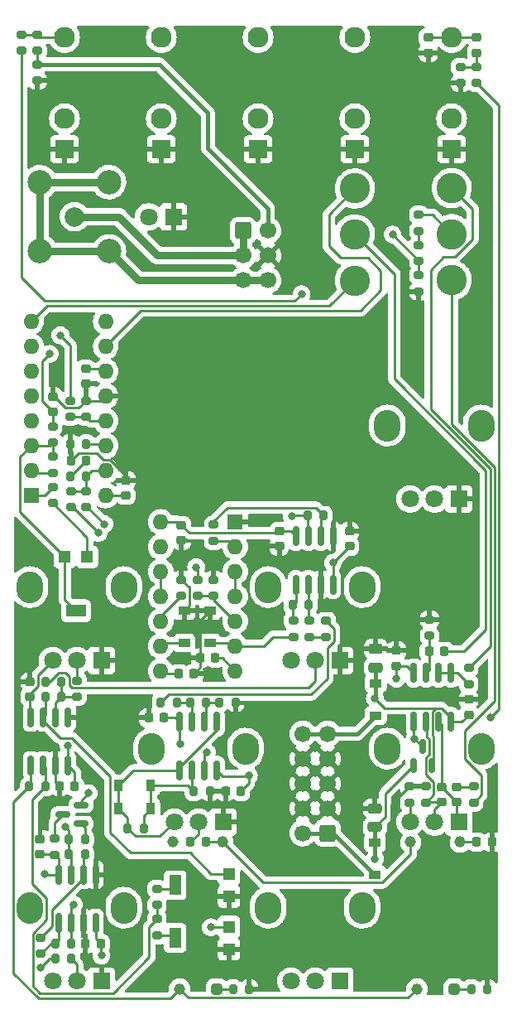
<source format=gtl>
G04 #@! TF.GenerationSoftware,KiCad,Pcbnew,(6.0.0)*
G04 #@! TF.CreationDate,2022-08-05T10:14:58-07:00*
G04 #@! TF.ProjectId,synth,73796e74-682e-46b6-9963-61645f706362,rev?*
G04 #@! TF.SameCoordinates,Original*
G04 #@! TF.FileFunction,Copper,L1,Top*
G04 #@! TF.FilePolarity,Positive*
%FSLAX46Y46*%
G04 Gerber Fmt 4.6, Leading zero omitted, Abs format (unit mm)*
G04 Created by KiCad (PCBNEW (6.0.0)) date 2022-08-05 10:14:58*
%MOMM*%
%LPD*%
G01*
G04 APERTURE LIST*
G04 Aperture macros list*
%AMRoundRect*
0 Rectangle with rounded corners*
0 $1 Rounding radius*
0 $2 $3 $4 $5 $6 $7 $8 $9 X,Y pos of 4 corners*
0 Add a 4 corners polygon primitive as box body*
4,1,4,$2,$3,$4,$5,$6,$7,$8,$9,$2,$3,0*
0 Add four circle primitives for the rounded corners*
1,1,$1+$1,$2,$3*
1,1,$1+$1,$4,$5*
1,1,$1+$1,$6,$7*
1,1,$1+$1,$8,$9*
0 Add four rect primitives between the rounded corners*
20,1,$1+$1,$2,$3,$4,$5,0*
20,1,$1+$1,$4,$5,$6,$7,0*
20,1,$1+$1,$6,$7,$8,$9,0*
20,1,$1+$1,$8,$9,$2,$3,0*%
G04 Aperture macros list end*
G04 #@! TA.AperFunction,SMDPad,CuDef*
%ADD10RoundRect,0.225000X0.250000X-0.225000X0.250000X0.225000X-0.250000X0.225000X-0.250000X-0.225000X0*%
G04 #@! TD*
G04 #@! TA.AperFunction,SMDPad,CuDef*
%ADD11RoundRect,0.150000X0.150000X-0.825000X0.150000X0.825000X-0.150000X0.825000X-0.150000X-0.825000X0*%
G04 #@! TD*
G04 #@! TA.AperFunction,SMDPad,CuDef*
%ADD12RoundRect,0.200000X0.275000X-0.200000X0.275000X0.200000X-0.275000X0.200000X-0.275000X-0.200000X0*%
G04 #@! TD*
G04 #@! TA.AperFunction,SMDPad,CuDef*
%ADD13RoundRect,0.225000X0.225000X0.250000X-0.225000X0.250000X-0.225000X-0.250000X0.225000X-0.250000X0*%
G04 #@! TD*
G04 #@! TA.AperFunction,SMDPad,CuDef*
%ADD14RoundRect,0.225000X-0.250000X0.225000X-0.250000X-0.225000X0.250000X-0.225000X0.250000X0.225000X0*%
G04 #@! TD*
G04 #@! TA.AperFunction,SMDPad,CuDef*
%ADD15RoundRect,0.200000X-0.200000X-0.275000X0.200000X-0.275000X0.200000X0.275000X-0.200000X0.275000X0*%
G04 #@! TD*
G04 #@! TA.AperFunction,SMDPad,CuDef*
%ADD16RoundRect,0.200000X-0.275000X0.200000X-0.275000X-0.200000X0.275000X-0.200000X0.275000X0.200000X0*%
G04 #@! TD*
G04 #@! TA.AperFunction,SMDPad,CuDef*
%ADD17RoundRect,0.250000X-0.475000X0.250000X-0.475000X-0.250000X0.475000X-0.250000X0.475000X0.250000X0*%
G04 #@! TD*
G04 #@! TA.AperFunction,SMDPad,CuDef*
%ADD18RoundRect,0.200000X0.200000X0.275000X-0.200000X0.275000X-0.200000X-0.275000X0.200000X-0.275000X0*%
G04 #@! TD*
G04 #@! TA.AperFunction,SMDPad,CuDef*
%ADD19RoundRect,0.225000X-0.225000X-0.250000X0.225000X-0.250000X0.225000X0.250000X-0.225000X0.250000X0*%
G04 #@! TD*
G04 #@! TA.AperFunction,ComponentPad*
%ADD20RoundRect,0.250000X-0.600000X-0.600000X0.600000X-0.600000X0.600000X0.600000X-0.600000X0.600000X0*%
G04 #@! TD*
G04 #@! TA.AperFunction,ComponentPad*
%ADD21C,1.700000*%
G04 #@! TD*
G04 #@! TA.AperFunction,SMDPad,CuDef*
%ADD22RoundRect,0.150000X0.150000X-0.587500X0.150000X0.587500X-0.150000X0.587500X-0.150000X-0.587500X0*%
G04 #@! TD*
G04 #@! TA.AperFunction,SMDPad,CuDef*
%ADD23R,0.900000X1.200000*%
G04 #@! TD*
G04 #@! TA.AperFunction,SMDPad,CuDef*
%ADD24RoundRect,0.150000X0.587500X0.150000X-0.587500X0.150000X-0.587500X-0.150000X0.587500X-0.150000X0*%
G04 #@! TD*
G04 #@! TA.AperFunction,SMDPad,CuDef*
%ADD25R,1.200000X0.900000*%
G04 #@! TD*
G04 #@! TA.AperFunction,ComponentPad*
%ADD26RoundRect,0.250000X0.600000X0.600000X-0.600000X0.600000X-0.600000X-0.600000X0.600000X-0.600000X0*%
G04 #@! TD*
G04 #@! TA.AperFunction,SMDPad,CuDef*
%ADD27R,1.300000X1.300000*%
G04 #@! TD*
G04 #@! TA.AperFunction,SMDPad,CuDef*
%ADD28R,1.300000X2.000000*%
G04 #@! TD*
G04 #@! TA.AperFunction,SMDPad,CuDef*
%ADD29RoundRect,0.150000X-0.150000X0.825000X-0.150000X-0.825000X0.150000X-0.825000X0.150000X0.825000X0*%
G04 #@! TD*
G04 #@! TA.AperFunction,SMDPad,CuDef*
%ADD30R,2.000000X1.300000*%
G04 #@! TD*
G04 #@! TA.AperFunction,SMDPad,CuDef*
%ADD31RoundRect,0.250000X0.475000X-0.250000X0.475000X0.250000X-0.475000X0.250000X-0.475000X-0.250000X0*%
G04 #@! TD*
G04 #@! TA.AperFunction,ComponentPad*
%ADD32O,2.720000X3.240000*%
G04 #@! TD*
G04 #@! TA.AperFunction,ComponentPad*
%ADD33R,1.800000X1.800000*%
G04 #@! TD*
G04 #@! TA.AperFunction,ComponentPad*
%ADD34C,1.800000*%
G04 #@! TD*
G04 #@! TA.AperFunction,ComponentPad*
%ADD35C,2.000000*%
G04 #@! TD*
G04 #@! TA.AperFunction,ComponentPad*
%ADD36C,2.500000*%
G04 #@! TD*
G04 #@! TA.AperFunction,ComponentPad*
%ADD37R,1.600000X1.600000*%
G04 #@! TD*
G04 #@! TA.AperFunction,ComponentPad*
%ADD38O,1.600000X1.600000*%
G04 #@! TD*
G04 #@! TA.AperFunction,ComponentPad*
%ADD39R,1.930000X1.830000*%
G04 #@! TD*
G04 #@! TA.AperFunction,ComponentPad*
%ADD40C,2.130000*%
G04 #@! TD*
G04 #@! TA.AperFunction,ComponentPad*
%ADD41RoundRect,0.287500X0.287500X-0.287500X0.287500X0.287500X-0.287500X0.287500X-0.287500X-0.287500X0*%
G04 #@! TD*
G04 #@! TA.AperFunction,ComponentPad*
%ADD42C,1.150000*%
G04 #@! TD*
G04 #@! TA.AperFunction,ComponentPad*
%ADD43C,3.100000*%
G04 #@! TD*
G04 #@! TA.AperFunction,ViaPad*
%ADD44C,0.800000*%
G04 #@! TD*
G04 #@! TA.AperFunction,Conductor*
%ADD45C,0.250000*%
G04 #@! TD*
G04 #@! TA.AperFunction,Conductor*
%ADD46C,0.400000*%
G04 #@! TD*
G04 #@! TA.AperFunction,Conductor*
%ADD47C,0.800000*%
G04 #@! TD*
G04 APERTURE END LIST*
D10*
X140600000Y-95575000D03*
X140600000Y-94025000D03*
D11*
X140395000Y-119075000D03*
X141665000Y-119075000D03*
X142935000Y-119075000D03*
X144205000Y-119075000D03*
X144205000Y-114125000D03*
X142935000Y-114125000D03*
X141665000Y-114125000D03*
X140395000Y-114125000D03*
D12*
X127422000Y-91762000D03*
X127422000Y-90112000D03*
D13*
X129675000Y-120700000D03*
X128125000Y-120700000D03*
X141875000Y-109200000D03*
X140325000Y-109200000D03*
D14*
X162600000Y-106825000D03*
X162600000Y-108375000D03*
D15*
X138475000Y-112100000D03*
X140125000Y-112100000D03*
D13*
X167475000Y-106900000D03*
X165925000Y-106900000D03*
D16*
X166000000Y-103650000D03*
X166000000Y-105300000D03*
D17*
X160500000Y-106650000D03*
X160500000Y-108550000D03*
D18*
X153628000Y-102172000D03*
X151978000Y-102172000D03*
D10*
X168800000Y-122314000D03*
X168800000Y-120764000D03*
D19*
X141525000Y-126400000D03*
X143075000Y-126400000D03*
D20*
X146900000Y-63900000D03*
D21*
X149440000Y-63900000D03*
X146900000Y-66440000D03*
X149440000Y-66440000D03*
X146900000Y-68980000D03*
X149440000Y-68980000D03*
D12*
X125838618Y-48577000D03*
X125838618Y-46927000D03*
D18*
X128306000Y-111528000D03*
X126656000Y-111528000D03*
D11*
X152295000Y-100075000D03*
X153565000Y-100075000D03*
X154835000Y-100075000D03*
X156105000Y-100075000D03*
X156105000Y-95125000D03*
X154835000Y-95125000D03*
X153565000Y-95125000D03*
X152295000Y-95125000D03*
D16*
X152041000Y-103760000D03*
X152041000Y-105410000D03*
D15*
X129213000Y-89037000D03*
X130863000Y-89037000D03*
D11*
X125195000Y-118575000D03*
X126465000Y-118575000D03*
X127735000Y-118575000D03*
X129005000Y-118575000D03*
X129005000Y-113625000D03*
X127735000Y-113625000D03*
X126465000Y-113625000D03*
X125195000Y-113625000D03*
D22*
X164350000Y-118537500D03*
X166250000Y-118537500D03*
X165300000Y-116662500D03*
D16*
X129900000Y-109900000D03*
X129900000Y-111550000D03*
D10*
X157800000Y-96175000D03*
X157800000Y-94625000D03*
D23*
X134150000Y-123000000D03*
X137450000Y-123000000D03*
D16*
X142300000Y-99575000D03*
X142300000Y-101225000D03*
D19*
X137225000Y-113700000D03*
X138775000Y-113700000D03*
D10*
X170815000Y-45733000D03*
X170815000Y-44183000D03*
D18*
X129328000Y-136772000D03*
X127678000Y-136772000D03*
D16*
X129276000Y-90512000D03*
X129276000Y-92162000D03*
D24*
X130329500Y-124514000D03*
X130329500Y-122614000D03*
X128454500Y-123564000D03*
D10*
X130800000Y-79575000D03*
X130800000Y-78025000D03*
D15*
X126656000Y-110004000D03*
X128306000Y-110004000D03*
X129075000Y-126104000D03*
X130725000Y-126104000D03*
X125005000Y-120700000D03*
X126655000Y-120700000D03*
D13*
X130813000Y-87436000D03*
X129263000Y-87436000D03*
D25*
X160400000Y-129750000D03*
X160400000Y-126450000D03*
D16*
X130800000Y-81277000D03*
X130800000Y-82927000D03*
D15*
X170275000Y-141400000D03*
X171925000Y-141400000D03*
D16*
X127422000Y-83912000D03*
X127422000Y-85562000D03*
D18*
X155152000Y-93028000D03*
X153502000Y-93028000D03*
D16*
X155400000Y-103775000D03*
X155400000Y-105425000D03*
D12*
X138100000Y-135925000D03*
X138100000Y-134275000D03*
D26*
X155552500Y-125480000D03*
D21*
X153012500Y-125480000D03*
X155552500Y-122940000D03*
X153012500Y-122940000D03*
X155552500Y-120400000D03*
X153012500Y-120400000D03*
X155552500Y-117860000D03*
X153012500Y-117860000D03*
X155552500Y-115320000D03*
X153012500Y-115320000D03*
D27*
X145450000Y-131950000D03*
D28*
X139950000Y-130800000D03*
D27*
X145450000Y-129650000D03*
D29*
X168205000Y-109125000D03*
X166935000Y-109125000D03*
X165665000Y-109125000D03*
X164395000Y-109125000D03*
X164395000Y-114075000D03*
X165665000Y-114075000D03*
X166935000Y-114075000D03*
X168205000Y-114075000D03*
D16*
X130822000Y-90512000D03*
X130822000Y-92162000D03*
D14*
X126090000Y-126091000D03*
X126090000Y-127641000D03*
D11*
X127995000Y-134675000D03*
X129265000Y-134675000D03*
X130535000Y-134675000D03*
X131805000Y-134675000D03*
X131805000Y-129725000D03*
X130535000Y-129725000D03*
X129265000Y-129725000D03*
X127995000Y-129725000D03*
D13*
X146675000Y-121200000D03*
X145125000Y-121200000D03*
D10*
X134900000Y-90975000D03*
X134900000Y-89425000D03*
D27*
X130950000Y-97250000D03*
D30*
X129800000Y-102750000D03*
D27*
X128650000Y-97250000D03*
D10*
X165862000Y-45733000D03*
X165862000Y-44183000D03*
X170000000Y-113375000D03*
X170000000Y-111825000D03*
D12*
X170500000Y-122364000D03*
X170500000Y-120714000D03*
D18*
X130725000Y-127628000D03*
X129075000Y-127628000D03*
D12*
X143900000Y-95625000D03*
X143900000Y-93975000D03*
X165600000Y-122364000D03*
X165600000Y-120714000D03*
D13*
X172375000Y-126400000D03*
X170825000Y-126400000D03*
D16*
X140600000Y-99575000D03*
X140600000Y-101225000D03*
X143900000Y-99575000D03*
X143900000Y-101225000D03*
D15*
X129213000Y-85700000D03*
X130863000Y-85700000D03*
D16*
X164900000Y-62275000D03*
X164900000Y-63925000D03*
D27*
X145450000Y-137350000D03*
D28*
X139950000Y-136200000D03*
D27*
X145450000Y-135050000D03*
D18*
X129325000Y-138300000D03*
X127675000Y-138300000D03*
D15*
X144475000Y-112100000D03*
X146125000Y-112100000D03*
D12*
X125838618Y-45529000D03*
X125838618Y-43879000D03*
D25*
X160500000Y-110150000D03*
X160500000Y-113450000D03*
D10*
X167200000Y-122314000D03*
X167200000Y-120764000D03*
D25*
X140900000Y-106050000D03*
X140900000Y-102750000D03*
D16*
X164900000Y-65375000D03*
X164900000Y-67025000D03*
D12*
X163957000Y-122364000D03*
X163957000Y-120714000D03*
D15*
X141475000Y-112100000D03*
X143125000Y-112100000D03*
D12*
X170815000Y-48831000D03*
X170815000Y-47181000D03*
X164900000Y-70125000D03*
X164900000Y-68475000D03*
D14*
X127422000Y-80862000D03*
X127422000Y-82412000D03*
D12*
X124206000Y-45529000D03*
X124206000Y-43879000D03*
D14*
X125100000Y-110025000D03*
X125100000Y-111575000D03*
D16*
X129222000Y-81277000D03*
X129222000Y-82927000D03*
D23*
X137450000Y-120600000D03*
X134150000Y-120600000D03*
D25*
X143500000Y-106050000D03*
X143500000Y-102750000D03*
D13*
X132326000Y-136772000D03*
X130776000Y-136772000D03*
D10*
X150600000Y-96175000D03*
X150600000Y-94625000D03*
D12*
X153721000Y-105436000D03*
X153721000Y-103786000D03*
D16*
X127614000Y-126041000D03*
X127614000Y-127691000D03*
D15*
X145875000Y-141400000D03*
X147525000Y-141400000D03*
D13*
X144075000Y-107600000D03*
X142525000Y-107600000D03*
D12*
X126200000Y-137825000D03*
X126200000Y-136175000D03*
D15*
X135075000Y-125000000D03*
X136725000Y-125000000D03*
D12*
X169164000Y-48831000D03*
X169164000Y-47181000D03*
X170000000Y-110250000D03*
X170000000Y-108600000D03*
D31*
X160400000Y-124850000D03*
X160400000Y-122950000D03*
D16*
X138100000Y-131175000D03*
X138100000Y-132825000D03*
X127422000Y-87012000D03*
X127422000Y-88662000D03*
D15*
X141850000Y-121200000D03*
X143500000Y-121200000D03*
D32*
X171278618Y-116843000D03*
X161678618Y-116843000D03*
D33*
X168978618Y-124343000D03*
D34*
X166478618Y-124343000D03*
X163978618Y-124343000D03*
D35*
X129648618Y-62484000D03*
D36*
X126113084Y-66019534D03*
X126113084Y-58948466D03*
X133184152Y-58948466D03*
X133184152Y-66019534D03*
D32*
X161678618Y-83823000D03*
X171278618Y-83823000D03*
D33*
X168978618Y-91323000D03*
D34*
X166478618Y-91323000D03*
X163978618Y-91323000D03*
D33*
X139775000Y-62500000D03*
D34*
X137235000Y-62500000D03*
D37*
X125222000Y-90977000D03*
D38*
X125222000Y-88437000D03*
X125222000Y-85897000D03*
X125222000Y-83357000D03*
X125222000Y-80817000D03*
X125222000Y-78277000D03*
X125222000Y-75737000D03*
X125222000Y-73197000D03*
X132842000Y-73197000D03*
X132842000Y-75737000D03*
X132842000Y-78277000D03*
X132842000Y-80817000D03*
X132842000Y-83357000D03*
X132842000Y-85897000D03*
X132842000Y-88437000D03*
X132842000Y-90977000D03*
D39*
X148444618Y-55564000D03*
D40*
X148444618Y-44164000D03*
X148444618Y-52464000D03*
D32*
X137548618Y-116843000D03*
X147148618Y-116843000D03*
D33*
X144848618Y-124343000D03*
D34*
X142348618Y-124343000D03*
X139848618Y-124343000D03*
D37*
X146100000Y-93675000D03*
D38*
X146100000Y-96215000D03*
X146100000Y-98755000D03*
X146100000Y-101295000D03*
X146100000Y-103835000D03*
X146100000Y-106375000D03*
X146100000Y-108915000D03*
X138480000Y-108915000D03*
X138480000Y-106375000D03*
X138480000Y-103835000D03*
X138480000Y-101295000D03*
X138480000Y-98755000D03*
X138480000Y-96215000D03*
X138480000Y-93675000D03*
D32*
X134702618Y-133099000D03*
X125102618Y-133099000D03*
D33*
X132402618Y-140599000D03*
D34*
X129902618Y-140599000D03*
X127402618Y-140599000D03*
D41*
X144200000Y-141400000D03*
D42*
X140400000Y-141400000D03*
X144840000Y-126400000D03*
X139760000Y-126400000D03*
D41*
X168500000Y-141400000D03*
D42*
X164700000Y-141400000D03*
X169140000Y-126400000D03*
X164060000Y-126400000D03*
D32*
X149486618Y-100333000D03*
X159086618Y-100333000D03*
D33*
X156786618Y-107833000D03*
D34*
X154286618Y-107833000D03*
X151786618Y-107833000D03*
D32*
X159086618Y-133099000D03*
X149486618Y-133099000D03*
D33*
X156786618Y-140599000D03*
D34*
X154286618Y-140599000D03*
X151786618Y-140599000D03*
D43*
X168256618Y-68962000D03*
X168256618Y-64262000D03*
X168256618Y-59562000D03*
D39*
X128632618Y-55564000D03*
D40*
X128632618Y-44164000D03*
X128632618Y-52464000D03*
D43*
X158350618Y-59600000D03*
X158350618Y-64300000D03*
X158350618Y-69000000D03*
D39*
X158350618Y-55564000D03*
D40*
X158350618Y-44164000D03*
X158350618Y-52464000D03*
D39*
X138538618Y-55564000D03*
D40*
X138538618Y-44164000D03*
X138538618Y-52464000D03*
D32*
X134702618Y-100333000D03*
X125102618Y-100333000D03*
D33*
X132402618Y-107833000D03*
D34*
X129902618Y-107833000D03*
X127402618Y-107833000D03*
D39*
X168256618Y-55564000D03*
D40*
X168256618Y-44164000D03*
X168256618Y-52464000D03*
D44*
X140500000Y-116400000D03*
X128200000Y-74600000D03*
X126600000Y-129700000D03*
X160400000Y-111700000D03*
X136200000Y-112100000D03*
X162100000Y-126300000D03*
X168000000Y-111600000D03*
X142525000Y-104275000D03*
X162600000Y-109700000D03*
X127100000Y-76500000D03*
X143600000Y-135100000D03*
X147500000Y-119600000D03*
X132400000Y-138000000D03*
X156107147Y-97847555D03*
X129000000Y-116500000D03*
X160400000Y-128100000D03*
X143200000Y-117200000D03*
X126200000Y-139200000D03*
X132100000Y-94800000D03*
X131100000Y-121400000D03*
X172250000Y-113650000D03*
X164468750Y-115831250D03*
X162200000Y-64300000D03*
X132700000Y-93900000D03*
X129600000Y-132800000D03*
X151900000Y-93100000D03*
X152900000Y-70400000D03*
X142100000Y-98300000D03*
X128700000Y-124800000D03*
D45*
X129222000Y-75622000D02*
X128200000Y-74600000D01*
X168205000Y-114075000D02*
X169300000Y-114075000D01*
X140600000Y-94025000D02*
X141374511Y-94799511D01*
X166374040Y-118413460D02*
X166374040Y-115624520D01*
X138775000Y-113700000D02*
X139970000Y-113700000D01*
X125100000Y-111575000D02*
X125100000Y-111277138D01*
X169300000Y-114075000D02*
X170000000Y-113375000D01*
X151795000Y-94625000D02*
X152295000Y-95125000D01*
X127564000Y-127641000D02*
X127614000Y-127691000D01*
X127995000Y-129725000D02*
X126625000Y-129725000D01*
X126090000Y-127641000D02*
X127564000Y-127641000D01*
X139970000Y-113700000D02*
X140395000Y-114125000D01*
X134898000Y-90977000D02*
X134900000Y-90975000D01*
X150425489Y-94799511D02*
X150600000Y-94625000D01*
X138480000Y-93675000D02*
X140250000Y-93675000D01*
X166250000Y-118537500D02*
X166374040Y-118413460D01*
X127995000Y-128072000D02*
X127614000Y-127691000D01*
X132842000Y-90977000D02*
X134898000Y-90977000D01*
X166374040Y-115624520D02*
X166300000Y-115550480D01*
X140250000Y-93675000D02*
X140600000Y-94025000D01*
D46*
X160500000Y-110150000D02*
X160500000Y-111600000D01*
D45*
X141374511Y-94799511D02*
X150425489Y-94799511D01*
X126625000Y-129725000D02*
X126600000Y-129700000D01*
X125100000Y-111575000D02*
X125100000Y-113530000D01*
X161400000Y-112700000D02*
X160400000Y-111700000D01*
X125931480Y-109304138D02*
X127402618Y-107833000D01*
X125931480Y-110445658D02*
X125931480Y-109304138D01*
D46*
X160500000Y-110150000D02*
X160500000Y-108550000D01*
D45*
X166300000Y-115550480D02*
X166300000Y-113063928D01*
D46*
X160500000Y-111600000D02*
X160400000Y-111700000D01*
D45*
X166300000Y-113063928D02*
X166663928Y-112700000D01*
X167206072Y-112700000D02*
X168205000Y-113698928D01*
X166663928Y-112700000D02*
X161400000Y-112700000D01*
X140395000Y-114125000D02*
X140395000Y-116295000D01*
X168205000Y-113698928D02*
X168205000Y-114075000D01*
X150600000Y-94625000D02*
X151795000Y-94625000D01*
X166663928Y-112700000D02*
X167206072Y-112700000D01*
X127995000Y-129725000D02*
X127995000Y-128072000D01*
X125100000Y-111277138D02*
X125931480Y-110445658D01*
X125100000Y-113530000D02*
X125195000Y-113625000D01*
X129222000Y-81277000D02*
X129222000Y-75622000D01*
X140395000Y-116295000D02*
X140500000Y-116400000D01*
X130800000Y-81277000D02*
X132382000Y-81277000D01*
X129263000Y-87436000D02*
X130062520Y-86636480D01*
X162100000Y-122571000D02*
X162100000Y-126300000D01*
X162100000Y-126300000D02*
X162100000Y-126400000D01*
X141399520Y-100374520D02*
X140600000Y-99575000D01*
X142525000Y-103725000D02*
X142525000Y-104275000D01*
X127735000Y-120310000D02*
X128125000Y-120700000D01*
X131936480Y-86636480D02*
X132612489Y-87312489D01*
X127590217Y-80862000D02*
X128729737Y-82001520D01*
X163957000Y-120714000D02*
X162100000Y-122571000D01*
X142525000Y-107600000D02*
X142525000Y-108550000D01*
X133312489Y-87312489D02*
X134900000Y-88900000D01*
X127422000Y-80862000D02*
X127590217Y-80862000D01*
X142525000Y-108550000D02*
X141875000Y-109200000D01*
X140900000Y-102750000D02*
X141399520Y-102250480D01*
X127735000Y-118575000D02*
X127735000Y-120310000D01*
X132612489Y-87312489D02*
X133312489Y-87312489D01*
X134900000Y-88900000D02*
X134900000Y-89425000D01*
X141399520Y-102250480D02*
X141399520Y-100374520D01*
X132382000Y-81277000D02*
X132842000Y-80817000D01*
X130062520Y-86636480D02*
X131936480Y-86636480D01*
X142525000Y-104275000D02*
X142525000Y-107600000D01*
X143500000Y-102750000D02*
X142525000Y-103725000D01*
X128729737Y-82001520D02*
X130075480Y-82001520D01*
X130075480Y-82001520D02*
X130800000Y-81277000D01*
X156105000Y-97870000D02*
X156107147Y-97847555D01*
X156107147Y-97847555D02*
X157800000Y-96175000D01*
X132326000Y-136772000D02*
X132326000Y-137826000D01*
X127100000Y-76500000D02*
X126346511Y-77253489D01*
X132326000Y-137826000D02*
X132400000Y-138000000D01*
X127422000Y-82412000D02*
X127422000Y-83912000D01*
X163645000Y-108375000D02*
X164395000Y-109125000D01*
X144780000Y-119650000D02*
X147450000Y-119650000D01*
X129005000Y-116505000D02*
X129000000Y-116500000D01*
X162600000Y-108375000D02*
X163645000Y-108375000D01*
X161449520Y-121437980D02*
X161449520Y-123800480D01*
X147500000Y-120375000D02*
X146675000Y-121200000D01*
X129005000Y-118575000D02*
X129005000Y-116505000D01*
X131805000Y-136251000D02*
X132326000Y-136772000D01*
X143650000Y-135050000D02*
X143600000Y-135100000D01*
X129675000Y-119245000D02*
X129005000Y-118575000D01*
X147450000Y-119650000D02*
X147500000Y-119600000D01*
X144780000Y-119650000D02*
X144205000Y-119075000D01*
X162600000Y-108375000D02*
X162600000Y-109700000D01*
X132400000Y-138000000D02*
X132400000Y-137900000D01*
X145450000Y-135050000D02*
X143650000Y-135050000D01*
X161449520Y-123800480D02*
X160400000Y-124850000D01*
D46*
X160400000Y-126450000D02*
X160400000Y-124850000D01*
D45*
X164350000Y-118537500D02*
X161449520Y-121437980D01*
X144785000Y-107600000D02*
X144075000Y-107600000D01*
X156105000Y-100075000D02*
X156105000Y-97870000D01*
X129675000Y-120700000D02*
X129675000Y-119245000D01*
X126346511Y-77253489D02*
X126346511Y-81336511D01*
D46*
X160400000Y-126450000D02*
X160400000Y-128100000D01*
D45*
X147500000Y-119600000D02*
X147500000Y-120375000D01*
X126346511Y-81336511D02*
X127422000Y-82412000D01*
X146100000Y-108915000D02*
X144785000Y-107600000D01*
X131805000Y-134675000D02*
X131805000Y-136251000D01*
X129213000Y-89037000D02*
X129213000Y-89036000D01*
X129213000Y-89036000D02*
X130813000Y-87436000D01*
X142348618Y-125576382D02*
X141525000Y-126400000D01*
X142348618Y-124343000D02*
X142348618Y-125576382D01*
X132590000Y-78025000D02*
X132842000Y-78277000D01*
X130800000Y-78025000D02*
X132590000Y-78025000D01*
X144840000Y-126400000D02*
X148964511Y-130524511D01*
X161175489Y-130524511D02*
X164060000Y-127640000D01*
X164060000Y-127640000D02*
X164060000Y-126400000D01*
X143075000Y-126400000D02*
X144840000Y-126400000D01*
X148964511Y-130524511D02*
X161175489Y-130524511D01*
X162400000Y-68349382D02*
X158350618Y-64300000D01*
X171750480Y-88421916D02*
X162400000Y-79071436D01*
X162400000Y-79071436D02*
X162400000Y-68349382D01*
X169500000Y-106900000D02*
X171750480Y-104649520D01*
X167475000Y-106900000D02*
X169500000Y-106900000D01*
X171750480Y-104649520D02*
X171750480Y-88421916D01*
X138765000Y-109200000D02*
X138480000Y-108915000D01*
X140325000Y-109200000D02*
X138765000Y-109200000D01*
X142935000Y-117465000D02*
X143200000Y-117200000D01*
X169140000Y-126400000D02*
X170825000Y-126400000D01*
X142935000Y-119075000D02*
X142935000Y-117465000D01*
X166000000Y-105300000D02*
X166000000Y-106825000D01*
X165925000Y-106900000D02*
X165925000Y-108865000D01*
X165925000Y-108865000D02*
X165665000Y-109125000D01*
X166000000Y-106825000D02*
X165925000Y-106900000D01*
X127675000Y-138300000D02*
X127100000Y-138300000D01*
X127100000Y-138300000D02*
X126200000Y-139200000D01*
X168237618Y-44183000D02*
X168256618Y-44164000D01*
X165862000Y-44183000D02*
X168237618Y-44183000D01*
X170815000Y-44183000D02*
X170796000Y-44164000D01*
X170796000Y-44164000D02*
X168256618Y-44164000D01*
X169164000Y-47181000D02*
X170815000Y-47181000D01*
X170815000Y-45733000D02*
X170815000Y-47181000D01*
X138475000Y-112100000D02*
X139275000Y-111300000D01*
X156200000Y-105841783D02*
X156200000Y-104575000D01*
X153900000Y-111300000D02*
X155511129Y-109688871D01*
X156200000Y-104575000D02*
X155400000Y-103775000D01*
X155511129Y-106530654D02*
X156200000Y-105841783D01*
X155511129Y-109688871D02*
X155511129Y-106530654D01*
X139275000Y-111300000D02*
X153900000Y-111300000D01*
X166478618Y-124343000D02*
X166478618Y-123035382D01*
X167200000Y-122314000D02*
X165650000Y-122314000D01*
X165924520Y-115878448D02*
X165924520Y-117446552D01*
X165700000Y-114110000D02*
X165700000Y-115653928D01*
X166400000Y-120297217D02*
X166400000Y-121564000D01*
X165924520Y-117446552D02*
X165625480Y-117745592D01*
X165665000Y-114075000D02*
X165700000Y-114110000D01*
X165600000Y-122364000D02*
X166400000Y-121564000D01*
X165700000Y-115653928D02*
X165924520Y-115878448D01*
X165625480Y-117745592D02*
X165625480Y-119522697D01*
X165625480Y-119522697D02*
X166400000Y-120297217D01*
X166478618Y-123035382D02*
X167200000Y-122314000D01*
X167250000Y-120764000D02*
X168800000Y-122314000D01*
X167200000Y-120764000D02*
X167250000Y-120764000D01*
X167200000Y-114340000D02*
X166935000Y-114075000D01*
X167200000Y-120764000D02*
X167200000Y-114340000D01*
X168800000Y-124164382D02*
X168978618Y-124343000D01*
X168800000Y-122314000D02*
X168800000Y-124164382D01*
X170450000Y-120764000D02*
X170500000Y-120714000D01*
X168800000Y-120764000D02*
X170450000Y-120764000D01*
X140900000Y-106050000D02*
X138805000Y-106050000D01*
X138805000Y-106050000D02*
X138480000Y-106375000D01*
X129462000Y-92162000D02*
X132100000Y-94800000D01*
X129276000Y-92162000D02*
X129462000Y-92162000D01*
X134150000Y-120600000D02*
X134150000Y-123000000D01*
X140395000Y-118698928D02*
X144205000Y-114888928D01*
X135075000Y-123925000D02*
X134150000Y-123000000D01*
X139848618Y-124343000D02*
X138392098Y-125799520D01*
X135675000Y-119075000D02*
X140395000Y-119075000D01*
X135874520Y-125799520D02*
X135075000Y-125000000D01*
X144205000Y-114888928D02*
X144205000Y-114125000D01*
X140395000Y-119075000D02*
X140395000Y-118698928D01*
X134150000Y-120600000D02*
X135675000Y-119075000D01*
X135075000Y-125000000D02*
X135075000Y-123925000D01*
X138392098Y-125799520D02*
X135874520Y-125799520D01*
X145775000Y-106050000D02*
X146100000Y-106375000D01*
X149990000Y-105410000D02*
X149025000Y-106375000D01*
X143500000Y-106050000D02*
X145775000Y-106050000D01*
X152041000Y-105410000D02*
X149990000Y-105410000D01*
X149025000Y-106375000D02*
X146100000Y-106375000D01*
X130329500Y-122170500D02*
X131100000Y-121400000D01*
X130329500Y-122614000D02*
X130329500Y-122170500D01*
X168875000Y-109125000D02*
X170000000Y-110250000D01*
X166935000Y-109125000D02*
X168205000Y-109125000D01*
X168205000Y-109125000D02*
X168875000Y-109125000D01*
X164900000Y-63925000D02*
X164900000Y-65375000D01*
X168569578Y-66600000D02*
X170400000Y-64769578D01*
X170000000Y-108600000D02*
X172200000Y-106400000D01*
X166100000Y-82135718D02*
X166100000Y-67900000D01*
X172200000Y-106400000D02*
X172200000Y-88235718D01*
X170400000Y-61705382D02*
X168256618Y-59562000D01*
X170400000Y-64769578D02*
X170400000Y-61705382D01*
X172200000Y-88235718D02*
X166100000Y-82135718D01*
X166100000Y-67900000D02*
X167400000Y-66600000D01*
X167400000Y-66600000D02*
X168569578Y-66600000D01*
X166269618Y-62275000D02*
X164900000Y-62275000D01*
X168256618Y-64262000D02*
X166269618Y-62275000D01*
X155389000Y-105436000D02*
X155400000Y-105425000D01*
X153721000Y-105436000D02*
X155389000Y-105436000D01*
X130725000Y-124909500D02*
X130329500Y-124514000D01*
X130725000Y-126104000D02*
X130725000Y-124909500D01*
X170815000Y-48831000D02*
X173100000Y-51116000D01*
X173100000Y-112800000D02*
X172250000Y-113650000D01*
X173100000Y-51116000D02*
X173100000Y-112800000D01*
X164468750Y-115831250D02*
X165300000Y-116662500D01*
X164395000Y-114075000D02*
X164395000Y-115757500D01*
X164395000Y-115757500D02*
X164468750Y-115831250D01*
X127614000Y-126041000D02*
X127614000Y-124404500D01*
X127614000Y-124404500D02*
X128454500Y-123564000D01*
D47*
X136144618Y-68980000D02*
X133184152Y-66019534D01*
X126113084Y-58948466D02*
X133184152Y-58948466D01*
X146900000Y-68980000D02*
X136144618Y-68980000D01*
X133184152Y-66019534D02*
X126113084Y-66019534D01*
X126113084Y-58948466D02*
X126113084Y-66019534D01*
X146900000Y-68980000D02*
X149440000Y-68980000D01*
D45*
X127995000Y-136455000D02*
X127995000Y-134675000D01*
X127253000Y-136772000D02*
X126200000Y-137825000D01*
X127678000Y-136772000D02*
X127995000Y-136455000D01*
X127678000Y-136772000D02*
X127253000Y-136772000D01*
X131463000Y-88437000D02*
X130863000Y-89037000D01*
X129276000Y-90512000D02*
X130822000Y-90512000D01*
X132842000Y-88437000D02*
X131463000Y-88437000D01*
X130863000Y-89037000D02*
X130863000Y-90471000D01*
X130863000Y-90471000D02*
X130822000Y-90512000D01*
X162200000Y-64300000D02*
X162200000Y-64325000D01*
X162200000Y-64325000D02*
X164900000Y-67025000D01*
X164900000Y-67025000D02*
X164900000Y-68475000D01*
X129902618Y-140599000D02*
X129902618Y-138877618D01*
X129902618Y-138877618D02*
X129325000Y-138300000D01*
X130822000Y-92162000D02*
X130962000Y-92162000D01*
X130962000Y-92162000D02*
X132700000Y-93900000D01*
X138480000Y-103345000D02*
X140600000Y-101225000D01*
X138480000Y-103835000D02*
X138480000Y-103345000D01*
X144200000Y-141400000D02*
X145875000Y-141400000D01*
X130535000Y-130101072D02*
X130535000Y-129725000D01*
X126200000Y-136175000D02*
X127370480Y-135004520D01*
X127370480Y-135004520D02*
X127370480Y-133265592D01*
X130535000Y-129725000D02*
X130535000Y-127818000D01*
X127370480Y-133265592D02*
X130535000Y-130101072D01*
X130535000Y-127818000D02*
X130725000Y-127628000D01*
X129265000Y-134675000D02*
X129265000Y-136709000D01*
X129265000Y-133135000D02*
X129600000Y-132800000D01*
X129265000Y-136709000D02*
X129328000Y-136772000D01*
X129265000Y-134675000D02*
X129265000Y-133135000D01*
X153628000Y-102172000D02*
X153628000Y-103693000D01*
X153565000Y-100075000D02*
X153565000Y-102109000D01*
X153628000Y-103693000D02*
X153721000Y-103786000D01*
X153565000Y-102109000D02*
X153628000Y-102172000D01*
X168500000Y-141400000D02*
X170275000Y-141400000D01*
X131230000Y-83357000D02*
X130800000Y-82927000D01*
X129222000Y-82927000D02*
X130800000Y-82927000D01*
X132842000Y-83357000D02*
X131230000Y-83357000D01*
X130950000Y-95290000D02*
X127422000Y-91762000D01*
X130950000Y-97250000D02*
X130950000Y-95290000D01*
X151978000Y-102172000D02*
X151978000Y-103697000D01*
X152295000Y-100075000D02*
X152295000Y-101855000D01*
X152295000Y-101855000D02*
X151978000Y-102172000D01*
X151978000Y-103697000D02*
X152041000Y-103760000D01*
X123418098Y-139818098D02*
X125968981Y-142368980D01*
X125195000Y-120510000D02*
X125005000Y-120700000D01*
X139431020Y-142368980D02*
X140400000Y-141400000D01*
X125195000Y-118575000D02*
X125195000Y-120510000D01*
X141299520Y-142299520D02*
X163800480Y-142299520D01*
X125005000Y-120700000D02*
X123418098Y-122286902D01*
X140400000Y-141400000D02*
X141299520Y-142299520D01*
X125968981Y-142368980D02*
X139431020Y-142368980D01*
X163800480Y-142299520D02*
X164700000Y-141400000D01*
X123418098Y-122286902D02*
X123418098Y-139818098D01*
X124097489Y-87021511D02*
X125222000Y-85897000D01*
X128650000Y-97250000D02*
X128650000Y-101600000D01*
X127087000Y-85897000D02*
X127422000Y-85562000D01*
X127422000Y-87012000D02*
X127422000Y-85562000D01*
X128650000Y-97250000D02*
X124097489Y-92697489D01*
X128650000Y-101600000D02*
X129800000Y-102750000D01*
X124097489Y-92697489D02*
X124097489Y-87021511D01*
X125222000Y-85897000D02*
X127087000Y-85897000D01*
X126123618Y-44164000D02*
X125838618Y-43879000D01*
X128632618Y-44164000D02*
X126123618Y-44164000D01*
X125838618Y-43879000D02*
X124206000Y-43879000D01*
D46*
X149440000Y-63900000D02*
X149440000Y-61640000D01*
X143300000Y-55500000D02*
X143300000Y-51860000D01*
X149440000Y-61640000D02*
X143300000Y-55500000D01*
X138367000Y-46927000D02*
X125838618Y-46927000D01*
X143300000Y-51860000D02*
X138367000Y-46927000D01*
D45*
X125838618Y-45529000D02*
X125838618Y-46927000D01*
X125447000Y-88662000D02*
X125222000Y-88437000D01*
X127422000Y-88662000D02*
X125447000Y-88662000D01*
X126655000Y-118765000D02*
X126465000Y-118575000D01*
X125290480Y-122064520D02*
X125290480Y-130644591D01*
X126059229Y-141823511D02*
X133627129Y-141823511D01*
X126800000Y-132154111D02*
X126800000Y-134300000D01*
X126800000Y-134300000D02*
X125367859Y-135732141D01*
X125367859Y-141132141D02*
X126059229Y-141823511D01*
X126655000Y-120700000D02*
X126655000Y-118765000D01*
X126655000Y-120700000D02*
X125290480Y-122064520D01*
X133627129Y-141823511D02*
X137300480Y-138150160D01*
X137300480Y-135074520D02*
X138100000Y-134275000D01*
X138100000Y-132825000D02*
X138100000Y-134275000D01*
X125290480Y-130644591D02*
X126800000Y-132154111D01*
X137300480Y-138150160D02*
X137300480Y-135074520D01*
X125367859Y-135732141D02*
X125367859Y-141132141D01*
X170500000Y-122364000D02*
X171299520Y-121564480D01*
X171299520Y-119599520D02*
X169594098Y-117894098D01*
X171299520Y-121564480D02*
X171299520Y-119599520D01*
X169594098Y-115033040D02*
X172650480Y-111976658D01*
X169594098Y-117894098D02*
X169594098Y-115033040D01*
X172650480Y-111976658D02*
X172650480Y-88050480D01*
X172650480Y-88050480D02*
X168256618Y-83656618D01*
X168256618Y-83656618D02*
X168256618Y-68962000D01*
X125222000Y-73197000D02*
X126819000Y-71600000D01*
X126819000Y-71600000D02*
X155750618Y-71600000D01*
X155750618Y-71600000D02*
X158350618Y-69000000D01*
X132645000Y-85700000D02*
X132842000Y-85897000D01*
X130863000Y-85700000D02*
X132645000Y-85700000D01*
X156900000Y-66700000D02*
X155700000Y-65500000D01*
X136450480Y-72049520D02*
X158950480Y-72049520D01*
X161000000Y-68000000D02*
X159700000Y-66700000D01*
X155700000Y-62250618D02*
X158350618Y-59600000D01*
X132842000Y-75737000D02*
X132842000Y-75658000D01*
X161000000Y-70000000D02*
X161000000Y-68000000D01*
X158950480Y-72049520D02*
X161000000Y-70000000D01*
X132842000Y-75658000D02*
X136450480Y-72049520D01*
X155700000Y-65500000D02*
X155700000Y-62250618D01*
X159700000Y-66700000D02*
X156900000Y-66700000D01*
X139675000Y-135925000D02*
X139950000Y-136200000D01*
X138100000Y-135925000D02*
X139675000Y-135925000D01*
X125222000Y-90977000D02*
X126557000Y-90977000D01*
X126557000Y-90977000D02*
X127422000Y-90112000D01*
X138100000Y-131175000D02*
X139575000Y-131175000D01*
X139575000Y-131175000D02*
X139950000Y-130800000D01*
X143900000Y-101225000D02*
X142300000Y-101225000D01*
X143900000Y-101635000D02*
X146100000Y-103835000D01*
X143900000Y-101225000D02*
X143900000Y-101635000D01*
X143125000Y-112100000D02*
X143125000Y-113935000D01*
X143125000Y-113935000D02*
X142935000Y-114125000D01*
X144475000Y-112100000D02*
X143125000Y-112100000D01*
X145510000Y-95625000D02*
X146100000Y-96215000D01*
X143900000Y-95625000D02*
X145510000Y-95625000D01*
X129900000Y-111550000D02*
X128328000Y-111550000D01*
X128306000Y-110004000D02*
X128306000Y-111528000D01*
X128328000Y-111550000D02*
X128306000Y-111528000D01*
X127735000Y-113625000D02*
X127735000Y-112099000D01*
X127735000Y-112099000D02*
X128306000Y-111528000D01*
X128678107Y-109060364D02*
X128032853Y-109060364D01*
X127089217Y-110004000D02*
X126656000Y-110004000D01*
X154286618Y-109913382D02*
X154286618Y-107833000D01*
X129407737Y-110624520D02*
X153575480Y-110624520D01*
X129100480Y-109482737D02*
X129100480Y-110317263D01*
X153575480Y-110624520D02*
X154286618Y-109913382D01*
X128032853Y-109060364D02*
X127089217Y-110004000D01*
X129100480Y-110317263D02*
X129407737Y-110624520D01*
X128678107Y-109060364D02*
X129100480Y-109482737D01*
X126656000Y-111528000D02*
X126656000Y-113434000D01*
X126656000Y-113434000D02*
X126465000Y-113625000D01*
X126465000Y-113625000D02*
X126465000Y-114001072D01*
X126465000Y-114001072D02*
X128239417Y-115775489D01*
X129375489Y-115775489D02*
X133300000Y-119700000D01*
X143650000Y-129650000D02*
X145450000Y-129650000D01*
X133300000Y-119700000D02*
X133300000Y-125400000D01*
X128239417Y-115775489D02*
X129375489Y-115775489D01*
X141500000Y-127500000D02*
X143650000Y-129650000D01*
X135400000Y-127500000D02*
X141500000Y-127500000D01*
X133300000Y-125400000D02*
X135400000Y-127500000D01*
X141665000Y-112290000D02*
X141475000Y-112100000D01*
X140125000Y-112100000D02*
X141475000Y-112100000D01*
X141665000Y-114125000D02*
X141665000Y-112290000D01*
X154352480Y-92228480D02*
X155152000Y-93028000D01*
X143900000Y-93625978D02*
X145297498Y-92228480D01*
X154835000Y-95125000D02*
X154835000Y-93345000D01*
X154835000Y-93345000D02*
X155152000Y-93028000D01*
X143900000Y-93975000D02*
X143900000Y-93625978D01*
X145297498Y-92228480D02*
X154352480Y-92228480D01*
X129900000Y-107835618D02*
X129902618Y-107833000D01*
X129900000Y-109900000D02*
X129900000Y-107835618D01*
X163978618Y-122385618D02*
X163957000Y-122364000D01*
X163978618Y-124343000D02*
X163978618Y-122385618D01*
D47*
X146900000Y-66440000D02*
X146900000Y-63900000D01*
X146900000Y-66440000D02*
X138140000Y-66440000D01*
X138140000Y-66440000D02*
X134184000Y-62484000D01*
X134184000Y-62484000D02*
X129648618Y-62484000D01*
D45*
X146100000Y-98755000D02*
X146100000Y-101295000D01*
X153502000Y-93028000D02*
X153502000Y-95062000D01*
X153502000Y-93028000D02*
X151972000Y-93028000D01*
X151972000Y-93028000D02*
X151900000Y-93100000D01*
X124206000Y-45529000D02*
X124206000Y-66339146D01*
X152200000Y-71100000D02*
X152900000Y-70400000D01*
X124206000Y-66339146D02*
X124200000Y-66345146D01*
X126600000Y-71100000D02*
X152200000Y-71100000D01*
X124200000Y-68700000D02*
X126600000Y-71100000D01*
X153502000Y-95062000D02*
X153565000Y-95125000D01*
X124200000Y-66345146D02*
X124200000Y-68700000D01*
X138480000Y-98755000D02*
X138480000Y-101295000D01*
X136725000Y-125000000D02*
X136725000Y-123725000D01*
X141665000Y-119075000D02*
X141665000Y-121015000D01*
X136725000Y-123725000D02*
X137450000Y-123000000D01*
X137450000Y-120600000D02*
X141250000Y-120600000D01*
X137450000Y-120600000D02*
X137450000Y-123000000D01*
X141250000Y-120600000D02*
X141850000Y-121200000D01*
X129075000Y-126104000D02*
X129075000Y-125175000D01*
X129075000Y-126104000D02*
X129075000Y-127628000D01*
X129075000Y-125175000D02*
X128700000Y-124800000D01*
X142300000Y-98500000D02*
X142100000Y-98300000D01*
X142300000Y-99575000D02*
X142300000Y-98500000D01*
X129265000Y-129725000D02*
X129265000Y-127818000D01*
X129265000Y-127818000D02*
X129075000Y-127628000D01*
D46*
X153012500Y-115320000D02*
X155552500Y-115320000D01*
X158630000Y-115320000D02*
X160500000Y-113450000D01*
X155552500Y-115320000D02*
X158630000Y-115320000D01*
X155552500Y-125480000D02*
X156130000Y-125480000D01*
X153012500Y-125480000D02*
X155552500Y-125480000D01*
X156130000Y-125480000D02*
X160400000Y-129750000D01*
G04 #@! TA.AperFunction,Conductor*
G36*
X129847012Y-117143370D02*
G01*
X129853595Y-117149499D01*
X132629595Y-119925499D01*
X132663621Y-119987811D01*
X132666500Y-120014594D01*
X132666500Y-125321233D01*
X132665973Y-125332416D01*
X132664298Y-125339909D01*
X132664547Y-125347835D01*
X132664547Y-125347836D01*
X132666438Y-125407986D01*
X132666500Y-125411945D01*
X132666500Y-125439856D01*
X132666996Y-125443783D01*
X132667005Y-125443856D01*
X132667938Y-125455693D01*
X132669327Y-125499889D01*
X132674049Y-125516142D01*
X132674978Y-125519339D01*
X132678987Y-125538700D01*
X132681526Y-125558797D01*
X132684445Y-125566168D01*
X132684445Y-125566170D01*
X132697804Y-125599912D01*
X132701649Y-125611142D01*
X132713982Y-125653593D01*
X132718015Y-125660412D01*
X132718017Y-125660417D01*
X132724293Y-125671028D01*
X132732988Y-125688776D01*
X132740448Y-125707617D01*
X132745110Y-125714033D01*
X132745110Y-125714034D01*
X132766436Y-125743387D01*
X132772952Y-125753307D01*
X132791320Y-125784365D01*
X132795458Y-125791362D01*
X132809779Y-125805683D01*
X132822619Y-125820716D01*
X132834528Y-125837107D01*
X132840634Y-125842158D01*
X132868605Y-125865298D01*
X132877384Y-125873288D01*
X134896343Y-127892247D01*
X134903887Y-127900537D01*
X134908000Y-127907018D01*
X134913777Y-127912443D01*
X134957667Y-127953658D01*
X134960509Y-127956413D01*
X134980230Y-127976134D01*
X134983425Y-127978612D01*
X134992447Y-127986318D01*
X135024679Y-128016586D01*
X135031628Y-128020406D01*
X135042432Y-128026346D01*
X135058956Y-128037199D01*
X135074959Y-128049613D01*
X135115543Y-128067176D01*
X135126173Y-128072383D01*
X135164940Y-128093695D01*
X135172617Y-128095666D01*
X135172622Y-128095668D01*
X135184558Y-128098732D01*
X135203266Y-128105137D01*
X135221855Y-128113181D01*
X135229680Y-128114420D01*
X135229682Y-128114421D01*
X135265519Y-128120097D01*
X135277140Y-128122504D01*
X135312289Y-128131528D01*
X135319970Y-128133500D01*
X135340231Y-128133500D01*
X135359940Y-128135051D01*
X135379943Y-128138219D01*
X135387835Y-128137473D01*
X135393062Y-128136979D01*
X135423954Y-128134059D01*
X135435811Y-128133500D01*
X141185406Y-128133500D01*
X141253527Y-128153502D01*
X141274501Y-128170405D01*
X143146343Y-130042247D01*
X143153887Y-130050537D01*
X143158000Y-130057018D01*
X143163777Y-130062443D01*
X143207667Y-130103658D01*
X143210509Y-130106413D01*
X143230230Y-130126134D01*
X143233425Y-130128612D01*
X143242447Y-130136318D01*
X143274679Y-130166586D01*
X143281628Y-130170406D01*
X143292432Y-130176346D01*
X143308956Y-130187199D01*
X143324959Y-130199613D01*
X143365543Y-130217176D01*
X143376173Y-130222383D01*
X143414940Y-130243695D01*
X143422617Y-130245666D01*
X143422622Y-130245668D01*
X143434558Y-130248732D01*
X143453266Y-130255137D01*
X143471855Y-130263181D01*
X143479683Y-130264421D01*
X143479690Y-130264423D01*
X143515524Y-130270099D01*
X143527144Y-130272505D01*
X143562289Y-130281528D01*
X143569970Y-130283500D01*
X143590224Y-130283500D01*
X143609934Y-130285051D01*
X143629943Y-130288220D01*
X143637835Y-130287474D01*
X143673961Y-130284059D01*
X143685819Y-130283500D01*
X144171425Y-130283500D01*
X144239546Y-130303502D01*
X144286039Y-130357158D01*
X144296688Y-130395892D01*
X144298255Y-130410316D01*
X144349385Y-130546705D01*
X144436739Y-130663261D01*
X144465008Y-130684447D01*
X144485074Y-130699486D01*
X144527589Y-130756345D01*
X144532615Y-130827164D01*
X144498555Y-130889457D01*
X144485075Y-130901138D01*
X144444274Y-130931717D01*
X144431715Y-130944276D01*
X144355214Y-131046351D01*
X144346676Y-131061946D01*
X144301522Y-131182394D01*
X144297895Y-131197649D01*
X144292369Y-131248514D01*
X144292000Y-131255328D01*
X144292000Y-131677885D01*
X144296475Y-131693124D01*
X144297865Y-131694329D01*
X144305548Y-131696000D01*
X146589884Y-131696000D01*
X146605123Y-131691525D01*
X146606328Y-131690135D01*
X146607999Y-131682452D01*
X146607999Y-131255331D01*
X146607629Y-131248510D01*
X146602105Y-131197648D01*
X146598479Y-131182396D01*
X146553324Y-131061946D01*
X146544786Y-131046351D01*
X146468285Y-130944276D01*
X146455726Y-130931717D01*
X146414925Y-130901138D01*
X146372411Y-130844278D01*
X146367386Y-130773460D01*
X146401446Y-130711166D01*
X146414926Y-130699486D01*
X146434993Y-130684447D01*
X146463261Y-130663261D01*
X146550615Y-130546705D01*
X146601745Y-130410316D01*
X146608500Y-130348134D01*
X146608500Y-129368594D01*
X146628502Y-129300473D01*
X146682158Y-129253980D01*
X146752432Y-129243876D01*
X146817012Y-129273370D01*
X146823595Y-129279499D01*
X148460854Y-130916758D01*
X148468398Y-130925048D01*
X148472511Y-130931529D01*
X148478288Y-130936954D01*
X148522178Y-130978169D01*
X148525020Y-130980924D01*
X148544741Y-131000645D01*
X148547936Y-131003123D01*
X148556953Y-131010824D01*
X148569956Y-131023035D01*
X148605922Y-131084245D01*
X148603087Y-131155185D01*
X148562348Y-131213330D01*
X148547370Y-131223618D01*
X148493208Y-131255331D01*
X148425457Y-131295001D01*
X148213686Y-131464359D01*
X148210565Y-131467700D01*
X148085842Y-131601215D01*
X148028581Y-131662512D01*
X147874020Y-131885312D01*
X147871992Y-131889388D01*
X147871991Y-131889390D01*
X147756700Y-132121134D01*
X147753239Y-132128090D01*
X147668771Y-132385760D01*
X147667991Y-132390251D01*
X147667991Y-132390252D01*
X147623816Y-132644672D01*
X147622383Y-132652925D01*
X147622192Y-132656762D01*
X147619923Y-132702351D01*
X147618118Y-132738600D01*
X147618118Y-133427884D01*
X147618283Y-133430152D01*
X147618283Y-133430164D01*
X147626122Y-133538201D01*
X147632743Y-133629451D01*
X147633727Y-133633906D01*
X147633727Y-133633909D01*
X147673100Y-133812240D01*
X147691203Y-133894237D01*
X147787273Y-134147810D01*
X147918942Y-134384859D01*
X148083451Y-134600417D01*
X148086717Y-134603610D01*
X148086719Y-134603612D01*
X148142293Y-134657939D01*
X148277354Y-134789970D01*
X148281046Y-134792657D01*
X148281048Y-134792659D01*
X148483534Y-134940044D01*
X148496590Y-134949547D01*
X148736565Y-135075804D01*
X148740866Y-135077323D01*
X148740871Y-135077325D01*
X148817528Y-135104395D01*
X148992252Y-135166096D01*
X149090271Y-135185415D01*
X149253824Y-135217652D01*
X149253830Y-135217653D01*
X149258296Y-135218533D01*
X149262850Y-135218760D01*
X149262852Y-135218760D01*
X149524554Y-135231789D01*
X149524560Y-135231789D01*
X149529123Y-135232016D01*
X149799059Y-135206262D01*
X149803488Y-135205178D01*
X149803495Y-135205177D01*
X149963202Y-135166096D01*
X150062450Y-135141810D01*
X150140149Y-135110339D01*
X150309549Y-135041725D01*
X150309550Y-135041725D01*
X150313778Y-135040012D01*
X150509646Y-134925327D01*
X150543834Y-134905309D01*
X150543835Y-134905308D01*
X150547779Y-134902999D01*
X150743805Y-134746233D01*
X150755984Y-134736493D01*
X150755986Y-134736492D01*
X150759550Y-134733641D01*
X150852540Y-134634096D01*
X150941539Y-134538824D01*
X150941541Y-134538821D01*
X150944655Y-134535488D01*
X151099216Y-134312688D01*
X151106752Y-134297540D01*
X151217964Y-134073997D01*
X151217965Y-134073994D01*
X151219997Y-134069910D01*
X151304465Y-133812240D01*
X151309027Y-133785968D01*
X151350197Y-133548856D01*
X151350198Y-133548848D01*
X151350853Y-133545075D01*
X151355118Y-133459400D01*
X151355118Y-132770116D01*
X151352946Y-132740170D01*
X151340823Y-132573100D01*
X151340493Y-132568549D01*
X151310948Y-132434729D01*
X151283018Y-132308223D01*
X151283017Y-132308219D01*
X151282033Y-132303763D01*
X151210235Y-132114255D01*
X151187581Y-132054460D01*
X151187580Y-132054457D01*
X151185963Y-132050190D01*
X151054294Y-131813141D01*
X150951070Y-131677885D01*
X150892557Y-131601215D01*
X150892556Y-131601214D01*
X150889785Y-131597583D01*
X150695882Y-131408030D01*
X150665454Y-131385882D01*
X150622149Y-131329622D01*
X150616136Y-131258880D01*
X150649322Y-131196118D01*
X150711173Y-131161261D01*
X150739604Y-131158011D01*
X157837458Y-131158011D01*
X157905579Y-131178013D01*
X157952072Y-131231669D01*
X157962176Y-131301943D01*
X157932682Y-131366523D01*
X157916154Y-131382413D01*
X157813686Y-131464359D01*
X157810565Y-131467700D01*
X157685842Y-131601215D01*
X157628581Y-131662512D01*
X157474020Y-131885312D01*
X157471992Y-131889388D01*
X157471991Y-131889390D01*
X157356700Y-132121134D01*
X157353239Y-132128090D01*
X157268771Y-132385760D01*
X157267991Y-132390251D01*
X157267991Y-132390252D01*
X157223816Y-132644672D01*
X157222383Y-132652925D01*
X157222192Y-132656762D01*
X157219923Y-132702351D01*
X157218118Y-132738600D01*
X157218118Y-133427884D01*
X157218283Y-133430152D01*
X157218283Y-133430164D01*
X157226122Y-133538201D01*
X157232743Y-133629451D01*
X157233727Y-133633906D01*
X157233727Y-133633909D01*
X157273100Y-133812240D01*
X157291203Y-133894237D01*
X157387273Y-134147810D01*
X157518942Y-134384859D01*
X157683451Y-134600417D01*
X157686717Y-134603610D01*
X157686719Y-134603612D01*
X157742293Y-134657939D01*
X157877354Y-134789970D01*
X157881046Y-134792657D01*
X157881048Y-134792659D01*
X158083534Y-134940044D01*
X158096590Y-134949547D01*
X158336565Y-135075804D01*
X158340866Y-135077323D01*
X158340871Y-135077325D01*
X158417528Y-135104395D01*
X158592252Y-135166096D01*
X158690271Y-135185415D01*
X158853824Y-135217652D01*
X158853830Y-135217653D01*
X158858296Y-135218533D01*
X158862850Y-135218760D01*
X158862852Y-135218760D01*
X159124554Y-135231789D01*
X159124560Y-135231789D01*
X159129123Y-135232016D01*
X159399059Y-135206262D01*
X159403488Y-135205178D01*
X159403495Y-135205177D01*
X159563202Y-135166096D01*
X159662450Y-135141810D01*
X159740149Y-135110339D01*
X159909549Y-135041725D01*
X159909550Y-135041725D01*
X159913778Y-135040012D01*
X160109646Y-134925327D01*
X160143834Y-134905309D01*
X160143835Y-134905308D01*
X160147779Y-134902999D01*
X160343805Y-134746233D01*
X160355984Y-134736493D01*
X160355986Y-134736492D01*
X160359550Y-134733641D01*
X160452540Y-134634096D01*
X160541539Y-134538824D01*
X160541541Y-134538821D01*
X160544655Y-134535488D01*
X160699216Y-134312688D01*
X160706752Y-134297540D01*
X160817964Y-134073997D01*
X160817965Y-134073994D01*
X160819997Y-134069910D01*
X160904465Y-133812240D01*
X160909027Y-133785968D01*
X160950197Y-133548856D01*
X160950198Y-133548848D01*
X160950853Y-133545075D01*
X160955118Y-133459400D01*
X160955118Y-132770116D01*
X160952946Y-132740170D01*
X160940823Y-132573100D01*
X160940493Y-132568549D01*
X160910948Y-132434729D01*
X160883018Y-132308223D01*
X160883017Y-132308219D01*
X160882033Y-132303763D01*
X160810235Y-132114255D01*
X160787581Y-132054460D01*
X160787580Y-132054457D01*
X160785963Y-132050190D01*
X160654294Y-131813141D01*
X160551070Y-131677885D01*
X160492557Y-131601215D01*
X160492556Y-131601214D01*
X160489785Y-131597583D01*
X160295882Y-131408030D01*
X160265454Y-131385882D01*
X160222149Y-131329622D01*
X160216136Y-131258880D01*
X160249322Y-131196118D01*
X160311173Y-131161261D01*
X160339604Y-131158011D01*
X161096722Y-131158011D01*
X161107905Y-131158538D01*
X161115398Y-131160213D01*
X161123324Y-131159964D01*
X161123325Y-131159964D01*
X161183475Y-131158073D01*
X161187434Y-131158011D01*
X161215345Y-131158011D01*
X161219280Y-131157514D01*
X161219345Y-131157506D01*
X161231182Y-131156573D01*
X161263440Y-131155559D01*
X161267459Y-131155433D01*
X161275378Y-131155184D01*
X161294832Y-131149532D01*
X161314189Y-131145524D01*
X161326419Y-131143979D01*
X161326420Y-131143979D01*
X161334286Y-131142985D01*
X161341657Y-131140066D01*
X161341659Y-131140066D01*
X161375401Y-131126707D01*
X161386631Y-131122862D01*
X161421472Y-131112740D01*
X161421473Y-131112740D01*
X161429082Y-131110529D01*
X161435901Y-131106496D01*
X161435906Y-131106494D01*
X161446517Y-131100218D01*
X161464265Y-131091523D01*
X161483106Y-131084063D01*
X161490776Y-131078491D01*
X161518876Y-131058075D01*
X161528796Y-131051559D01*
X161560024Y-131033091D01*
X161560027Y-131033089D01*
X161566851Y-131029053D01*
X161581172Y-131014732D01*
X161596206Y-131001891D01*
X161597921Y-131000645D01*
X161612596Y-130989983D01*
X161640787Y-130955906D01*
X161648777Y-130947127D01*
X164452247Y-128143657D01*
X164460537Y-128136113D01*
X164467018Y-128132000D01*
X164513659Y-128082332D01*
X164516413Y-128079491D01*
X164536135Y-128059769D01*
X164538612Y-128056576D01*
X164546317Y-128047555D01*
X164556042Y-128037199D01*
X164576586Y-128015321D01*
X164580407Y-128008371D01*
X164586346Y-127997568D01*
X164597202Y-127981041D01*
X164604757Y-127971302D01*
X164604758Y-127971300D01*
X164609614Y-127965040D01*
X164627174Y-127924460D01*
X164632391Y-127913812D01*
X164649875Y-127882009D01*
X164649876Y-127882007D01*
X164653695Y-127875060D01*
X164658733Y-127855437D01*
X164665137Y-127836734D01*
X164670033Y-127825420D01*
X164670033Y-127825419D01*
X164673181Y-127818145D01*
X164674420Y-127810322D01*
X164674423Y-127810312D01*
X164680099Y-127774476D01*
X164682505Y-127762856D01*
X164691528Y-127727711D01*
X164691528Y-127727710D01*
X164693500Y-127720030D01*
X164693500Y-127699776D01*
X164695051Y-127680065D01*
X164696980Y-127667886D01*
X164698220Y-127660057D01*
X164694059Y-127616038D01*
X164693500Y-127604181D01*
X164693500Y-127341577D01*
X164713502Y-127273456D01*
X164738931Y-127244703D01*
X164824995Y-127173125D01*
X164825001Y-127173119D01*
X164829433Y-127169433D01*
X164956766Y-127016330D01*
X165000170Y-126938826D01*
X165051244Y-126847628D01*
X165051244Y-126847627D01*
X165054067Y-126842587D01*
X165099300Y-126709338D01*
X165116219Y-126659496D01*
X165116219Y-126659494D01*
X165118077Y-126654022D01*
X165131064Y-126564455D01*
X165140061Y-126502399D01*
X165146651Y-126456949D01*
X165148142Y-126400000D01*
X165133088Y-126236166D01*
X165130450Y-126207456D01*
X165130449Y-126207453D01*
X165129921Y-126201702D01*
X165123660Y-126179500D01*
X165077436Y-126015604D01*
X165077435Y-126015602D01*
X165075868Y-126010045D01*
X165070412Y-125998981D01*
X164990349Y-125836627D01*
X164990346Y-125836623D01*
X164987794Y-125831447D01*
X164979782Y-125820717D01*
X164923687Y-125745598D01*
X164868647Y-125671891D01*
X164839786Y-125645212D01*
X164803341Y-125584284D01*
X164805622Y-125513324D01*
X164845904Y-125454862D01*
X164852145Y-125450110D01*
X164866520Y-125439856D01*
X164890861Y-125422494D01*
X165054921Y-125259005D01*
X165123988Y-125162888D01*
X165179983Y-125119240D01*
X165250686Y-125112794D01*
X165313651Y-125145597D01*
X165333746Y-125170584D01*
X165335417Y-125173311D01*
X165335422Y-125173317D01*
X165338119Y-125177719D01*
X165489765Y-125352784D01*
X165606573Y-125449760D01*
X165657416Y-125491970D01*
X165667967Y-125500730D01*
X165867940Y-125617584D01*
X166084312Y-125700209D01*
X166089378Y-125701240D01*
X166089379Y-125701240D01*
X166110770Y-125705592D01*
X166311274Y-125746385D01*
X166440707Y-125751131D01*
X166537567Y-125754683D01*
X166537571Y-125754683D01*
X166542731Y-125754872D01*
X166547851Y-125754216D01*
X166547853Y-125754216D01*
X166632384Y-125743387D01*
X166772465Y-125725442D01*
X166777413Y-125723957D01*
X166777420Y-125723956D01*
X166989365Y-125660369D01*
X166994308Y-125658886D01*
X166998942Y-125656616D01*
X167197667Y-125559262D01*
X167197670Y-125559260D01*
X167202302Y-125556991D01*
X167390861Y-125422494D01*
X167394518Y-125418850D01*
X167406807Y-125406604D01*
X167469179Y-125372689D01*
X167539986Y-125377878D01*
X167596747Y-125420525D01*
X167613728Y-125451627D01*
X167624133Y-125479381D01*
X167628003Y-125489705D01*
X167715357Y-125606261D01*
X167831913Y-125693615D01*
X167968302Y-125744745D01*
X168030484Y-125751500D01*
X168048127Y-125751500D01*
X168116248Y-125771502D01*
X168162741Y-125825158D01*
X168172845Y-125895432D01*
X168159636Y-125936167D01*
X168134688Y-125983586D01*
X168075637Y-126173763D01*
X168052231Y-126371516D01*
X168065255Y-126570223D01*
X168114272Y-126763229D01*
X168197641Y-126944071D01*
X168200974Y-126948787D01*
X168304665Y-127095506D01*
X168312570Y-127106692D01*
X168455210Y-127245645D01*
X168460014Y-127248855D01*
X168478017Y-127260884D01*
X168620784Y-127356278D01*
X168626087Y-127358556D01*
X168626090Y-127358558D01*
X168783007Y-127425975D01*
X168803746Y-127434885D01*
X168875276Y-127451071D01*
X168992332Y-127477558D01*
X168992337Y-127477559D01*
X168997969Y-127478833D01*
X169003740Y-127479060D01*
X169003742Y-127479060D01*
X169063969Y-127481426D01*
X169196949Y-127486651D01*
X169313804Y-127469708D01*
X169388300Y-127458907D01*
X169388304Y-127458906D01*
X169394022Y-127458077D01*
X169399494Y-127456219D01*
X169399496Y-127456219D01*
X169528015Y-127412592D01*
X169582587Y-127394067D01*
X169602042Y-127383172D01*
X169751291Y-127299588D01*
X169756330Y-127296766D01*
X169776591Y-127279916D01*
X169905001Y-127173119D01*
X169909433Y-127169433D01*
X169909823Y-127169902D01*
X169968599Y-127137807D01*
X170039414Y-127142872D01*
X170084400Y-127171755D01*
X170142298Y-127229552D01*
X170148528Y-127233392D01*
X170148529Y-127233393D01*
X170252684Y-127297595D01*
X170287899Y-127319302D01*
X170450243Y-127373149D01*
X170457080Y-127373849D01*
X170457082Y-127373850D01*
X170493645Y-127377596D01*
X170551268Y-127383500D01*
X171098732Y-127383500D01*
X171101978Y-127383163D01*
X171101982Y-127383163D01*
X171136083Y-127379625D01*
X171201019Y-127372887D01*
X171243968Y-127358558D01*
X171356324Y-127321073D01*
X171356326Y-127321072D01*
X171363268Y-127318756D01*
X171398804Y-127296766D01*
X171502485Y-127232606D01*
X171508713Y-127228752D01*
X171513886Y-127223570D01*
X171519623Y-127219023D01*
X171521055Y-127220830D01*
X171573575Y-127192098D01*
X171644395Y-127197108D01*
X171680853Y-127220499D01*
X171681683Y-127219448D01*
X171698840Y-127232998D01*
X171831880Y-127315004D01*
X171845061Y-127321151D01*
X171993814Y-127370491D01*
X172007190Y-127373358D01*
X172098097Y-127382672D01*
X172103126Y-127382929D01*
X172118124Y-127378525D01*
X172119329Y-127377135D01*
X172121000Y-127369452D01*
X172121000Y-125435115D01*
X172116525Y-125419876D01*
X172115135Y-125418671D01*
X172107452Y-125417000D01*
X172104562Y-125417000D01*
X172098047Y-125417337D01*
X172005943Y-125426894D01*
X171992544Y-125429788D01*
X171843893Y-125479381D01*
X171830714Y-125485555D01*
X171697827Y-125567788D01*
X171680689Y-125581371D01*
X171679159Y-125579441D01*
X171627120Y-125607903D01*
X171556301Y-125602887D01*
X171519383Y-125579201D01*
X171518628Y-125580157D01*
X171512882Y-125575619D01*
X171507702Y-125570448D01*
X171458407Y-125540062D01*
X171368331Y-125484538D01*
X171368329Y-125484537D01*
X171362101Y-125480698D01*
X171199757Y-125426851D01*
X171192920Y-125426151D01*
X171192918Y-125426150D01*
X171150128Y-125421766D01*
X171098732Y-125416500D01*
X170551268Y-125416500D01*
X170548022Y-125416837D01*
X170548018Y-125416837D01*
X170525978Y-125419124D01*
X170456156Y-125406259D01*
X170404374Y-125357688D01*
X170388166Y-125291134D01*
X170387118Y-125291134D01*
X170387118Y-123398500D01*
X170407120Y-123330379D01*
X170460776Y-123283886D01*
X170513118Y-123272500D01*
X170822999Y-123272499D01*
X170831634Y-123272499D01*
X170834492Y-123272236D01*
X170834501Y-123272236D01*
X170870004Y-123268974D01*
X170905062Y-123265753D01*
X170911441Y-123263754D01*
X171061450Y-123216744D01*
X171061452Y-123216743D01*
X171068699Y-123214472D01*
X171215381Y-123125639D01*
X171336639Y-123004381D01*
X171425472Y-122857699D01*
X171433226Y-122832958D01*
X171457499Y-122755500D01*
X171476753Y-122694062D01*
X171483500Y-122620635D01*
X171483499Y-122328595D01*
X171503501Y-122260476D01*
X171520404Y-122239500D01*
X171594383Y-122165522D01*
X171691778Y-122068127D01*
X171700057Y-122060593D01*
X171706538Y-122056480D01*
X171753164Y-122006828D01*
X171755918Y-122003987D01*
X171775655Y-121984250D01*
X171778135Y-121981053D01*
X171785840Y-121972031D01*
X171816106Y-121939801D01*
X171819925Y-121932855D01*
X171819927Y-121932852D01*
X171825868Y-121922046D01*
X171836719Y-121905527D01*
X171844278Y-121895781D01*
X171849134Y-121889521D01*
X171852279Y-121882252D01*
X171852282Y-121882248D01*
X171866694Y-121848943D01*
X171871911Y-121838293D01*
X171893215Y-121799540D01*
X171895655Y-121790039D01*
X171897066Y-121784541D01*
X171898253Y-121779917D01*
X171904657Y-121761214D01*
X171909553Y-121749900D01*
X171909553Y-121749899D01*
X171912701Y-121742625D01*
X171913940Y-121734802D01*
X171913943Y-121734792D01*
X171919619Y-121698956D01*
X171922025Y-121687336D01*
X171931048Y-121652191D01*
X171931048Y-121652190D01*
X171933020Y-121644510D01*
X171933020Y-121624256D01*
X171934571Y-121604545D01*
X171935130Y-121601019D01*
X171937740Y-121584537D01*
X171933579Y-121540518D01*
X171933020Y-121528661D01*
X171933020Y-119678287D01*
X171933547Y-119667104D01*
X171935222Y-119659611D01*
X171933349Y-119600000D01*
X171933082Y-119591521D01*
X171933020Y-119587563D01*
X171933020Y-119559664D01*
X171932516Y-119555673D01*
X171931583Y-119543831D01*
X171930443Y-119507556D01*
X171930194Y-119499631D01*
X171927982Y-119492017D01*
X171927981Y-119492012D01*
X171924543Y-119480179D01*
X171920532Y-119460815D01*
X171918987Y-119448584D01*
X171917994Y-119440723D01*
X171915077Y-119433356D01*
X171915076Y-119433351D01*
X171901718Y-119399612D01*
X171897874Y-119388385D01*
X171887750Y-119353542D01*
X171885538Y-119345927D01*
X171875227Y-119328492D01*
X171866532Y-119310744D01*
X171859072Y-119291903D01*
X171833084Y-119256133D01*
X171826568Y-119246213D01*
X171808100Y-119214985D01*
X171808098Y-119214982D01*
X171804062Y-119208158D01*
X171789741Y-119193837D01*
X171776900Y-119178803D01*
X171769651Y-119168826D01*
X171764992Y-119162413D01*
X171730915Y-119134222D01*
X171722136Y-119126232D01*
X171713271Y-119117367D01*
X171679245Y-119055055D01*
X171684310Y-118984240D01*
X171726857Y-118927404D01*
X171772417Y-118905884D01*
X171854450Y-118885810D01*
X172006354Y-118824283D01*
X172101549Y-118785725D01*
X172101550Y-118785725D01*
X172105778Y-118784012D01*
X172339779Y-118646999D01*
X172513598Y-118507992D01*
X172547984Y-118480493D01*
X172547986Y-118480492D01*
X172551550Y-118477641D01*
X172736655Y-118279488D01*
X172737705Y-118280469D01*
X172790899Y-118243584D01*
X172861852Y-118241093D01*
X172922888Y-118277356D01*
X172954629Y-118340862D01*
X172956618Y-118363160D01*
X172956618Y-125321447D01*
X172936616Y-125389568D01*
X172882960Y-125436061D01*
X172812686Y-125446165D01*
X172790951Y-125441040D01*
X172756189Y-125429510D01*
X172742810Y-125426642D01*
X172651903Y-125417328D01*
X172646874Y-125417071D01*
X172631876Y-125421475D01*
X172630671Y-125422865D01*
X172629000Y-125430548D01*
X172629000Y-127364885D01*
X172633475Y-127380124D01*
X172634865Y-127381329D01*
X172642548Y-127383000D01*
X172645438Y-127383000D01*
X172651953Y-127382663D01*
X172744057Y-127373106D01*
X172757456Y-127370212D01*
X172790742Y-127359107D01*
X172861691Y-127356523D01*
X172922775Y-127392706D01*
X172954600Y-127456171D01*
X172956618Y-127478631D01*
X172956618Y-140680092D01*
X172936616Y-140748213D01*
X172882960Y-140794706D01*
X172812686Y-140804810D01*
X172748106Y-140775316D01*
X172722842Y-140745363D01*
X172690179Y-140691429D01*
X172680869Y-140679557D01*
X172570443Y-140569131D01*
X172558574Y-140559824D01*
X172424988Y-140478921D01*
X172411243Y-140472715D01*
X172261356Y-140425744D01*
X172248306Y-140423131D01*
X172193414Y-140418087D01*
X172181876Y-140421475D01*
X172180671Y-140422865D01*
X172179000Y-140430548D01*
X172179000Y-141528000D01*
X172158998Y-141596121D01*
X172105342Y-141642614D01*
X172053000Y-141654000D01*
X171797000Y-141654000D01*
X171728879Y-141633998D01*
X171682386Y-141580342D01*
X171671000Y-141528000D01*
X171671000Y-140435116D01*
X171666525Y-140419877D01*
X171665135Y-140418672D01*
X171660706Y-140417709D01*
X171601685Y-140423132D01*
X171588649Y-140425743D01*
X171438757Y-140472715D01*
X171425012Y-140478921D01*
X171291426Y-140559824D01*
X171279557Y-140569131D01*
X171189449Y-140659239D01*
X171127137Y-140693265D01*
X171056322Y-140688200D01*
X171011259Y-140659239D01*
X170915381Y-140563361D01*
X170768699Y-140474528D01*
X170761452Y-140472257D01*
X170761450Y-140472256D01*
X170686975Y-140448917D01*
X170605062Y-140423247D01*
X170531635Y-140416500D01*
X170528737Y-140416500D01*
X170274335Y-140416501D01*
X170018366Y-140416501D01*
X170015508Y-140416764D01*
X170015499Y-140416764D01*
X169981619Y-140419877D01*
X169944938Y-140423247D01*
X169938560Y-140425246D01*
X169938559Y-140425246D01*
X169788550Y-140472256D01*
X169788548Y-140472257D01*
X169781301Y-140474528D01*
X169634619Y-140563361D01*
X169585845Y-140612135D01*
X169523533Y-140646161D01*
X169452718Y-140641096D01*
X169398278Y-140601648D01*
X169358312Y-140551583D01*
X169358308Y-140551579D01*
X169353919Y-140546081D01*
X169214354Y-140434668D01*
X169208016Y-140431604D01*
X169208011Y-140431601D01*
X169059915Y-140360010D01*
X169059916Y-140360010D01*
X169053573Y-140356944D01*
X168879569Y-140316772D01*
X168874852Y-140316500D01*
X168125148Y-140316500D01*
X168120431Y-140316772D01*
X167946427Y-140356944D01*
X167940084Y-140360010D01*
X167940085Y-140360010D01*
X167791989Y-140431601D01*
X167791984Y-140431604D01*
X167785646Y-140434668D01*
X167646081Y-140546081D01*
X167534668Y-140685646D01*
X167531604Y-140691984D01*
X167531601Y-140691989D01*
X167494604Y-140768522D01*
X167456944Y-140846427D01*
X167455360Y-140853288D01*
X167422658Y-140994938D01*
X167416772Y-141020431D01*
X167416500Y-141025148D01*
X167416500Y-141774852D01*
X167416772Y-141779569D01*
X167417973Y-141784770D01*
X167428797Y-141831657D01*
X167424631Y-141902531D01*
X167382809Y-141959902D01*
X167316609Y-141985555D01*
X167306026Y-141986000D01*
X165821218Y-141986000D01*
X165753097Y-141965998D01*
X165706604Y-141912342D01*
X165696500Y-141842068D01*
X165701905Y-141819498D01*
X165756219Y-141659496D01*
X165756219Y-141659494D01*
X165758077Y-141654022D01*
X165760981Y-141633998D01*
X165786118Y-141460623D01*
X165786651Y-141456949D01*
X165788142Y-141400000D01*
X165773094Y-141236237D01*
X165770450Y-141207456D01*
X165770449Y-141207453D01*
X165769921Y-141201702D01*
X165763660Y-141179500D01*
X165717436Y-141015604D01*
X165717435Y-141015602D01*
X165715868Y-141010045D01*
X165713314Y-141004865D01*
X165630349Y-140836627D01*
X165630346Y-140836623D01*
X165627794Y-140831447D01*
X165508647Y-140671891D01*
X165409509Y-140580249D01*
X165366660Y-140540639D01*
X165366658Y-140540637D01*
X165362419Y-140536719D01*
X165350222Y-140529023D01*
X165198886Y-140433537D01*
X165194006Y-140430458D01*
X165009049Y-140356668D01*
X165003389Y-140355542D01*
X165003385Y-140355541D01*
X164819410Y-140318946D01*
X164819405Y-140318946D01*
X164813742Y-140317819D01*
X164807967Y-140317743D01*
X164807963Y-140317743D01*
X164710390Y-140316466D01*
X164614625Y-140315212D01*
X164418368Y-140348936D01*
X164231543Y-140417859D01*
X164226582Y-140420811D01*
X164226581Y-140420811D01*
X164139339Y-140472715D01*
X164060406Y-140519675D01*
X163910690Y-140650972D01*
X163907118Y-140655503D01*
X163792615Y-140800749D01*
X163787407Y-140807355D01*
X163694688Y-140983586D01*
X163635637Y-141173763D01*
X163612231Y-141371516D01*
X163612609Y-141377282D01*
X163622051Y-141521343D01*
X163606547Y-141590626D01*
X163585416Y-141618679D01*
X163574980Y-141629115D01*
X163512668Y-141663141D01*
X163485885Y-141666020D01*
X158321118Y-141666020D01*
X158252997Y-141646018D01*
X158206504Y-141592362D01*
X158195118Y-141540020D01*
X158195118Y-139650866D01*
X158188363Y-139588684D01*
X158137233Y-139452295D01*
X158049879Y-139335739D01*
X157933323Y-139248385D01*
X157796934Y-139197255D01*
X157734752Y-139190500D01*
X155838484Y-139190500D01*
X155776302Y-139197255D01*
X155639913Y-139248385D01*
X155523357Y-139335739D01*
X155436003Y-139452295D01*
X155432852Y-139460701D01*
X155432849Y-139460706D01*
X155421524Y-139490917D01*
X155378884Y-139547682D01*
X155312322Y-139572383D01*
X155242973Y-139557176D01*
X155225450Y-139545571D01*
X155221077Y-139542117D01*
X155156246Y-139490917D01*
X155072795Y-139425011D01*
X155072790Y-139425008D01*
X155068741Y-139421810D01*
X155064225Y-139419317D01*
X155064222Y-139419315D01*
X154870497Y-139312373D01*
X154870493Y-139312371D01*
X154865973Y-139309876D01*
X154861104Y-139308152D01*
X154861100Y-139308150D01*
X154652521Y-139234288D01*
X154652517Y-139234287D01*
X154647646Y-139232562D01*
X154642553Y-139231655D01*
X154642550Y-139231654D01*
X154424713Y-139192851D01*
X154424707Y-139192850D01*
X154419624Y-139191945D01*
X154342262Y-139191000D01*
X154193199Y-139189179D01*
X154193197Y-139189179D01*
X154188029Y-139189116D01*
X153959082Y-139224150D01*
X153738932Y-139296106D01*
X153734344Y-139298494D01*
X153734340Y-139298496D01*
X153538079Y-139400663D01*
X153533490Y-139403052D01*
X153529357Y-139406155D01*
X153529354Y-139406157D01*
X153364030Y-139530286D01*
X153348273Y-139542117D01*
X153188257Y-139709564D01*
X153141454Y-139778174D01*
X153086545Y-139823175D01*
X153016020Y-139831346D01*
X152952273Y-139800092D01*
X152931577Y-139775609D01*
X152909195Y-139741013D01*
X152909194Y-139741012D01*
X152906382Y-139736665D01*
X152750505Y-139565358D01*
X152746454Y-139562159D01*
X152746450Y-139562155D01*
X152572795Y-139425011D01*
X152572790Y-139425008D01*
X152568741Y-139421810D01*
X152564225Y-139419317D01*
X152564222Y-139419315D01*
X152370497Y-139312373D01*
X152370493Y-139312371D01*
X152365973Y-139309876D01*
X152361104Y-139308152D01*
X152361100Y-139308150D01*
X152152521Y-139234288D01*
X152152517Y-139234287D01*
X152147646Y-139232562D01*
X152142553Y-139231655D01*
X152142550Y-139231654D01*
X151924713Y-139192851D01*
X151924707Y-139192850D01*
X151919624Y-139191945D01*
X151842262Y-139191000D01*
X151693199Y-139189179D01*
X151693197Y-139189179D01*
X151688029Y-139189116D01*
X151459082Y-139224150D01*
X151238932Y-139296106D01*
X151234344Y-139298494D01*
X151234340Y-139298496D01*
X151038079Y-139400663D01*
X151033490Y-139403052D01*
X151029357Y-139406155D01*
X151029354Y-139406157D01*
X150864030Y-139530286D01*
X150848273Y-139542117D01*
X150688257Y-139709564D01*
X150685348Y-139713829D01*
X150685342Y-139713837D01*
X150669770Y-139736665D01*
X150557737Y-139900899D01*
X150460220Y-140110981D01*
X150398325Y-140334169D01*
X150373713Y-140564469D01*
X150374010Y-140569622D01*
X150374010Y-140569625D01*
X150380700Y-140685646D01*
X150387045Y-140795697D01*
X150388182Y-140800743D01*
X150388183Y-140800749D01*
X150403730Y-140869736D01*
X150437964Y-141021642D01*
X150439906Y-141026424D01*
X150439907Y-141026428D01*
X150511079Y-141201702D01*
X150525102Y-141236237D01*
X150646119Y-141433719D01*
X150666242Y-141456949D01*
X150666738Y-141457522D01*
X150696221Y-141522107D01*
X150686107Y-141592380D01*
X150639606Y-141646028D01*
X150571501Y-141666020D01*
X148486074Y-141666020D01*
X148459493Y-141658215D01*
X148458559Y-141662507D01*
X148419452Y-141654000D01*
X147397000Y-141654000D01*
X147328879Y-141633998D01*
X147282386Y-141580342D01*
X147271000Y-141528000D01*
X147271000Y-141127885D01*
X147779000Y-141127885D01*
X147783475Y-141143124D01*
X147784865Y-141144329D01*
X147792548Y-141146000D01*
X148414884Y-141146000D01*
X148430123Y-141141525D01*
X148431328Y-141140135D01*
X148432999Y-141132452D01*
X148432999Y-141071295D01*
X148432736Y-141065546D01*
X148426868Y-141001685D01*
X148424257Y-140988649D01*
X148377285Y-140838757D01*
X148371079Y-140825012D01*
X148290176Y-140691426D01*
X148280869Y-140679557D01*
X148170443Y-140569131D01*
X148158574Y-140559824D01*
X148024988Y-140478921D01*
X148011243Y-140472715D01*
X147861356Y-140425744D01*
X147848306Y-140423131D01*
X147793414Y-140418087D01*
X147781876Y-140421475D01*
X147780671Y-140422865D01*
X147779000Y-140430548D01*
X147779000Y-141127885D01*
X147271000Y-141127885D01*
X147271000Y-140435116D01*
X147266525Y-140419877D01*
X147265135Y-140418672D01*
X147260706Y-140417709D01*
X147201685Y-140423132D01*
X147188649Y-140425743D01*
X147038757Y-140472715D01*
X147025012Y-140478921D01*
X146891426Y-140559824D01*
X146879557Y-140569131D01*
X146789449Y-140659239D01*
X146727137Y-140693265D01*
X146656322Y-140688200D01*
X146611259Y-140659239D01*
X146515381Y-140563361D01*
X146368699Y-140474528D01*
X146361452Y-140472257D01*
X146361450Y-140472256D01*
X146286975Y-140448917D01*
X146205062Y-140423247D01*
X146131635Y-140416500D01*
X146128737Y-140416500D01*
X145874335Y-140416501D01*
X145618366Y-140416501D01*
X145615508Y-140416764D01*
X145615499Y-140416764D01*
X145581619Y-140419877D01*
X145544938Y-140423247D01*
X145538560Y-140425246D01*
X145538559Y-140425246D01*
X145388550Y-140472256D01*
X145388548Y-140472257D01*
X145381301Y-140474528D01*
X145313752Y-140515437D01*
X145241116Y-140559426D01*
X145241114Y-140559427D01*
X145234619Y-140563361D01*
X145230261Y-140567719D01*
X145164879Y-140593786D01*
X145095185Y-140580249D01*
X145064665Y-140555194D01*
X145063293Y-140556566D01*
X145058314Y-140551587D01*
X145053919Y-140546081D01*
X145042192Y-140536719D01*
X144961440Y-140472256D01*
X144914354Y-140434668D01*
X144908016Y-140431604D01*
X144908011Y-140431601D01*
X144759915Y-140360010D01*
X144759916Y-140360010D01*
X144753573Y-140356944D01*
X144579569Y-140316772D01*
X144574852Y-140316500D01*
X143825148Y-140316500D01*
X143820431Y-140316772D01*
X143646427Y-140356944D01*
X143640084Y-140360010D01*
X143640085Y-140360010D01*
X143491989Y-140431601D01*
X143491984Y-140431604D01*
X143485646Y-140434668D01*
X143346081Y-140546081D01*
X143234668Y-140685646D01*
X143231604Y-140691984D01*
X143231601Y-140691989D01*
X143194604Y-140768522D01*
X143156944Y-140846427D01*
X143155360Y-140853288D01*
X143122658Y-140994938D01*
X143116772Y-141020431D01*
X143116500Y-141025148D01*
X143116500Y-141540020D01*
X143096498Y-141608141D01*
X143042842Y-141654634D01*
X142990500Y-141666020D01*
X141614115Y-141666020D01*
X141545994Y-141646018D01*
X141525020Y-141629115D01*
X141514373Y-141618468D01*
X141480347Y-141556156D01*
X141478772Y-141511294D01*
X141486118Y-141460626D01*
X141486118Y-141460623D01*
X141486651Y-141456949D01*
X141488142Y-141400000D01*
X141473094Y-141236237D01*
X141470450Y-141207456D01*
X141470449Y-141207453D01*
X141469921Y-141201702D01*
X141463660Y-141179500D01*
X141417436Y-141015604D01*
X141417435Y-141015602D01*
X141415868Y-141010045D01*
X141413314Y-141004865D01*
X141330349Y-140836627D01*
X141330346Y-140836623D01*
X141327794Y-140831447D01*
X141208647Y-140671891D01*
X141109509Y-140580249D01*
X141066660Y-140540639D01*
X141066658Y-140540637D01*
X141062419Y-140536719D01*
X141050222Y-140529023D01*
X140898886Y-140433537D01*
X140894006Y-140430458D01*
X140709049Y-140356668D01*
X140703389Y-140355542D01*
X140703385Y-140355541D01*
X140519410Y-140318946D01*
X140519405Y-140318946D01*
X140513742Y-140317819D01*
X140507967Y-140317743D01*
X140507963Y-140317743D01*
X140410390Y-140316466D01*
X140314625Y-140315212D01*
X140118368Y-140348936D01*
X139931543Y-140417859D01*
X139926582Y-140420811D01*
X139926581Y-140420811D01*
X139839339Y-140472715D01*
X139760406Y-140519675D01*
X139610690Y-140650972D01*
X139607118Y-140655503D01*
X139492615Y-140800749D01*
X139487407Y-140807355D01*
X139394688Y-140983586D01*
X139335637Y-141173763D01*
X139312231Y-141371516D01*
X139312609Y-141377282D01*
X139322051Y-141521343D01*
X139306547Y-141590626D01*
X139285416Y-141618679D01*
X139205520Y-141698575D01*
X139143208Y-141732601D01*
X139116425Y-141735480D01*
X134915254Y-141735480D01*
X134847133Y-141715478D01*
X134800640Y-141661822D01*
X134790536Y-141591548D01*
X134820030Y-141526968D01*
X134826159Y-141520385D01*
X136203012Y-140143533D01*
X137692733Y-138653812D01*
X137701019Y-138646272D01*
X137707498Y-138642160D01*
X137717383Y-138631634D01*
X137754123Y-138592509D01*
X137756878Y-138589667D01*
X137776615Y-138569930D01*
X137779095Y-138566733D01*
X137786800Y-138557711D01*
X137801693Y-138541852D01*
X137817066Y-138525481D01*
X137820885Y-138518535D01*
X137820887Y-138518532D01*
X137826828Y-138507726D01*
X137837679Y-138491207D01*
X137845238Y-138481461D01*
X137850094Y-138475201D01*
X137853239Y-138467932D01*
X137853242Y-138467928D01*
X137867654Y-138434623D01*
X137872871Y-138423973D01*
X137894175Y-138385220D01*
X137899213Y-138365597D01*
X137905617Y-138346894D01*
X137910513Y-138335580D01*
X137910513Y-138335579D01*
X137913661Y-138328305D01*
X137914900Y-138320482D01*
X137914903Y-138320472D01*
X137920579Y-138284636D01*
X137922985Y-138273016D01*
X137932008Y-138237871D01*
X137932008Y-138237870D01*
X137933980Y-138230190D01*
X137933980Y-138209936D01*
X137935531Y-138190225D01*
X137937460Y-138178046D01*
X137938700Y-138170217D01*
X137934539Y-138126198D01*
X137933980Y-138114341D01*
X137933980Y-138044669D01*
X144292001Y-138044669D01*
X144292371Y-138051490D01*
X144297895Y-138102352D01*
X144301521Y-138117604D01*
X144346676Y-138238054D01*
X144355214Y-138253649D01*
X144431715Y-138355724D01*
X144444276Y-138368285D01*
X144546351Y-138444786D01*
X144561946Y-138453324D01*
X144682394Y-138498478D01*
X144697649Y-138502105D01*
X144748514Y-138507631D01*
X144755328Y-138508000D01*
X145177885Y-138508000D01*
X145193124Y-138503525D01*
X145194329Y-138502135D01*
X145196000Y-138494452D01*
X145196000Y-138489884D01*
X145704000Y-138489884D01*
X145708475Y-138505123D01*
X145709865Y-138506328D01*
X145717548Y-138507999D01*
X146144669Y-138507999D01*
X146151490Y-138507629D01*
X146202352Y-138502105D01*
X146217604Y-138498479D01*
X146338054Y-138453324D01*
X146353649Y-138444786D01*
X146455724Y-138368285D01*
X146468285Y-138355724D01*
X146544786Y-138253649D01*
X146553324Y-138238054D01*
X146598478Y-138117606D01*
X146602105Y-138102351D01*
X146607631Y-138051486D01*
X146608000Y-138044672D01*
X146608000Y-137622115D01*
X146603525Y-137606876D01*
X146602135Y-137605671D01*
X146594452Y-137604000D01*
X145722115Y-137604000D01*
X145706876Y-137608475D01*
X145705671Y-137609865D01*
X145704000Y-137617548D01*
X145704000Y-138489884D01*
X145196000Y-138489884D01*
X145196000Y-137622115D01*
X145191525Y-137606876D01*
X145190135Y-137605671D01*
X145182452Y-137604000D01*
X144310116Y-137604000D01*
X144294877Y-137608475D01*
X144293672Y-137609865D01*
X144292001Y-137617548D01*
X144292001Y-138044669D01*
X137933980Y-138044669D01*
X137933980Y-136959500D01*
X137953982Y-136891379D01*
X138007638Y-136844886D01*
X138059980Y-136833500D01*
X138420502Y-136833499D01*
X138431634Y-136833499D01*
X138434492Y-136833236D01*
X138434501Y-136833236D01*
X138470004Y-136829974D01*
X138505062Y-136826753D01*
X138627823Y-136788282D01*
X138698805Y-136786997D01*
X138759216Y-136824294D01*
X138789873Y-136888331D01*
X138791500Y-136908516D01*
X138791500Y-137248134D01*
X138798255Y-137310316D01*
X138849385Y-137446705D01*
X138936739Y-137563261D01*
X139053295Y-137650615D01*
X139189684Y-137701745D01*
X139251866Y-137708500D01*
X140648134Y-137708500D01*
X140710316Y-137701745D01*
X140846705Y-137650615D01*
X140963261Y-137563261D01*
X141050615Y-137446705D01*
X141101745Y-137310316D01*
X141108500Y-137248134D01*
X141108500Y-135151866D01*
X141102866Y-135100000D01*
X142686496Y-135100000D01*
X142687186Y-135106565D01*
X142700326Y-135231581D01*
X142706458Y-135289928D01*
X142765473Y-135471556D01*
X142860960Y-135636944D01*
X142865378Y-135641851D01*
X142865379Y-135641852D01*
X142964134Y-135751531D01*
X142988747Y-135778866D01*
X143063567Y-135833226D01*
X143121064Y-135875000D01*
X143143248Y-135891118D01*
X143149276Y-135893802D01*
X143149278Y-135893803D01*
X143284239Y-135953891D01*
X143317712Y-135968794D01*
X143411113Y-135988647D01*
X143498056Y-136007128D01*
X143498061Y-136007128D01*
X143504513Y-136008500D01*
X143695487Y-136008500D01*
X143701939Y-136007128D01*
X143701944Y-136007128D01*
X143788887Y-135988647D01*
X143882288Y-135968794D01*
X143915761Y-135953891D01*
X144050722Y-135893803D01*
X144050724Y-135893802D01*
X144056752Y-135891118D01*
X144077062Y-135876362D01*
X144136434Y-135833226D01*
X144203302Y-135809367D01*
X144272454Y-135825448D01*
X144321934Y-135876362D01*
X144328477Y-135890933D01*
X144349385Y-135946705D01*
X144436739Y-136063261D01*
X144448400Y-136072000D01*
X144485074Y-136099486D01*
X144527589Y-136156345D01*
X144532615Y-136227164D01*
X144498555Y-136289457D01*
X144485075Y-136301138D01*
X144444274Y-136331717D01*
X144431715Y-136344276D01*
X144355214Y-136446351D01*
X144346676Y-136461946D01*
X144301522Y-136582394D01*
X144297895Y-136597649D01*
X144292369Y-136648514D01*
X144292000Y-136655328D01*
X144292000Y-137077885D01*
X144296475Y-137093124D01*
X144297865Y-137094329D01*
X144305548Y-137096000D01*
X146589884Y-137096000D01*
X146605123Y-137091525D01*
X146606328Y-137090135D01*
X146607999Y-137082452D01*
X146607999Y-136655331D01*
X146607629Y-136648510D01*
X146602105Y-136597648D01*
X146598479Y-136582396D01*
X146553324Y-136461946D01*
X146544786Y-136446351D01*
X146468285Y-136344276D01*
X146455726Y-136331717D01*
X146414925Y-136301138D01*
X146372411Y-136244278D01*
X146367386Y-136173460D01*
X146401446Y-136111166D01*
X146414926Y-136099486D01*
X146451601Y-136072000D01*
X146463261Y-136063261D01*
X146550615Y-135946705D01*
X146601745Y-135810316D01*
X146602756Y-135801016D01*
X146608131Y-135751531D01*
X146608500Y-135748134D01*
X146608500Y-134351866D01*
X146601745Y-134289684D01*
X146550615Y-134153295D01*
X146463261Y-134036739D01*
X146346705Y-133949385D01*
X146210316Y-133898255D01*
X146148134Y-133891500D01*
X144751866Y-133891500D01*
X144689684Y-133898255D01*
X144553295Y-133949385D01*
X144436739Y-134036739D01*
X144349385Y-134153295D01*
X144346233Y-134161703D01*
X144299013Y-134287662D01*
X144256371Y-134344426D01*
X144189810Y-134369126D01*
X144120461Y-134353919D01*
X144106981Y-134345376D01*
X144056752Y-134308882D01*
X144050724Y-134306198D01*
X144050722Y-134306197D01*
X143888319Y-134233891D01*
X143888318Y-134233891D01*
X143882288Y-134231206D01*
X143788888Y-134211353D01*
X143701944Y-134192872D01*
X143701939Y-134192872D01*
X143695487Y-134191500D01*
X143504513Y-134191500D01*
X143498061Y-134192872D01*
X143498056Y-134192872D01*
X143411112Y-134211353D01*
X143317712Y-134231206D01*
X143311682Y-134233891D01*
X143311681Y-134233891D01*
X143149278Y-134306197D01*
X143149276Y-134306198D01*
X143143248Y-134308882D01*
X142988747Y-134421134D01*
X142984326Y-134426044D01*
X142984325Y-134426045D01*
X142882779Y-134538824D01*
X142860960Y-134563056D01*
X142846385Y-134588301D01*
X142778346Y-134706148D01*
X142765473Y-134728444D01*
X142706458Y-134910072D01*
X142705768Y-134916633D01*
X142705768Y-134916635D01*
X142695470Y-135014615D01*
X142686496Y-135100000D01*
X141102866Y-135100000D01*
X141101745Y-135089684D01*
X141050615Y-134953295D01*
X140963261Y-134836739D01*
X140846705Y-134749385D01*
X140710316Y-134698255D01*
X140648134Y-134691500D01*
X139251866Y-134691500D01*
X139248471Y-134691869D01*
X139248467Y-134691869D01*
X139220141Y-134694946D01*
X139150258Y-134682417D01*
X139098243Y-134634096D01*
X139081063Y-134558153D01*
X139083500Y-134531635D01*
X139083499Y-134018366D01*
X139083234Y-134015474D01*
X139077364Y-133951592D01*
X139076753Y-133944938D01*
X139060122Y-133891869D01*
X139027744Y-133788550D01*
X139027743Y-133788548D01*
X139025472Y-133781301D01*
X138936639Y-133634619D01*
X138931268Y-133629248D01*
X138930091Y-133627747D01*
X138903798Y-133561799D01*
X138917333Y-133492104D01*
X138930091Y-133472253D01*
X138931268Y-133470752D01*
X138936639Y-133465381D01*
X139025472Y-133318699D01*
X139076753Y-133155062D01*
X139083500Y-133081635D01*
X139083499Y-132644669D01*
X144292001Y-132644669D01*
X144292371Y-132651490D01*
X144297895Y-132702352D01*
X144301521Y-132717604D01*
X144346676Y-132838054D01*
X144355214Y-132853649D01*
X144431715Y-132955724D01*
X144444276Y-132968285D01*
X144546351Y-133044786D01*
X144561946Y-133053324D01*
X144682394Y-133098478D01*
X144697649Y-133102105D01*
X144748514Y-133107631D01*
X144755328Y-133108000D01*
X145177885Y-133108000D01*
X145193124Y-133103525D01*
X145194329Y-133102135D01*
X145196000Y-133094452D01*
X145196000Y-133089884D01*
X145704000Y-133089884D01*
X145708475Y-133105123D01*
X145709865Y-133106328D01*
X145717548Y-133107999D01*
X146144669Y-133107999D01*
X146151490Y-133107629D01*
X146202352Y-133102105D01*
X146217604Y-133098479D01*
X146338054Y-133053324D01*
X146353649Y-133044786D01*
X146455724Y-132968285D01*
X146468285Y-132955724D01*
X146544786Y-132853649D01*
X146553324Y-132838054D01*
X146598478Y-132717606D01*
X146602105Y-132702351D01*
X146607631Y-132651486D01*
X146608000Y-132644672D01*
X146608000Y-132222115D01*
X146603525Y-132206876D01*
X146602135Y-132205671D01*
X146594452Y-132204000D01*
X145722115Y-132204000D01*
X145706876Y-132208475D01*
X145705671Y-132209865D01*
X145704000Y-132217548D01*
X145704000Y-133089884D01*
X145196000Y-133089884D01*
X145196000Y-132222115D01*
X145191525Y-132206876D01*
X145190135Y-132205671D01*
X145182452Y-132204000D01*
X144310116Y-132204000D01*
X144294877Y-132208475D01*
X144293672Y-132209865D01*
X144292001Y-132217548D01*
X144292001Y-132644669D01*
X139083499Y-132644669D01*
X139083499Y-132568366D01*
X139083234Y-132565474D01*
X139077364Y-132501592D01*
X139076753Y-132494938D01*
X139067676Y-132465973D01*
X139066392Y-132394988D01*
X139103689Y-132334577D01*
X139167726Y-132303921D01*
X139201517Y-132303031D01*
X139248467Y-132308131D01*
X139248471Y-132308131D01*
X139251866Y-132308500D01*
X140648134Y-132308500D01*
X140710316Y-132301745D01*
X140846705Y-132250615D01*
X140963261Y-132163261D01*
X141050615Y-132046705D01*
X141101745Y-131910316D01*
X141108500Y-131848134D01*
X141108500Y-129751866D01*
X141101745Y-129689684D01*
X141050615Y-129553295D01*
X140963261Y-129436739D01*
X140846705Y-129349385D01*
X140710316Y-129298255D01*
X140648134Y-129291500D01*
X139251866Y-129291500D01*
X139189684Y-129298255D01*
X139053295Y-129349385D01*
X138936739Y-129436739D01*
X138849385Y-129553295D01*
X138798255Y-129689684D01*
X138791500Y-129751866D01*
X138791500Y-130191484D01*
X138771498Y-130259605D01*
X138717842Y-130306098D01*
X138647568Y-130316202D01*
X138627829Y-130311720D01*
X138505062Y-130273247D01*
X138431635Y-130266500D01*
X138428737Y-130266500D01*
X138099140Y-130266501D01*
X137768366Y-130266501D01*
X137765508Y-130266764D01*
X137765499Y-130266764D01*
X137729996Y-130270026D01*
X137694938Y-130273247D01*
X137688560Y-130275246D01*
X137688559Y-130275246D01*
X137538550Y-130322256D01*
X137538548Y-130322257D01*
X137531301Y-130324528D01*
X137384619Y-130413361D01*
X137263361Y-130534619D01*
X137174528Y-130681301D01*
X137123247Y-130844938D01*
X137116500Y-130918365D01*
X137116501Y-131431634D01*
X137116764Y-131434492D01*
X137116764Y-131434501D01*
X137119814Y-131467700D01*
X137123247Y-131505062D01*
X137125246Y-131511440D01*
X137125246Y-131511441D01*
X137171544Y-131659176D01*
X137174528Y-131668699D01*
X137263361Y-131815381D01*
X137358885Y-131910905D01*
X137392911Y-131973217D01*
X137387846Y-132044032D01*
X137358885Y-132089095D01*
X137263361Y-132184619D01*
X137174528Y-132331301D01*
X137123247Y-132494938D01*
X137116500Y-132568365D01*
X137116501Y-133081634D01*
X137116764Y-133084492D01*
X137116764Y-133084501D01*
X137118382Y-133102105D01*
X137123247Y-133155062D01*
X137125246Y-133161440D01*
X137125246Y-133161441D01*
X137134727Y-133191693D01*
X137174528Y-133318699D01*
X137263361Y-133465381D01*
X137268732Y-133470752D01*
X137269909Y-133472253D01*
X137296202Y-133538201D01*
X137282667Y-133607896D01*
X137269909Y-133627747D01*
X137268732Y-133629248D01*
X137263361Y-133634619D01*
X137174528Y-133781301D01*
X137123247Y-133944938D01*
X137116500Y-134018365D01*
X137116500Y-134021263D01*
X137116501Y-134310404D01*
X137096499Y-134378524D01*
X137079596Y-134399500D01*
X136908222Y-134570873D01*
X136899943Y-134578407D01*
X136893462Y-134582520D01*
X136872294Y-134605062D01*
X136846837Y-134632171D01*
X136844082Y-134635013D01*
X136824345Y-134654750D01*
X136821865Y-134657947D01*
X136814162Y-134666967D01*
X136783894Y-134699199D01*
X136780075Y-134706145D01*
X136780073Y-134706148D01*
X136774132Y-134716954D01*
X136763281Y-134733473D01*
X136750866Y-134749479D01*
X136747721Y-134756748D01*
X136747718Y-134756752D01*
X136733306Y-134790057D01*
X136728089Y-134800707D01*
X136706785Y-134839460D01*
X136704814Y-134847135D01*
X136704814Y-134847136D01*
X136701747Y-134859082D01*
X136695343Y-134877786D01*
X136687299Y-134896375D01*
X136686060Y-134904198D01*
X136686057Y-134904208D01*
X136680381Y-134940044D01*
X136677975Y-134951664D01*
X136675398Y-134961703D01*
X136666980Y-134994490D01*
X136666980Y-135014744D01*
X136665429Y-135034454D01*
X136662260Y-135054463D01*
X136663006Y-135062355D01*
X136666421Y-135098481D01*
X136666980Y-135110339D01*
X136666980Y-137835566D01*
X136646978Y-137903687D01*
X136630075Y-137924661D01*
X134025711Y-140529024D01*
X133963401Y-140563049D01*
X133892586Y-140557984D01*
X133835750Y-140515437D01*
X133810939Y-140448917D01*
X133810618Y-140439928D01*
X133810617Y-139654331D01*
X133810247Y-139647510D01*
X133804723Y-139596648D01*
X133801097Y-139581396D01*
X133755942Y-139460946D01*
X133747404Y-139445351D01*
X133670903Y-139343276D01*
X133658342Y-139330715D01*
X133556267Y-139254214D01*
X133540672Y-139245676D01*
X133420224Y-139200522D01*
X133404969Y-139196895D01*
X133354104Y-139191369D01*
X133347290Y-139191000D01*
X132674733Y-139191000D01*
X132659494Y-139195475D01*
X132658289Y-139196865D01*
X132656618Y-139204548D01*
X132656618Y-140727000D01*
X132636616Y-140795121D01*
X132582960Y-140841614D01*
X132530618Y-140853000D01*
X132274618Y-140853000D01*
X132206497Y-140832998D01*
X132160004Y-140779342D01*
X132148618Y-140727000D01*
X132148618Y-139209116D01*
X132144143Y-139193877D01*
X132142753Y-139192672D01*
X132135070Y-139191001D01*
X131457949Y-139191001D01*
X131451128Y-139191371D01*
X131400266Y-139196895D01*
X131385014Y-139200521D01*
X131264564Y-139245676D01*
X131248969Y-139254214D01*
X131146894Y-139330715D01*
X131134333Y-139343276D01*
X131057832Y-139445351D01*
X131049293Y-139460948D01*
X131037936Y-139491243D01*
X130995295Y-139548008D01*
X130928734Y-139572708D01*
X130859385Y-139557501D01*
X130841862Y-139545896D01*
X130733988Y-139460703D01*
X130684741Y-139421810D01*
X130601225Y-139375707D01*
X130551254Y-139325274D01*
X130536118Y-139265398D01*
X130536118Y-138956385D01*
X130536645Y-138945202D01*
X130538320Y-138937709D01*
X130536180Y-138869632D01*
X130536118Y-138865673D01*
X130536118Y-138837762D01*
X130535613Y-138833762D01*
X130534680Y-138821919D01*
X130533540Y-138785647D01*
X130533291Y-138777728D01*
X130527640Y-138758276D01*
X130523632Y-138738924D01*
X130522085Y-138726681D01*
X130521092Y-138718821D01*
X130518174Y-138711450D01*
X130504818Y-138677715D01*
X130500973Y-138666488D01*
X130497290Y-138653812D01*
X130488636Y-138624025D01*
X130484602Y-138617203D01*
X130484599Y-138617197D01*
X130478324Y-138606586D01*
X130469628Y-138588836D01*
X130465090Y-138577374D01*
X130465087Y-138577369D01*
X130462170Y-138570001D01*
X130436191Y-138534243D01*
X130429675Y-138524325D01*
X130414389Y-138498479D01*
X130407160Y-138486255D01*
X130392836Y-138471931D01*
X130379994Y-138456896D01*
X130377399Y-138453324D01*
X130368090Y-138440511D01*
X130334024Y-138412329D01*
X130325245Y-138404340D01*
X130270405Y-138349500D01*
X130236379Y-138287188D01*
X130233500Y-138260405D01*
X130233499Y-137971249D01*
X130233499Y-137968366D01*
X130226753Y-137894938D01*
X130224754Y-137888560D01*
X130223895Y-137884270D01*
X130230131Y-137813548D01*
X130273612Y-137757424D01*
X130340534Y-137733718D01*
X130387113Y-137739936D01*
X130394815Y-137742491D01*
X130408190Y-137745358D01*
X130499097Y-137754672D01*
X130504126Y-137754929D01*
X130519124Y-137750525D01*
X130520329Y-137749135D01*
X130522000Y-137741452D01*
X130522000Y-136216115D01*
X130517525Y-136200876D01*
X130516135Y-136199671D01*
X130508452Y-136198000D01*
X130407000Y-136198000D01*
X130338879Y-136177998D01*
X130292386Y-136124342D01*
X130281000Y-136072000D01*
X130281000Y-135730885D01*
X130789000Y-135730885D01*
X130793475Y-135746124D01*
X130794865Y-135747329D01*
X130802548Y-135749000D01*
X130904000Y-135749000D01*
X130972121Y-135769002D01*
X131018614Y-135822658D01*
X131030000Y-135875000D01*
X131030000Y-137736885D01*
X131034475Y-137752124D01*
X131035865Y-137753329D01*
X131043548Y-137755000D01*
X131046438Y-137755000D01*
X131052953Y-137754663D01*
X131145057Y-137745106D01*
X131158456Y-137742212D01*
X131307107Y-137692619D01*
X131326906Y-137683344D01*
X131328212Y-137686132D01*
X131383309Y-137670979D01*
X131451076Y-137692149D01*
X131496639Y-137746597D01*
X131506452Y-137810130D01*
X131486496Y-138000000D01*
X131487186Y-138006565D01*
X131498857Y-138117604D01*
X131506458Y-138189928D01*
X131565473Y-138371556D01*
X131660960Y-138536944D01*
X131665378Y-138541851D01*
X131665379Y-138541852D01*
X131723666Y-138606586D01*
X131788747Y-138678866D01*
X131943248Y-138791118D01*
X131949276Y-138793802D01*
X131949278Y-138793803D01*
X132056916Y-138841726D01*
X132117712Y-138868794D01*
X132211113Y-138888647D01*
X132298056Y-138907128D01*
X132298061Y-138907128D01*
X132304513Y-138908500D01*
X132495487Y-138908500D01*
X132501939Y-138907128D01*
X132501944Y-138907128D01*
X132588887Y-138888647D01*
X132682288Y-138868794D01*
X132743084Y-138841726D01*
X132850722Y-138793803D01*
X132850724Y-138793802D01*
X132856752Y-138791118D01*
X133011253Y-138678866D01*
X133076334Y-138606586D01*
X133134621Y-138541852D01*
X133134622Y-138541851D01*
X133139040Y-138536944D01*
X133234527Y-138371556D01*
X133293542Y-138189928D01*
X133301144Y-138117604D01*
X133312814Y-138006565D01*
X133313504Y-138000000D01*
X133301707Y-137887756D01*
X133294232Y-137816635D01*
X133294232Y-137816633D01*
X133293542Y-137810072D01*
X133234527Y-137628444D01*
X133177490Y-137529653D01*
X133160752Y-137460659D01*
X133179350Y-137400537D01*
X133216461Y-137340333D01*
X133216463Y-137340330D01*
X133220302Y-137334101D01*
X133274149Y-137171757D01*
X133284500Y-137070732D01*
X133284500Y-136473268D01*
X133273887Y-136370981D01*
X133231615Y-136244278D01*
X133222073Y-136215676D01*
X133222072Y-136215674D01*
X133219756Y-136208732D01*
X133129752Y-136063287D01*
X133008702Y-135942448D01*
X132950882Y-135906807D01*
X132869331Y-135856538D01*
X132869329Y-135856537D01*
X132863101Y-135852698D01*
X132772533Y-135822658D01*
X132707286Y-135801016D01*
X132707281Y-135801015D01*
X132700757Y-135798851D01*
X132694463Y-135798206D01*
X132632235Y-135764468D01*
X132598024Y-135702258D01*
X132600067Y-135639956D01*
X132610562Y-135603831D01*
X132613500Y-135566502D01*
X132613500Y-133783498D01*
X132610562Y-133746169D01*
X132576158Y-133627747D01*
X132566357Y-133594012D01*
X132566356Y-133594010D01*
X132564145Y-133586399D01*
X132489038Y-133459400D01*
X132483491Y-133450020D01*
X132483489Y-133450017D01*
X132479453Y-133443193D01*
X132464144Y-133427884D01*
X132834118Y-133427884D01*
X132834283Y-133430152D01*
X132834283Y-133430164D01*
X132842122Y-133538201D01*
X132848743Y-133629451D01*
X132849727Y-133633906D01*
X132849727Y-133633909D01*
X132889100Y-133812240D01*
X132907203Y-133894237D01*
X133003273Y-134147810D01*
X133134942Y-134384859D01*
X133299451Y-134600417D01*
X133302717Y-134603610D01*
X133302719Y-134603612D01*
X133358293Y-134657939D01*
X133493354Y-134789970D01*
X133497046Y-134792657D01*
X133497048Y-134792659D01*
X133699534Y-134940044D01*
X133712590Y-134949547D01*
X133952565Y-135075804D01*
X133956866Y-135077323D01*
X133956871Y-135077325D01*
X134033528Y-135104395D01*
X134208252Y-135166096D01*
X134306271Y-135185415D01*
X134469824Y-135217652D01*
X134469830Y-135217653D01*
X134474296Y-135218533D01*
X134478850Y-135218760D01*
X134478852Y-135218760D01*
X134740554Y-135231789D01*
X134740560Y-135231789D01*
X134745123Y-135232016D01*
X135015059Y-135206262D01*
X135019488Y-135205178D01*
X135019495Y-135205177D01*
X135179202Y-135166096D01*
X135278450Y-135141810D01*
X135356149Y-135110339D01*
X135525549Y-135041725D01*
X135525550Y-135041725D01*
X135529778Y-135040012D01*
X135725646Y-134925327D01*
X135759834Y-134905309D01*
X135759835Y-134905308D01*
X135763779Y-134902999D01*
X135959805Y-134746233D01*
X135971984Y-134736493D01*
X135971986Y-134736492D01*
X135975550Y-134733641D01*
X136068540Y-134634096D01*
X136157539Y-134538824D01*
X136157541Y-134538821D01*
X136160655Y-134535488D01*
X136315216Y-134312688D01*
X136322752Y-134297540D01*
X136433964Y-134073997D01*
X136433965Y-134073994D01*
X136435997Y-134069910D01*
X136520465Y-133812240D01*
X136525027Y-133785968D01*
X136566197Y-133548856D01*
X136566198Y-133548848D01*
X136566853Y-133545075D01*
X136571118Y-133459400D01*
X136571118Y-132770116D01*
X136568946Y-132740170D01*
X136556823Y-132573100D01*
X136556493Y-132568549D01*
X136526948Y-132434729D01*
X136499018Y-132308223D01*
X136499017Y-132308219D01*
X136498033Y-132303763D01*
X136426235Y-132114255D01*
X136403581Y-132054460D01*
X136403580Y-132054457D01*
X136401963Y-132050190D01*
X136270294Y-131813141D01*
X136167070Y-131677885D01*
X136108557Y-131601215D01*
X136108556Y-131601214D01*
X136105785Y-131597583D01*
X135911882Y-131408030D01*
X135876690Y-131382414D01*
X135696339Y-131251141D01*
X135692646Y-131248453D01*
X135452671Y-131122196D01*
X135448370Y-131120677D01*
X135448365Y-131120675D01*
X135270616Y-131057906D01*
X135196984Y-131031904D01*
X135050677Y-131003067D01*
X134935412Y-130980348D01*
X134935406Y-130980347D01*
X134930940Y-130979467D01*
X134926386Y-130979240D01*
X134926384Y-130979240D01*
X134664682Y-130966211D01*
X134664676Y-130966211D01*
X134660113Y-130965984D01*
X134390177Y-130991738D01*
X134385748Y-130992822D01*
X134385741Y-130992823D01*
X134296209Y-131014732D01*
X134126786Y-131056190D01*
X134122551Y-131057905D01*
X134122549Y-131057906D01*
X133906230Y-131145524D01*
X133875458Y-131157988D01*
X133641457Y-131295001D01*
X133429686Y-131464359D01*
X133426565Y-131467700D01*
X133301842Y-131601215D01*
X133244581Y-131662512D01*
X133090020Y-131885312D01*
X133087992Y-131889388D01*
X133087991Y-131889390D01*
X132972700Y-132121134D01*
X132969239Y-132128090D01*
X132884771Y-132385760D01*
X132883991Y-132390251D01*
X132883991Y-132390252D01*
X132839816Y-132644672D01*
X132838383Y-132652925D01*
X132838192Y-132656762D01*
X132835923Y-132702351D01*
X132834118Y-132738600D01*
X132834118Y-133427884D01*
X132464144Y-133427884D01*
X132361807Y-133325547D01*
X132354983Y-133321511D01*
X132354980Y-133321509D01*
X132225427Y-133244892D01*
X132225428Y-133244892D01*
X132218601Y-133240855D01*
X132210990Y-133238644D01*
X132210988Y-133238643D01*
X132158769Y-133223472D01*
X132058831Y-133194438D01*
X132052426Y-133193934D01*
X132052421Y-133193933D01*
X132023958Y-133191693D01*
X132023950Y-133191693D01*
X132021502Y-133191500D01*
X131588498Y-133191500D01*
X131586050Y-133191693D01*
X131586042Y-133191693D01*
X131557579Y-133193933D01*
X131557574Y-133193934D01*
X131551169Y-133194438D01*
X131451231Y-133223472D01*
X131399012Y-133238643D01*
X131399010Y-133238644D01*
X131391399Y-133240855D01*
X131248193Y-133325547D01*
X131245253Y-133328487D01*
X131180729Y-133353821D01*
X131111106Y-133339920D01*
X131092360Y-133327871D01*
X131084677Y-133321911D01*
X130955221Y-133245352D01*
X130940790Y-133239107D01*
X130806395Y-133200061D01*
X130792294Y-133200101D01*
X130789000Y-133207370D01*
X130789000Y-135730885D01*
X130281000Y-135730885D01*
X130281000Y-133449770D01*
X130301002Y-133381649D01*
X130313358Y-133365466D01*
X130339040Y-133336944D01*
X130434527Y-133171556D01*
X130493542Y-132989928D01*
X130509179Y-132841155D01*
X130512814Y-132806565D01*
X130513504Y-132800000D01*
X130493542Y-132610072D01*
X130434527Y-132428444D01*
X130339040Y-132263056D01*
X130303923Y-132224054D01*
X130215675Y-132126045D01*
X130215674Y-132126044D01*
X130211253Y-132121134D01*
X130056752Y-132008882D01*
X130050724Y-132006198D01*
X130050722Y-132006197D01*
X129888319Y-131933891D01*
X129888318Y-131933891D01*
X129882288Y-131931206D01*
X129875832Y-131929834D01*
X129869548Y-131927792D01*
X129870038Y-131926285D01*
X129814644Y-131896384D01*
X129780318Y-131834237D01*
X129785041Y-131763398D01*
X129814213Y-131717764D01*
X130286572Y-131245405D01*
X130348884Y-131211379D01*
X130375667Y-131208500D01*
X130751502Y-131208500D01*
X130753950Y-131208307D01*
X130753958Y-131208307D01*
X130782421Y-131206067D01*
X130782426Y-131206066D01*
X130788831Y-131205562D01*
X130903118Y-131172359D01*
X130940988Y-131161357D01*
X130940990Y-131161356D01*
X130948601Y-131159145D01*
X131091807Y-131074453D01*
X131094747Y-131071513D01*
X131159271Y-131046179D01*
X131228894Y-131060080D01*
X131247640Y-131072129D01*
X131255323Y-131078089D01*
X131384779Y-131154648D01*
X131399210Y-131160893D01*
X131533605Y-131199939D01*
X131547706Y-131199899D01*
X131551000Y-131192630D01*
X131551000Y-131186878D01*
X132059000Y-131186878D01*
X132062973Y-131200409D01*
X132070871Y-131201544D01*
X132210790Y-131160893D01*
X132225221Y-131154648D01*
X132354678Y-131078089D01*
X132367104Y-131068449D01*
X132473449Y-130962104D01*
X132483089Y-130949678D01*
X132559648Y-130820221D01*
X132565893Y-130805790D01*
X132608269Y-130659935D01*
X132610570Y-130647333D01*
X132612807Y-130618916D01*
X132613000Y-130613986D01*
X132613000Y-129997115D01*
X132608525Y-129981876D01*
X132607135Y-129980671D01*
X132599452Y-129979000D01*
X132077115Y-129979000D01*
X132061876Y-129983475D01*
X132060671Y-129984865D01*
X132059000Y-129992548D01*
X132059000Y-131186878D01*
X131551000Y-131186878D01*
X131551000Y-129452885D01*
X132059000Y-129452885D01*
X132063475Y-129468124D01*
X132064865Y-129469329D01*
X132072548Y-129471000D01*
X132594884Y-129471000D01*
X132610123Y-129466525D01*
X132611328Y-129465135D01*
X132612999Y-129457452D01*
X132612999Y-128836017D01*
X132612805Y-128831080D01*
X132610570Y-128802664D01*
X132608270Y-128790069D01*
X132565893Y-128644210D01*
X132559648Y-128629779D01*
X132483089Y-128500322D01*
X132473449Y-128487896D01*
X132367104Y-128381551D01*
X132354678Y-128371911D01*
X132225221Y-128295352D01*
X132210790Y-128289107D01*
X132076395Y-128250061D01*
X132062294Y-128250101D01*
X132059000Y-128257370D01*
X132059000Y-129452885D01*
X131551000Y-129452885D01*
X131551000Y-128272287D01*
X131569223Y-128207017D01*
X131575472Y-128196699D01*
X131592095Y-128143657D01*
X131614428Y-128072390D01*
X131626753Y-128033062D01*
X131633500Y-127959635D01*
X131633499Y-127296366D01*
X131626753Y-127222938D01*
X131617088Y-127192098D01*
X131577744Y-127066550D01*
X131577743Y-127066548D01*
X131575472Y-127059301D01*
X131497935Y-126931271D01*
X131479756Y-126862641D01*
X131497935Y-126800729D01*
X131517590Y-126768275D01*
X131575472Y-126672699D01*
X131626753Y-126509062D01*
X131633500Y-126435635D01*
X131633499Y-125772366D01*
X131632520Y-125761703D01*
X131627364Y-125705592D01*
X131626753Y-125698938D01*
X131618277Y-125671891D01*
X131577744Y-125542550D01*
X131577743Y-125542548D01*
X131575472Y-125535301D01*
X131486639Y-125388619D01*
X131395405Y-125297385D01*
X131361379Y-125235073D01*
X131358500Y-125208290D01*
X131358500Y-125205950D01*
X131378502Y-125137829D01*
X131395405Y-125116855D01*
X131441453Y-125070807D01*
X131445489Y-125063983D01*
X131445491Y-125063980D01*
X131522108Y-124934427D01*
X131526145Y-124927601D01*
X131572562Y-124767831D01*
X131573132Y-124760600D01*
X131575307Y-124732958D01*
X131575307Y-124732950D01*
X131575500Y-124730502D01*
X131575500Y-124297498D01*
X131575105Y-124292480D01*
X131573067Y-124266579D01*
X131573066Y-124266574D01*
X131572562Y-124260169D01*
X131538093Y-124141525D01*
X131528357Y-124108012D01*
X131528356Y-124108010D01*
X131526145Y-124100399D01*
X131494526Y-124046934D01*
X131445491Y-123964020D01*
X131445489Y-123964017D01*
X131441453Y-123957193D01*
X131323807Y-123839547D01*
X131316983Y-123835511D01*
X131316980Y-123835509D01*
X131199789Y-123766203D01*
X131180601Y-123754855D01*
X131172990Y-123752644D01*
X131172988Y-123752643D01*
X131120769Y-123737472D01*
X131020831Y-123708438D01*
X131014426Y-123707934D01*
X131014421Y-123707933D01*
X130985958Y-123705693D01*
X130985950Y-123705693D01*
X130983502Y-123705500D01*
X129826500Y-123705500D01*
X129758379Y-123685498D01*
X129711886Y-123631842D01*
X129700500Y-123579500D01*
X129700500Y-123548500D01*
X129720502Y-123480379D01*
X129774158Y-123433886D01*
X129826500Y-123422500D01*
X130983502Y-123422500D01*
X130985950Y-123422307D01*
X130985958Y-123422307D01*
X131014421Y-123420067D01*
X131014426Y-123420066D01*
X131020831Y-123419562D01*
X131120769Y-123390528D01*
X131172988Y-123375357D01*
X131172990Y-123375356D01*
X131180601Y-123373145D01*
X131223968Y-123347498D01*
X131316980Y-123292491D01*
X131316983Y-123292489D01*
X131323807Y-123288453D01*
X131441453Y-123170807D01*
X131445489Y-123163983D01*
X131445491Y-123163980D01*
X131517336Y-123042496D01*
X131526145Y-123027601D01*
X131531292Y-123009887D01*
X131552212Y-122937877D01*
X131572562Y-122867831D01*
X131573360Y-122857699D01*
X131575307Y-122832958D01*
X131575307Y-122832950D01*
X131575500Y-122830502D01*
X131575500Y-122397498D01*
X131572562Y-122360169D01*
X131570768Y-122353993D01*
X131570767Y-122353989D01*
X131553959Y-122296134D01*
X131554162Y-122225138D01*
X131592717Y-122165522D01*
X131600895Y-122159046D01*
X131705909Y-122082749D01*
X131705911Y-122082747D01*
X131711253Y-122078866D01*
X131715675Y-122073955D01*
X131834621Y-121941852D01*
X131834622Y-121941851D01*
X131839040Y-121936944D01*
X131916649Y-121802521D01*
X131931223Y-121777279D01*
X131931224Y-121777278D01*
X131934527Y-121771556D01*
X131993542Y-121589928D01*
X131997100Y-121556081D01*
X132012814Y-121406565D01*
X132013504Y-121400000D01*
X132004078Y-121310316D01*
X131994232Y-121216635D01*
X131994232Y-121216633D01*
X131993542Y-121210072D01*
X131934527Y-121028444D01*
X131930194Y-121020938D01*
X131884801Y-120942317D01*
X131839040Y-120863056D01*
X131742738Y-120756101D01*
X131715675Y-120726045D01*
X131715674Y-120726044D01*
X131711253Y-120721134D01*
X131587609Y-120631301D01*
X131562094Y-120612763D01*
X131562093Y-120612762D01*
X131556752Y-120608882D01*
X131550724Y-120606198D01*
X131550722Y-120606197D01*
X131388319Y-120533891D01*
X131388318Y-120533891D01*
X131382288Y-120531206D01*
X131278500Y-120509145D01*
X131201944Y-120492872D01*
X131201939Y-120492872D01*
X131195487Y-120491500D01*
X131004513Y-120491500D01*
X130998061Y-120492872D01*
X130998056Y-120492872D01*
X130921500Y-120509145D01*
X130817712Y-120531206D01*
X130811682Y-120533891D01*
X130811681Y-120533891D01*
X130810747Y-120534307D01*
X130810158Y-120534386D01*
X130805400Y-120535932D01*
X130805117Y-120535062D01*
X130740380Y-120543740D01*
X130676083Y-120513632D01*
X130638271Y-120453543D01*
X130633500Y-120419199D01*
X130633500Y-120401268D01*
X130633021Y-120396646D01*
X130628288Y-120351039D01*
X130622887Y-120298981D01*
X130601342Y-120234403D01*
X130571073Y-120143676D01*
X130571072Y-120143674D01*
X130568756Y-120136732D01*
X130478752Y-119991287D01*
X130357702Y-119870448D01*
X130355330Y-119868986D01*
X130315345Y-119812588D01*
X130308500Y-119771624D01*
X130308500Y-119323767D01*
X130309027Y-119312584D01*
X130310702Y-119305091D01*
X130310288Y-119291903D01*
X130308562Y-119237014D01*
X130308500Y-119233055D01*
X130308500Y-119205144D01*
X130307995Y-119201144D01*
X130307062Y-119189301D01*
X130306419Y-119168826D01*
X130305673Y-119145110D01*
X130300022Y-119125658D01*
X130296014Y-119106306D01*
X130294467Y-119094063D01*
X130293474Y-119086203D01*
X130287510Y-119071139D01*
X130277200Y-119045097D01*
X130273355Y-119033870D01*
X130265798Y-119007860D01*
X130261018Y-118991407D01*
X130256780Y-118984240D01*
X130250707Y-118973972D01*
X130242012Y-118956224D01*
X130234552Y-118937383D01*
X130215367Y-118910976D01*
X130208564Y-118901613D01*
X130202048Y-118891693D01*
X130183580Y-118860465D01*
X130183578Y-118860462D01*
X130179542Y-118853638D01*
X130165221Y-118839317D01*
X130152380Y-118824283D01*
X130145132Y-118814307D01*
X130140472Y-118807893D01*
X130106401Y-118779707D01*
X130097622Y-118771718D01*
X129850405Y-118524501D01*
X129816379Y-118462189D01*
X129813500Y-118435406D01*
X129813500Y-117683498D01*
X129810562Y-117646169D01*
X129773039Y-117517012D01*
X129766357Y-117494012D01*
X129766356Y-117494010D01*
X129764145Y-117486399D01*
X129725769Y-117421509D01*
X129683491Y-117350020D01*
X129683489Y-117350017D01*
X129679453Y-117343193D01*
X129673844Y-117337584D01*
X129668989Y-117331325D01*
X129670496Y-117330156D01*
X129641379Y-117276833D01*
X129638500Y-117250050D01*
X129638500Y-117238594D01*
X129658502Y-117170473D01*
X129712158Y-117123980D01*
X129782432Y-117113876D01*
X129847012Y-117143370D01*
G37*
G04 #@! TD.AperFunction*
G04 #@! TA.AperFunction,Conductor*
G36*
X161731103Y-70325887D02*
G01*
X161764060Y-70388771D01*
X161766500Y-70413449D01*
X161766500Y-78992669D01*
X161765973Y-79003852D01*
X161764298Y-79011345D01*
X161764547Y-79019271D01*
X161764547Y-79019272D01*
X161766438Y-79079422D01*
X161766500Y-79083381D01*
X161766500Y-79111292D01*
X161766997Y-79115226D01*
X161766997Y-79115227D01*
X161767005Y-79115292D01*
X161767938Y-79127129D01*
X161769327Y-79171325D01*
X161774978Y-79190775D01*
X161778987Y-79210136D01*
X161781526Y-79230233D01*
X161784445Y-79237604D01*
X161784445Y-79237606D01*
X161797804Y-79271348D01*
X161801649Y-79282578D01*
X161813982Y-79325029D01*
X161818015Y-79331848D01*
X161818017Y-79331853D01*
X161824293Y-79342464D01*
X161832988Y-79360212D01*
X161840448Y-79379053D01*
X161845110Y-79385469D01*
X161845110Y-79385470D01*
X161866436Y-79414823D01*
X161872952Y-79424743D01*
X161895458Y-79462798D01*
X161909779Y-79477119D01*
X161922619Y-79492152D01*
X161934528Y-79508543D01*
X161940634Y-79513594D01*
X161968605Y-79536734D01*
X161977384Y-79544724D01*
X171080075Y-88647415D01*
X171114101Y-88709727D01*
X171116980Y-88736510D01*
X171116980Y-104334925D01*
X171096978Y-104403046D01*
X171080075Y-104424020D01*
X169274500Y-106229595D01*
X169212188Y-106263621D01*
X169185405Y-106266500D01*
X168395499Y-106266500D01*
X168327378Y-106246498D01*
X168288356Y-106206805D01*
X168282605Y-106197512D01*
X168282601Y-106197507D01*
X168278752Y-106191287D01*
X168268711Y-106181263D01*
X168162882Y-106075619D01*
X168157702Y-106070448D01*
X168126168Y-106051010D01*
X168018331Y-105984538D01*
X168018329Y-105984537D01*
X168012101Y-105980698D01*
X167849757Y-105926851D01*
X167842920Y-105926151D01*
X167842918Y-105926150D01*
X167800586Y-105921813D01*
X167748732Y-105916500D01*
X167201268Y-105916500D01*
X167198022Y-105916837D01*
X167198018Y-105916837D01*
X167163917Y-105920375D01*
X167098981Y-105927113D01*
X167092440Y-105929295D01*
X167092441Y-105929295D01*
X167092339Y-105929329D01*
X167092272Y-105929331D01*
X167085704Y-105930750D01*
X167085451Y-105929580D01*
X167021389Y-105931911D01*
X166960306Y-105895725D01*
X166928484Y-105832260D01*
X166932233Y-105772125D01*
X166947553Y-105723238D01*
X166976753Y-105630062D01*
X166983500Y-105556635D01*
X166983499Y-105043366D01*
X166983234Y-105040474D01*
X166977969Y-104983173D01*
X166976753Y-104969938D01*
X166961034Y-104919779D01*
X166927744Y-104813550D01*
X166927743Y-104813548D01*
X166925472Y-104806301D01*
X166836639Y-104659619D01*
X166740761Y-104563741D01*
X166706735Y-104501429D01*
X166711800Y-104430614D01*
X166740761Y-104385551D01*
X166830869Y-104295443D01*
X166840176Y-104283574D01*
X166921079Y-104149988D01*
X166927285Y-104136243D01*
X166974256Y-103986356D01*
X166976869Y-103973306D01*
X166981913Y-103918414D01*
X166978525Y-103906876D01*
X166977135Y-103905671D01*
X166969452Y-103904000D01*
X165035116Y-103904000D01*
X165019877Y-103908475D01*
X165018672Y-103909865D01*
X165017709Y-103914294D01*
X165023132Y-103973315D01*
X165025743Y-103986351D01*
X165072715Y-104136243D01*
X165078921Y-104149988D01*
X165159824Y-104283574D01*
X165169131Y-104295443D01*
X165259239Y-104385551D01*
X165293265Y-104447863D01*
X165288200Y-104518678D01*
X165259239Y-104563741D01*
X165163361Y-104659619D01*
X165074528Y-104806301D01*
X165072257Y-104813548D01*
X165072256Y-104813550D01*
X165068987Y-104823982D01*
X165023247Y-104969938D01*
X165016500Y-105043365D01*
X165016501Y-105556634D01*
X165016764Y-105559492D01*
X165016764Y-105559501D01*
X165020026Y-105595004D01*
X165023247Y-105630062D01*
X165025246Y-105636440D01*
X165025246Y-105636441D01*
X165057268Y-105738621D01*
X165074528Y-105793699D01*
X165163361Y-105940381D01*
X165178717Y-105955737D01*
X165212743Y-106018049D01*
X165207678Y-106088864D01*
X165178794Y-106133850D01*
X165125623Y-106187113D01*
X165125619Y-106187118D01*
X165120448Y-106192298D01*
X165116608Y-106198528D01*
X165116607Y-106198529D01*
X165045645Y-106313651D01*
X165030698Y-106337899D01*
X164976851Y-106500243D01*
X164966500Y-106601268D01*
X164966500Y-107198732D01*
X164966837Y-107201978D01*
X164966837Y-107201982D01*
X164968166Y-107214789D01*
X164977113Y-107301019D01*
X164979295Y-107307559D01*
X165022800Y-107437957D01*
X165031244Y-107463268D01*
X165035096Y-107469492D01*
X165035096Y-107469493D01*
X165040933Y-107478925D01*
X165101082Y-107576124D01*
X165112453Y-107594500D01*
X165131291Y-107662952D01*
X165110130Y-107730722D01*
X165055689Y-107776293D01*
X164985253Y-107785197D01*
X164941173Y-107769258D01*
X164808601Y-107690855D01*
X164800990Y-107688644D01*
X164800988Y-107688643D01*
X164741973Y-107671498D01*
X164648831Y-107644438D01*
X164642426Y-107643934D01*
X164642421Y-107643933D01*
X164613958Y-107641693D01*
X164613950Y-107641693D01*
X164611502Y-107641500D01*
X164178498Y-107641500D01*
X164176050Y-107641693D01*
X164176042Y-107641693D01*
X164147579Y-107643933D01*
X164147574Y-107643934D01*
X164141169Y-107644438D01*
X164048027Y-107671498D01*
X163989012Y-107688643D01*
X163989010Y-107688644D01*
X163981399Y-107690855D01*
X163892368Y-107743508D01*
X163823555Y-107760966D01*
X163808521Y-107759502D01*
X163779478Y-107754902D01*
X163767856Y-107752495D01*
X163732711Y-107743472D01*
X163732710Y-107743472D01*
X163725030Y-107741500D01*
X163704776Y-107741500D01*
X163685065Y-107739949D01*
X163672886Y-107738020D01*
X163665057Y-107736780D01*
X163657165Y-107737526D01*
X163621039Y-107740941D01*
X163609181Y-107741500D01*
X163528379Y-107741500D01*
X163460258Y-107721498D01*
X163431116Y-107695106D01*
X163428752Y-107691287D01*
X163423568Y-107686112D01*
X163419022Y-107680376D01*
X163420829Y-107678944D01*
X163392098Y-107626425D01*
X163397108Y-107555605D01*
X163420499Y-107519147D01*
X163419448Y-107518317D01*
X163432998Y-107501160D01*
X163515004Y-107368120D01*
X163521151Y-107354939D01*
X163570491Y-107206186D01*
X163573358Y-107192810D01*
X163582672Y-107101903D01*
X163582929Y-107096874D01*
X163578525Y-107081876D01*
X163577135Y-107080671D01*
X163569452Y-107079000D01*
X161703000Y-107079000D01*
X161634879Y-107058998D01*
X161588386Y-107005342D01*
X161577000Y-106953000D01*
X161577000Y-106922115D01*
X161572525Y-106906876D01*
X161571135Y-106905671D01*
X161563452Y-106904000D01*
X159285116Y-106904000D01*
X159269877Y-106908475D01*
X159268672Y-106909865D01*
X159267001Y-106917548D01*
X159267001Y-106947095D01*
X159267338Y-106953614D01*
X159277257Y-107049206D01*
X159280149Y-107062600D01*
X159331588Y-107216784D01*
X159337761Y-107229962D01*
X159423063Y-107367807D01*
X159432099Y-107379208D01*
X159546828Y-107493738D01*
X159555762Y-107500794D01*
X159596823Y-107558712D01*
X159600053Y-107629635D01*
X159564426Y-107691046D01*
X159556593Y-107697846D01*
X159550652Y-107701522D01*
X159425695Y-107826697D01*
X159421855Y-107832927D01*
X159421854Y-107832928D01*
X159354172Y-107942729D01*
X159332885Y-107977262D01*
X159325005Y-108001019D01*
X159280612Y-108134862D01*
X159277203Y-108145139D01*
X159276503Y-108151975D01*
X159276502Y-108151978D01*
X159272091Y-108195031D01*
X159266500Y-108249600D01*
X159266500Y-108850400D01*
X159266837Y-108853646D01*
X159266837Y-108853650D01*
X159276479Y-108946572D01*
X159277474Y-108956166D01*
X159279655Y-108962702D01*
X159279655Y-108962704D01*
X159315411Y-109069876D01*
X159333450Y-109123946D01*
X159394675Y-109222884D01*
X159420164Y-109264073D01*
X159426522Y-109274348D01*
X159431704Y-109279521D01*
X159438936Y-109286740D01*
X159473017Y-109349022D01*
X159468015Y-109419842D01*
X159458227Y-109437774D01*
X159459079Y-109438240D01*
X159454771Y-109446109D01*
X159449385Y-109453295D01*
X159398255Y-109589684D01*
X159391500Y-109651866D01*
X159391500Y-110648134D01*
X159398255Y-110710316D01*
X159449385Y-110846705D01*
X159536739Y-110963261D01*
X159543919Y-110968642D01*
X159614518Y-111021553D01*
X159657033Y-111078412D01*
X159662059Y-111149231D01*
X159648072Y-111185378D01*
X159565473Y-111328444D01*
X159506458Y-111510072D01*
X159505768Y-111516633D01*
X159505768Y-111516635D01*
X159500230Y-111569329D01*
X159486496Y-111700000D01*
X159487186Y-111706565D01*
X159498008Y-111809526D01*
X159506458Y-111889928D01*
X159565473Y-112071556D01*
X159568776Y-112077278D01*
X159568777Y-112077279D01*
X159589555Y-112113268D01*
X159660960Y-112236944D01*
X159745644Y-112330995D01*
X159776361Y-112395003D01*
X159767596Y-112465456D01*
X159722133Y-112519987D01*
X159696236Y-112533287D01*
X159661705Y-112546232D01*
X159661704Y-112546233D01*
X159653295Y-112549385D01*
X159536739Y-112636739D01*
X159449385Y-112753295D01*
X159398255Y-112889684D01*
X159391500Y-112951866D01*
X159391500Y-113504340D01*
X159371498Y-113572461D01*
X159354595Y-113593435D01*
X158373435Y-114574595D01*
X158311123Y-114608621D01*
X158284340Y-114611500D01*
X156780786Y-114611500D01*
X156712665Y-114591498D01*
X156674994Y-114553941D01*
X156666210Y-114540363D01*
X156632514Y-114488277D01*
X156482170Y-114323051D01*
X156478119Y-114319852D01*
X156478115Y-114319848D01*
X156310914Y-114187800D01*
X156310910Y-114187798D01*
X156306859Y-114184598D01*
X156111289Y-114076638D01*
X156106420Y-114074914D01*
X156106416Y-114074912D01*
X155905587Y-114003795D01*
X155905583Y-114003794D01*
X155900712Y-114002069D01*
X155895619Y-114001162D01*
X155895616Y-114001161D01*
X155685873Y-113963800D01*
X155685867Y-113963799D01*
X155680784Y-113962894D01*
X155606952Y-113961992D01*
X155462581Y-113960228D01*
X155462579Y-113960228D01*
X155457411Y-113960165D01*
X155236591Y-113993955D01*
X155024256Y-114063357D01*
X154993943Y-114079137D01*
X154838882Y-114159857D01*
X154826107Y-114166507D01*
X154821974Y-114169610D01*
X154821971Y-114169612D01*
X154689218Y-114269286D01*
X154647465Y-114300635D01*
X154643893Y-114304373D01*
X154506576Y-114448067D01*
X154493129Y-114462138D01*
X154439768Y-114540363D01*
X154428757Y-114556504D01*
X154373846Y-114601507D01*
X154324669Y-114611500D01*
X154240786Y-114611500D01*
X154172665Y-114591498D01*
X154134994Y-114553941D01*
X154126210Y-114540363D01*
X154092514Y-114488277D01*
X153942170Y-114323051D01*
X153938119Y-114319852D01*
X153938115Y-114319848D01*
X153770914Y-114187800D01*
X153770910Y-114187798D01*
X153766859Y-114184598D01*
X153571289Y-114076638D01*
X153566420Y-114074914D01*
X153566416Y-114074912D01*
X153365587Y-114003795D01*
X153365583Y-114003794D01*
X153360712Y-114002069D01*
X153355619Y-114001162D01*
X153355616Y-114001161D01*
X153145873Y-113963800D01*
X153145867Y-113963799D01*
X153140784Y-113962894D01*
X153066952Y-113961992D01*
X152922581Y-113960228D01*
X152922579Y-113960228D01*
X152917411Y-113960165D01*
X152696591Y-113993955D01*
X152484256Y-114063357D01*
X152453943Y-114079137D01*
X152298882Y-114159857D01*
X152286107Y-114166507D01*
X152281974Y-114169610D01*
X152281971Y-114169612D01*
X152149218Y-114269286D01*
X152107465Y-114300635D01*
X152103893Y-114304373D01*
X151966576Y-114448067D01*
X151953129Y-114462138D01*
X151950215Y-114466410D01*
X151950214Y-114466411D01*
X151895013Y-114547333D01*
X151827243Y-114646680D01*
X151787954Y-114731322D01*
X151746575Y-114820466D01*
X151733188Y-114849305D01*
X151673489Y-115064570D01*
X151649751Y-115286695D01*
X151650048Y-115291848D01*
X151650048Y-115291851D01*
X151659970Y-115463925D01*
X151662610Y-115509715D01*
X151663747Y-115514761D01*
X151663748Y-115514767D01*
X151675744Y-115567994D01*
X151711722Y-115727639D01*
X151769031Y-115868774D01*
X151779035Y-115893411D01*
X151795766Y-115934616D01*
X151808363Y-115955173D01*
X151909791Y-116120688D01*
X151912487Y-116125088D01*
X152058750Y-116293938D01*
X152230626Y-116436632D01*
X152276944Y-116463698D01*
X152304455Y-116479774D01*
X152353179Y-116531412D01*
X152366250Y-116601195D01*
X152339519Y-116666967D01*
X152299062Y-116700327D01*
X152290960Y-116704544D01*
X152282234Y-116710039D01*
X152262177Y-116725099D01*
X152253723Y-116736427D01*
X152260468Y-116748758D01*
X152999688Y-117487978D01*
X153013632Y-117495592D01*
X153015465Y-117495461D01*
X153022080Y-117491210D01*
X153765889Y-116747401D01*
X153772910Y-116734544D01*
X153766111Y-116725213D01*
X153762059Y-116722521D01*
X153725102Y-116702120D01*
X153675131Y-116651687D01*
X153660359Y-116582245D01*
X153685475Y-116515839D01*
X153712827Y-116489232D01*
X153748624Y-116463698D01*
X153892360Y-116361173D01*
X154050596Y-116203489D01*
X154069979Y-116176515D01*
X154138632Y-116080974D01*
X154194627Y-116037326D01*
X154240955Y-116028500D01*
X154322734Y-116028500D01*
X154390855Y-116048502D01*
X154430167Y-116088665D01*
X154452487Y-116125088D01*
X154598750Y-116293938D01*
X154770626Y-116436632D01*
X154816944Y-116463698D01*
X154844455Y-116479774D01*
X154893179Y-116531412D01*
X154906250Y-116601195D01*
X154879519Y-116666967D01*
X154839062Y-116700327D01*
X154830960Y-116704544D01*
X154822234Y-116710039D01*
X154802177Y-116725099D01*
X154793723Y-116736427D01*
X154800468Y-116748758D01*
X155539688Y-117487978D01*
X155553632Y-117495592D01*
X155555465Y-117495461D01*
X155562080Y-117491210D01*
X156305889Y-116747401D01*
X156312910Y-116734544D01*
X156306111Y-116725213D01*
X156302059Y-116722521D01*
X156265102Y-116702120D01*
X156215131Y-116651687D01*
X156200359Y-116582245D01*
X156225475Y-116515839D01*
X156252827Y-116489232D01*
X156288624Y-116463698D01*
X156432360Y-116361173D01*
X156590596Y-116203489D01*
X156609979Y-116176515D01*
X156678632Y-116080974D01*
X156734627Y-116037326D01*
X156780955Y-116028500D01*
X158601088Y-116028500D01*
X158609658Y-116028792D01*
X158659776Y-116032209D01*
X158659780Y-116032209D01*
X158667352Y-116032725D01*
X158674829Y-116031420D01*
X158674830Y-116031420D01*
X158701308Y-116026799D01*
X158730303Y-116021738D01*
X158736821Y-116020777D01*
X158800242Y-116013102D01*
X158807343Y-116010419D01*
X158809952Y-116009778D01*
X158826262Y-116005315D01*
X158828798Y-116004550D01*
X158836284Y-116003243D01*
X158894800Y-115977556D01*
X158900904Y-115975065D01*
X158953548Y-115955173D01*
X158953549Y-115955172D01*
X158960656Y-115952487D01*
X158966919Y-115948183D01*
X158969285Y-115946946D01*
X158984097Y-115938701D01*
X158986351Y-115937368D01*
X158993305Y-115934315D01*
X159044002Y-115895413D01*
X159049332Y-115891541D01*
X159095720Y-115859661D01*
X159095725Y-115859656D01*
X159101981Y-115855357D01*
X159143436Y-115808829D01*
X159148416Y-115803554D01*
X160506566Y-114445405D01*
X160568878Y-114411379D01*
X160595661Y-114408500D01*
X161148134Y-114408500D01*
X161210316Y-114401745D01*
X161346705Y-114350615D01*
X161463261Y-114263261D01*
X161550615Y-114146705D01*
X161601745Y-114010316D01*
X161608500Y-113948134D01*
X161608500Y-113459500D01*
X161628502Y-113391379D01*
X161682158Y-113344886D01*
X161734500Y-113333500D01*
X163460500Y-113333500D01*
X163528621Y-113353502D01*
X163575114Y-113407158D01*
X163586500Y-113459500D01*
X163586500Y-114966502D01*
X163586693Y-114968950D01*
X163586693Y-114968958D01*
X163587444Y-114978491D01*
X163589438Y-115003831D01*
X163608577Y-115069707D01*
X163630569Y-115145405D01*
X163635855Y-115163601D01*
X163684053Y-115245099D01*
X163701511Y-115313912D01*
X163684717Y-115372235D01*
X163655312Y-115423167D01*
X163634223Y-115459694D01*
X163575208Y-115641322D01*
X163574518Y-115647883D01*
X163574518Y-115647885D01*
X163572021Y-115671644D01*
X163545007Y-115737301D01*
X163486786Y-115777930D01*
X163415840Y-115780633D01*
X163354697Y-115744550D01*
X163336562Y-115719655D01*
X163315985Y-115682608D01*
X163246294Y-115557141D01*
X163093404Y-115356807D01*
X163084557Y-115345215D01*
X163084556Y-115345214D01*
X163081785Y-115341583D01*
X163068826Y-115328914D01*
X162943078Y-115205988D01*
X162887882Y-115152030D01*
X162867603Y-115137269D01*
X162672339Y-114995141D01*
X162668646Y-114992453D01*
X162428671Y-114866196D01*
X162424370Y-114864677D01*
X162424365Y-114864675D01*
X162246616Y-114801906D01*
X162172984Y-114775904D01*
X162044521Y-114750584D01*
X161911412Y-114724348D01*
X161911406Y-114724347D01*
X161906940Y-114723467D01*
X161902386Y-114723240D01*
X161902384Y-114723240D01*
X161640682Y-114710211D01*
X161640676Y-114710211D01*
X161636113Y-114709984D01*
X161366177Y-114735738D01*
X161361748Y-114736822D01*
X161361741Y-114736823D01*
X161235025Y-114767831D01*
X161102786Y-114800190D01*
X161098551Y-114801905D01*
X161098549Y-114801906D01*
X160924315Y-114872478D01*
X160851458Y-114901988D01*
X160617457Y-115039001D01*
X160530553Y-115108500D01*
X160434130Y-115185612D01*
X160405686Y-115208359D01*
X160402565Y-115211700D01*
X160226022Y-115400688D01*
X160220581Y-115406512D01*
X160066020Y-115629312D01*
X160063992Y-115633388D01*
X160063991Y-115633390D01*
X159953564Y-115855357D01*
X159945239Y-115872090D01*
X159860771Y-116129760D01*
X159859991Y-116134251D01*
X159859991Y-116134252D01*
X159815359Y-116391305D01*
X159814383Y-116396925D01*
X159814192Y-116400762D01*
X159810244Y-116480076D01*
X159810118Y-116482600D01*
X159810118Y-117171884D01*
X159810283Y-117174152D01*
X159810283Y-117174164D01*
X159814597Y-117233621D01*
X159824743Y-117373451D01*
X159825727Y-117377906D01*
X159825727Y-117377909D01*
X159881920Y-117632424D01*
X159883203Y-117638237D01*
X159886208Y-117646169D01*
X159968345Y-117862965D01*
X159979273Y-117891810D01*
X160110942Y-118128859D01*
X160124153Y-118146169D01*
X160234739Y-118291071D01*
X160275451Y-118344417D01*
X160278717Y-118347610D01*
X160278719Y-118347612D01*
X160354301Y-118421498D01*
X160469354Y-118533970D01*
X160473046Y-118536657D01*
X160473048Y-118536659D01*
X160627813Y-118649309D01*
X160688590Y-118693547D01*
X160928565Y-118819804D01*
X160932866Y-118821323D01*
X160932871Y-118821325D01*
X161008486Y-118848027D01*
X161184252Y-118910096D01*
X161265171Y-118926045D01*
X161445824Y-118961652D01*
X161445830Y-118961653D01*
X161450296Y-118962533D01*
X161454850Y-118962760D01*
X161454852Y-118962760D01*
X161716554Y-118975789D01*
X161716560Y-118975789D01*
X161721123Y-118976016D01*
X161991059Y-118950262D01*
X161995488Y-118949178D01*
X161995495Y-118949177D01*
X162155202Y-118910096D01*
X162254450Y-118885810D01*
X162406354Y-118824283D01*
X162501549Y-118785725D01*
X162501550Y-118785725D01*
X162505778Y-118784012D01*
X162739779Y-118646999D01*
X162913598Y-118507992D01*
X162947984Y-118480493D01*
X162947986Y-118480492D01*
X162951550Y-118477641D01*
X162972202Y-118455533D01*
X163133539Y-118282824D01*
X163133541Y-118282821D01*
X163136655Y-118279488D01*
X163291216Y-118056688D01*
X163293245Y-118052610D01*
X163293248Y-118052605D01*
X163302689Y-118033627D01*
X163350939Y-117981546D01*
X163419687Y-117963819D01*
X163487105Y-117986073D01*
X163531790Y-118041244D01*
X163541500Y-118089749D01*
X163541500Y-118397906D01*
X163521498Y-118466027D01*
X163504595Y-118487001D01*
X162280216Y-119711379D01*
X161057267Y-120934328D01*
X161048981Y-120941868D01*
X161042502Y-120945980D01*
X161037077Y-120951757D01*
X160995877Y-120995631D01*
X160993122Y-120998473D01*
X160973385Y-121018210D01*
X160970905Y-121021407D01*
X160963202Y-121030427D01*
X160932934Y-121062659D01*
X160929115Y-121069605D01*
X160929113Y-121069608D01*
X160923172Y-121080414D01*
X160912321Y-121096933D01*
X160899906Y-121112939D01*
X160896761Y-121120208D01*
X160896758Y-121120212D01*
X160882346Y-121153517D01*
X160877129Y-121164167D01*
X160855825Y-121202920D01*
X160853854Y-121210595D01*
X160853854Y-121210596D01*
X160850787Y-121222542D01*
X160844383Y-121241246D01*
X160836339Y-121259835D01*
X160835100Y-121267658D01*
X160835097Y-121267668D01*
X160829421Y-121303504D01*
X160827015Y-121315124D01*
X160816020Y-121357950D01*
X160816020Y-121378204D01*
X160814469Y-121397914D01*
X160811300Y-121417923D01*
X160812046Y-121425815D01*
X160815461Y-121461941D01*
X160816020Y-121473799D01*
X160816020Y-121816000D01*
X160796018Y-121884121D01*
X160742362Y-121930614D01*
X160690020Y-121942000D01*
X160672115Y-121942000D01*
X160656876Y-121946475D01*
X160655671Y-121947865D01*
X160654000Y-121955548D01*
X160654000Y-123078000D01*
X160633998Y-123146121D01*
X160580342Y-123192614D01*
X160528000Y-123204000D01*
X159185116Y-123204000D01*
X159169877Y-123208475D01*
X159168672Y-123209865D01*
X159167001Y-123217548D01*
X159167001Y-123247095D01*
X159167338Y-123253614D01*
X159177257Y-123349206D01*
X159180149Y-123362600D01*
X159231588Y-123516784D01*
X159237761Y-123529962D01*
X159323063Y-123667807D01*
X159332099Y-123679208D01*
X159446828Y-123793738D01*
X159455762Y-123800794D01*
X159496823Y-123858712D01*
X159500053Y-123929635D01*
X159464426Y-123991046D01*
X159456593Y-123997846D01*
X159450652Y-124001522D01*
X159325695Y-124126697D01*
X159321855Y-124132927D01*
X159321854Y-124132928D01*
X159237347Y-124270024D01*
X159232885Y-124277262D01*
X159223971Y-124304137D01*
X159189954Y-124406697D01*
X159177203Y-124445139D01*
X159176503Y-124451975D01*
X159176502Y-124451978D01*
X159172927Y-124486876D01*
X159166500Y-124549600D01*
X159166500Y-125150400D01*
X159166837Y-125153646D01*
X159166837Y-125153650D01*
X159174736Y-125229773D01*
X159177474Y-125256166D01*
X159179655Y-125262702D01*
X159179655Y-125262704D01*
X159211549Y-125358302D01*
X159233450Y-125423946D01*
X159280445Y-125499889D01*
X159322463Y-125567788D01*
X159326522Y-125574348D01*
X159336476Y-125584284D01*
X159338936Y-125586740D01*
X159373017Y-125649022D01*
X159368015Y-125719842D01*
X159358227Y-125737774D01*
X159359079Y-125738240D01*
X159354771Y-125746109D01*
X159349385Y-125753295D01*
X159298255Y-125889684D01*
X159291500Y-125951866D01*
X159291500Y-126948134D01*
X159298255Y-127010316D01*
X159349385Y-127146705D01*
X159436739Y-127263261D01*
X159553295Y-127350615D01*
X159561704Y-127353767D01*
X159561707Y-127353769D01*
X159604876Y-127369952D01*
X159661641Y-127412592D01*
X159686342Y-127479154D01*
X159671135Y-127548503D01*
X159664174Y-127559486D01*
X159660960Y-127563056D01*
X159579838Y-127703563D01*
X159528458Y-127752554D01*
X159458744Y-127765991D01*
X159392833Y-127739604D01*
X159381626Y-127729656D01*
X156947905Y-125295935D01*
X156913879Y-125233623D01*
X156911000Y-125206840D01*
X156911000Y-124829600D01*
X156904972Y-124771500D01*
X156900738Y-124730692D01*
X156900737Y-124730688D01*
X156900026Y-124723834D01*
X156881521Y-124668366D01*
X156846368Y-124563002D01*
X156844050Y-124556054D01*
X156750978Y-124405652D01*
X156625803Y-124280695D01*
X156579952Y-124252432D01*
X156481468Y-124191725D01*
X156481466Y-124191724D01*
X156475238Y-124187885D01*
X156410399Y-124166379D01*
X156400140Y-124162976D01*
X156341780Y-124122545D01*
X156331229Y-124097146D01*
X156328924Y-124098370D01*
X156303160Y-124049870D01*
X155565312Y-123312022D01*
X155551368Y-123304408D01*
X155549535Y-123304539D01*
X155542920Y-123308790D01*
X154799237Y-124052473D01*
X154776485Y-124094139D01*
X154774277Y-124104287D01*
X154724074Y-124154488D01*
X154703567Y-124163424D01*
X154628554Y-124188450D01*
X154478152Y-124281522D01*
X154472980Y-124286703D01*
X154472979Y-124286704D01*
X154416781Y-124343000D01*
X154353195Y-124406697D01*
X154349355Y-124412927D01*
X154349354Y-124412928D01*
X154271212Y-124539697D01*
X154260385Y-124557262D01*
X154258079Y-124564213D01*
X154256061Y-124568542D01*
X154209144Y-124621828D01*
X154140867Y-124641290D01*
X154072907Y-124620749D01*
X154048672Y-124600094D01*
X153945652Y-124486876D01*
X153945642Y-124486867D01*
X153942170Y-124483051D01*
X153938119Y-124479852D01*
X153938115Y-124479848D01*
X153770914Y-124347800D01*
X153770910Y-124347798D01*
X153766859Y-124344598D01*
X153725069Y-124321529D01*
X153675098Y-124271097D01*
X153660326Y-124201654D01*
X153685442Y-124135248D01*
X153712793Y-124108642D01*
X153761747Y-124073723D01*
X153770148Y-124063023D01*
X153763160Y-124049870D01*
X153025312Y-123312022D01*
X153011368Y-123304408D01*
X153009535Y-123304539D01*
X153002920Y-123308790D01*
X152259237Y-124052473D01*
X152252477Y-124064853D01*
X152257758Y-124071907D01*
X152304469Y-124099203D01*
X152353193Y-124150841D01*
X152366264Y-124220624D01*
X152339533Y-124286396D01*
X152299084Y-124319752D01*
X152286107Y-124326507D01*
X152281974Y-124329610D01*
X152281971Y-124329612D01*
X152118995Y-124451978D01*
X152107465Y-124460635D01*
X152073217Y-124496473D01*
X151975555Y-124598671D01*
X151953129Y-124622138D01*
X151827243Y-124806680D01*
X151825064Y-124811375D01*
X151744637Y-124984641D01*
X151733188Y-125009305D01*
X151673489Y-125224570D01*
X151649751Y-125446695D01*
X151650048Y-125451848D01*
X151650048Y-125451851D01*
X151657446Y-125580157D01*
X151662610Y-125669715D01*
X151663747Y-125674761D01*
X151663748Y-125674767D01*
X151681653Y-125754216D01*
X151711722Y-125887639D01*
X151795766Y-126094616D01*
X151821299Y-126136282D01*
X151894612Y-126255918D01*
X151912487Y-126285088D01*
X152058750Y-126453938D01*
X152230626Y-126596632D01*
X152423500Y-126709338D01*
X152632192Y-126789030D01*
X152637260Y-126790061D01*
X152637263Y-126790062D01*
X152724665Y-126807844D01*
X152851097Y-126833567D01*
X152856272Y-126833757D01*
X152856274Y-126833757D01*
X153069173Y-126841564D01*
X153069177Y-126841564D01*
X153074337Y-126841753D01*
X153079457Y-126841097D01*
X153079459Y-126841097D01*
X153290788Y-126814025D01*
X153290789Y-126814025D01*
X153295916Y-126813368D01*
X153300866Y-126811883D01*
X153504929Y-126750661D01*
X153504934Y-126750659D01*
X153509884Y-126749174D01*
X153710494Y-126650896D01*
X153892360Y-126521173D01*
X153904514Y-126509062D01*
X153993353Y-126420532D01*
X154050596Y-126363489D01*
X154051171Y-126364066D01*
X154106891Y-126327562D01*
X154177885Y-126326939D01*
X154237946Y-126364796D01*
X154257551Y-126394691D01*
X154258633Y-126397000D01*
X154260950Y-126403946D01*
X154354022Y-126554348D01*
X154479197Y-126679305D01*
X154485427Y-126683145D01*
X154485428Y-126683146D01*
X154588848Y-126746895D01*
X154629762Y-126772115D01*
X154683871Y-126790062D01*
X154791111Y-126825632D01*
X154791113Y-126825632D01*
X154797639Y-126827797D01*
X154804475Y-126828497D01*
X154804478Y-126828498D01*
X154843872Y-126832534D01*
X154902100Y-126838500D01*
X156202900Y-126838500D01*
X156206146Y-126838163D01*
X156206150Y-126838163D01*
X156301808Y-126828238D01*
X156301812Y-126828237D01*
X156308666Y-126827526D01*
X156315203Y-126825345D01*
X156315208Y-126825344D01*
X156359917Y-126810428D01*
X156430866Y-126807844D01*
X156488887Y-126840857D01*
X159254595Y-129606565D01*
X159288621Y-129668877D01*
X159291500Y-129695660D01*
X159291500Y-129765011D01*
X159271498Y-129833132D01*
X159217842Y-129879625D01*
X159165500Y-129891011D01*
X149279106Y-129891011D01*
X149210985Y-129871009D01*
X149190011Y-129854106D01*
X145954373Y-126618468D01*
X145920347Y-126556156D01*
X145918772Y-126511294D01*
X145926118Y-126460626D01*
X145926118Y-126460623D01*
X145926651Y-126456949D01*
X145928142Y-126400000D01*
X145913088Y-126236166D01*
X145910450Y-126207456D01*
X145910449Y-126207453D01*
X145909921Y-126201702D01*
X145903660Y-126179500D01*
X145857436Y-126015604D01*
X145857435Y-126015602D01*
X145855868Y-126010045D01*
X145845540Y-125989100D01*
X145807274Y-125911505D01*
X145795084Y-125841562D01*
X145822644Y-125776133D01*
X145876050Y-125737795D01*
X145986672Y-125696324D01*
X146002267Y-125687786D01*
X146104342Y-125611285D01*
X146116903Y-125598724D01*
X146193404Y-125496649D01*
X146201942Y-125481054D01*
X146247096Y-125360606D01*
X146250723Y-125345351D01*
X146256249Y-125294486D01*
X146256618Y-125287672D01*
X146256618Y-124615115D01*
X146252143Y-124599876D01*
X146250753Y-124598671D01*
X146243070Y-124597000D01*
X144720618Y-124597000D01*
X144652497Y-124576998D01*
X144606004Y-124523342D01*
X144594618Y-124471000D01*
X144594618Y-124070885D01*
X145102618Y-124070885D01*
X145107093Y-124086124D01*
X145108483Y-124087329D01*
X145116166Y-124089000D01*
X146238502Y-124089000D01*
X146253741Y-124084525D01*
X146254946Y-124083135D01*
X146256617Y-124075452D01*
X146256617Y-123398331D01*
X146256247Y-123391510D01*
X146250723Y-123340648D01*
X146247097Y-123325396D01*
X146201942Y-123204946D01*
X146193404Y-123189351D01*
X146116903Y-123087276D01*
X146104342Y-123074715D01*
X146002267Y-122998214D01*
X145986672Y-122989676D01*
X145866224Y-122944522D01*
X145850969Y-122940895D01*
X145800104Y-122935369D01*
X145793290Y-122935000D01*
X145120733Y-122935000D01*
X145105494Y-122939475D01*
X145104289Y-122940865D01*
X145102618Y-122948548D01*
X145102618Y-124070885D01*
X144594618Y-124070885D01*
X144594618Y-122953116D01*
X144590143Y-122937877D01*
X144588753Y-122936672D01*
X144581070Y-122935001D01*
X143903949Y-122935001D01*
X143897128Y-122935371D01*
X143846266Y-122940895D01*
X143831014Y-122944521D01*
X143710564Y-122989676D01*
X143694969Y-122998214D01*
X143592894Y-123074715D01*
X143580333Y-123087276D01*
X143503832Y-123189351D01*
X143495293Y-123204948D01*
X143483936Y-123235243D01*
X143441295Y-123292008D01*
X143374734Y-123316708D01*
X143305385Y-123301501D01*
X143287862Y-123289896D01*
X143134795Y-123169011D01*
X143134790Y-123169008D01*
X143130741Y-123165810D01*
X143126225Y-123163317D01*
X143126222Y-123163315D01*
X142932497Y-123056373D01*
X142932493Y-123056371D01*
X142927973Y-123053876D01*
X142923104Y-123052152D01*
X142923100Y-123052150D01*
X142714521Y-122978288D01*
X142714517Y-122978287D01*
X142709646Y-122976562D01*
X142704553Y-122975655D01*
X142704550Y-122975654D01*
X142486713Y-122936851D01*
X142486707Y-122936850D01*
X142481624Y-122935945D01*
X142404262Y-122935000D01*
X142255199Y-122933179D01*
X142255197Y-122933179D01*
X142250029Y-122933116D01*
X142021082Y-122968150D01*
X141800932Y-123040106D01*
X141796344Y-123042494D01*
X141796340Y-123042496D01*
X141647276Y-123120094D01*
X141595490Y-123147052D01*
X141591357Y-123150155D01*
X141591354Y-123150157D01*
X141428410Y-123272499D01*
X141410273Y-123286117D01*
X141372737Y-123325396D01*
X141289437Y-123412565D01*
X141250257Y-123453564D01*
X141203454Y-123522174D01*
X141148545Y-123567175D01*
X141078020Y-123575346D01*
X141014273Y-123544092D01*
X140993577Y-123519609D01*
X140971195Y-123485013D01*
X140971194Y-123485012D01*
X140968382Y-123480665D01*
X140961175Y-123472744D01*
X140872559Y-123375357D01*
X140812505Y-123309358D01*
X140808454Y-123306159D01*
X140808450Y-123306155D01*
X140634795Y-123169011D01*
X140634790Y-123169008D01*
X140630741Y-123165810D01*
X140626225Y-123163317D01*
X140626222Y-123163315D01*
X140432497Y-123056373D01*
X140432493Y-123056371D01*
X140427973Y-123053876D01*
X140423104Y-123052152D01*
X140423100Y-123052150D01*
X140214521Y-122978288D01*
X140214517Y-122978287D01*
X140209646Y-122976562D01*
X140204553Y-122975655D01*
X140204550Y-122975654D01*
X139986713Y-122936851D01*
X139986707Y-122936850D01*
X139981624Y-122935945D01*
X139904262Y-122935000D01*
X139755199Y-122933179D01*
X139755197Y-122933179D01*
X139750029Y-122933116D01*
X139521082Y-122968150D01*
X139300932Y-123040106D01*
X139296344Y-123042494D01*
X139296340Y-123042496D01*
X139147276Y-123120094D01*
X139095490Y-123147052D01*
X139091357Y-123150155D01*
X139091354Y-123150157D01*
X138928410Y-123272499D01*
X138910273Y-123286117D01*
X138872737Y-123325396D01*
X138789437Y-123412565D01*
X138750257Y-123453564D01*
X138747348Y-123457829D01*
X138747342Y-123457837D01*
X138638588Y-123617264D01*
X138583677Y-123662267D01*
X138513152Y-123670438D01*
X138449405Y-123639184D01*
X138412675Y-123578427D01*
X138408500Y-123546260D01*
X138408500Y-122911863D01*
X151650550Y-122911863D01*
X151662809Y-123124477D01*
X151664245Y-123134697D01*
X151711065Y-123342446D01*
X151714145Y-123352275D01*
X151794270Y-123549603D01*
X151798913Y-123558794D01*
X151878960Y-123689420D01*
X151889416Y-123698880D01*
X151898194Y-123695096D01*
X152640478Y-122952812D01*
X152646856Y-122941132D01*
X153376908Y-122941132D01*
X153377039Y-122942965D01*
X153381290Y-122949580D01*
X154122974Y-123691264D01*
X154134984Y-123697823D01*
X154146723Y-123688855D01*
X154180522Y-123641819D01*
X154181649Y-123642629D01*
X154229159Y-123598881D01*
X154299096Y-123586661D01*
X154364538Y-123614191D01*
X154392370Y-123646029D01*
X154418959Y-123689419D01*
X154429416Y-123698880D01*
X154438194Y-123695096D01*
X155180478Y-122952812D01*
X155186856Y-122941132D01*
X155916908Y-122941132D01*
X155917039Y-122942965D01*
X155921290Y-122949580D01*
X156662974Y-123691264D01*
X156674984Y-123697823D01*
X156686723Y-123688855D01*
X156717504Y-123646019D01*
X156722815Y-123637180D01*
X156817170Y-123446267D01*
X156820969Y-123436672D01*
X156882876Y-123232915D01*
X156885055Y-123222834D01*
X156913090Y-123009887D01*
X156913609Y-123003212D01*
X156915072Y-122943364D01*
X156914878Y-122936646D01*
X156897281Y-122722604D01*
X156895596Y-122712424D01*
X156886920Y-122677885D01*
X159167000Y-122677885D01*
X159171475Y-122693124D01*
X159172865Y-122694329D01*
X159180548Y-122696000D01*
X160127885Y-122696000D01*
X160143124Y-122691525D01*
X160144329Y-122690135D01*
X160146000Y-122682452D01*
X160146000Y-121960116D01*
X160141525Y-121944877D01*
X160140135Y-121943672D01*
X160132452Y-121942001D01*
X159877905Y-121942001D01*
X159871386Y-121942338D01*
X159775794Y-121952257D01*
X159762400Y-121955149D01*
X159608216Y-122006588D01*
X159595038Y-122012761D01*
X159457193Y-122098063D01*
X159445792Y-122107099D01*
X159331261Y-122221829D01*
X159322249Y-122233240D01*
X159237184Y-122371243D01*
X159231037Y-122384424D01*
X159179862Y-122538710D01*
X159176995Y-122552086D01*
X159167328Y-122646438D01*
X159167000Y-122652855D01*
X159167000Y-122677885D01*
X156886920Y-122677885D01*
X156843714Y-122505875D01*
X156840394Y-122496124D01*
X156755472Y-122300814D01*
X156750605Y-122291739D01*
X156685563Y-122191197D01*
X156674877Y-122181995D01*
X156665312Y-122186398D01*
X155924522Y-122927188D01*
X155916908Y-122941132D01*
X155186856Y-122941132D01*
X155188092Y-122938868D01*
X155187961Y-122937035D01*
X155183710Y-122930420D01*
X154442349Y-122189059D01*
X154430813Y-122182759D01*
X154418528Y-122192384D01*
X154385692Y-122240520D01*
X154330781Y-122285523D01*
X154260256Y-122293694D01*
X154196509Y-122262440D01*
X154175811Y-122237955D01*
X154145562Y-122191197D01*
X154134877Y-122181995D01*
X154125312Y-122186398D01*
X153384522Y-122927188D01*
X153376908Y-122941132D01*
X152646856Y-122941132D01*
X152648092Y-122938868D01*
X152647961Y-122937035D01*
X152643710Y-122930420D01*
X151902349Y-122189059D01*
X151890813Y-122182759D01*
X151878531Y-122192382D01*
X151830589Y-122262662D01*
X151825504Y-122271613D01*
X151735838Y-122464783D01*
X151732275Y-122474470D01*
X151675364Y-122679681D01*
X151673433Y-122689800D01*
X151650802Y-122901574D01*
X151650550Y-122911863D01*
X138408500Y-122911863D01*
X138408500Y-122351866D01*
X138401745Y-122289684D01*
X138350615Y-122153295D01*
X138263261Y-122036739D01*
X138146705Y-121949385D01*
X138146049Y-121949139D01*
X138098843Y-121901825D01*
X138083500Y-121841567D01*
X138083500Y-121758433D01*
X138103502Y-121690312D01*
X138145678Y-121651000D01*
X138146705Y-121650615D01*
X138263261Y-121563261D01*
X138350615Y-121446705D01*
X138399888Y-121315270D01*
X138442530Y-121258506D01*
X138509091Y-121233806D01*
X138517870Y-121233500D01*
X140815501Y-121233500D01*
X140883622Y-121253502D01*
X140930115Y-121307158D01*
X140941501Y-121359500D01*
X140941501Y-121531634D01*
X140941764Y-121534492D01*
X140941764Y-121534501D01*
X140942317Y-121540519D01*
X140948247Y-121605062D01*
X140950246Y-121611440D01*
X140950246Y-121611441D01*
X140994475Y-121752574D01*
X140999528Y-121768699D01*
X141088361Y-121915381D01*
X141209619Y-122036639D01*
X141356301Y-122125472D01*
X141363548Y-122127743D01*
X141363550Y-122127744D01*
X141422153Y-122146109D01*
X141519938Y-122176753D01*
X141593365Y-122183500D01*
X141596263Y-122183500D01*
X141850665Y-122183499D01*
X142106634Y-122183499D01*
X142109492Y-122183236D01*
X142109501Y-122183236D01*
X142145004Y-122179974D01*
X142180062Y-122176753D01*
X142188030Y-122174256D01*
X142336450Y-122127744D01*
X142336452Y-122127743D01*
X142343699Y-122125472D01*
X142490381Y-122036639D01*
X142586259Y-121940761D01*
X142648571Y-121906735D01*
X142719386Y-121911800D01*
X142764449Y-121940761D01*
X142854557Y-122030869D01*
X142866426Y-122040176D01*
X143000012Y-122121079D01*
X143013757Y-122127285D01*
X143163644Y-122174256D01*
X143176694Y-122176869D01*
X143231586Y-122181913D01*
X143243124Y-122178525D01*
X143244329Y-122177135D01*
X143246000Y-122169452D01*
X143246000Y-122164884D01*
X143754000Y-122164884D01*
X143758475Y-122180123D01*
X143759865Y-122181328D01*
X143764294Y-122182291D01*
X143823315Y-122176868D01*
X143836351Y-122174257D01*
X143986243Y-122127285D01*
X143999988Y-122121079D01*
X144133574Y-122040176D01*
X144145443Y-122030869D01*
X144205735Y-121970577D01*
X144268047Y-121936551D01*
X144338862Y-121941616D01*
X144383847Y-121970498D01*
X144437428Y-122023985D01*
X144448840Y-122032998D01*
X144581880Y-122115004D01*
X144595061Y-122121151D01*
X144743814Y-122170491D01*
X144757190Y-122173358D01*
X144848097Y-122182672D01*
X144853126Y-122182929D01*
X144868124Y-122178525D01*
X144869329Y-122177135D01*
X144871000Y-122169452D01*
X144871000Y-121472115D01*
X144866525Y-121456876D01*
X144865135Y-121455671D01*
X144857452Y-121454000D01*
X143772115Y-121454000D01*
X143756876Y-121458475D01*
X143755671Y-121459865D01*
X143754000Y-121467548D01*
X143754000Y-122164884D01*
X143246000Y-122164884D01*
X143246000Y-121072000D01*
X143266002Y-121003879D01*
X143319658Y-120957386D01*
X143372000Y-120946000D01*
X145253000Y-120946000D01*
X145321121Y-120966002D01*
X145367614Y-121019658D01*
X145379000Y-121072000D01*
X145379000Y-122164885D01*
X145383475Y-122180124D01*
X145384865Y-122181329D01*
X145392548Y-122183000D01*
X145395438Y-122183000D01*
X145401953Y-122182663D01*
X145494057Y-122173106D01*
X145507456Y-122170212D01*
X145656107Y-122120619D01*
X145669286Y-122114445D01*
X145802173Y-122032212D01*
X145819311Y-122018629D01*
X145820841Y-122020559D01*
X145872880Y-121992097D01*
X145943699Y-121997113D01*
X145980617Y-122020799D01*
X145981372Y-122019843D01*
X145987118Y-122024381D01*
X145992298Y-122029552D01*
X145998528Y-122033392D01*
X145998529Y-122033393D01*
X146130020Y-122114445D01*
X146137899Y-122119302D01*
X146300243Y-122173149D01*
X146307080Y-122173849D01*
X146307082Y-122173850D01*
X146348401Y-122178083D01*
X146401268Y-122183500D01*
X146948732Y-122183500D01*
X146951978Y-122183163D01*
X146951982Y-122183163D01*
X146986083Y-122179625D01*
X147051019Y-122172887D01*
X147131282Y-122146109D01*
X147206324Y-122121073D01*
X147206326Y-122121072D01*
X147213268Y-122118756D01*
X147236348Y-122104474D01*
X147352485Y-122032606D01*
X147358713Y-122028752D01*
X147367607Y-122019843D01*
X147447509Y-121939801D01*
X147479552Y-121907702D01*
X147486900Y-121895781D01*
X147565462Y-121768331D01*
X147565463Y-121768329D01*
X147569302Y-121762101D01*
X147623149Y-121599757D01*
X147623907Y-121592366D01*
X147629213Y-121540573D01*
X147630824Y-121524853D01*
X152252477Y-121524853D01*
X152257758Y-121531907D01*
X152304979Y-121559501D01*
X152353703Y-121611139D01*
X152366774Y-121680922D01*
X152340043Y-121746694D01*
X152299587Y-121780053D01*
X152290966Y-121784541D01*
X152282234Y-121790039D01*
X152262177Y-121805099D01*
X152253723Y-121816427D01*
X152260468Y-121828758D01*
X152999688Y-122567978D01*
X153013632Y-122575592D01*
X153015465Y-122575461D01*
X153022080Y-122571210D01*
X153765889Y-121827401D01*
X153772910Y-121814544D01*
X153766111Y-121805213D01*
X153762059Y-121802521D01*
X153724616Y-121781852D01*
X153674645Y-121731420D01*
X153659873Y-121661977D01*
X153684989Y-121595572D01*
X153712340Y-121568965D01*
X153761747Y-121533723D01*
X153768711Y-121524853D01*
X154792477Y-121524853D01*
X154797758Y-121531907D01*
X154844979Y-121559501D01*
X154893703Y-121611139D01*
X154906774Y-121680922D01*
X154880043Y-121746694D01*
X154839587Y-121780053D01*
X154830966Y-121784541D01*
X154822234Y-121790039D01*
X154802177Y-121805099D01*
X154793723Y-121816427D01*
X154800468Y-121828758D01*
X155539688Y-122567978D01*
X155553632Y-122575592D01*
X155555465Y-122575461D01*
X155562080Y-122571210D01*
X156305889Y-121827401D01*
X156312910Y-121814544D01*
X156306111Y-121805213D01*
X156302059Y-121802521D01*
X156264616Y-121781852D01*
X156214645Y-121731420D01*
X156199873Y-121661977D01*
X156224989Y-121595572D01*
X156252340Y-121568965D01*
X156301747Y-121533723D01*
X156310148Y-121523023D01*
X156303160Y-121509870D01*
X155565312Y-120772022D01*
X155551368Y-120764408D01*
X155549535Y-120764539D01*
X155542920Y-120768790D01*
X154799237Y-121512473D01*
X154792477Y-121524853D01*
X153768711Y-121524853D01*
X153770148Y-121523023D01*
X153763160Y-121509870D01*
X153025312Y-120772022D01*
X153011368Y-120764408D01*
X153009535Y-120764539D01*
X153002920Y-120768790D01*
X152259237Y-121512473D01*
X152252477Y-121524853D01*
X147630824Y-121524853D01*
X147633500Y-121498732D01*
X147633500Y-121189594D01*
X147653502Y-121121473D01*
X147670405Y-121100499D01*
X147892247Y-120878657D01*
X147900537Y-120871113D01*
X147907018Y-120867000D01*
X147953659Y-120817332D01*
X147956413Y-120814491D01*
X147976134Y-120794770D01*
X147978612Y-120791575D01*
X147986318Y-120782553D01*
X148011158Y-120756101D01*
X148016586Y-120750321D01*
X148026346Y-120732568D01*
X148037199Y-120716045D01*
X148044753Y-120706306D01*
X148049613Y-120700041D01*
X148067176Y-120659457D01*
X148072383Y-120648827D01*
X148093695Y-120610060D01*
X148095666Y-120602383D01*
X148095668Y-120602378D01*
X148098732Y-120590442D01*
X148105138Y-120571730D01*
X148110033Y-120560419D01*
X148113181Y-120553145D01*
X148114421Y-120545317D01*
X148114423Y-120545310D01*
X148120099Y-120509476D01*
X148122505Y-120497856D01*
X148131528Y-120462711D01*
X148131528Y-120462710D01*
X148133500Y-120455030D01*
X148133500Y-120434776D01*
X148135051Y-120415065D01*
X148136980Y-120402886D01*
X148138220Y-120395057D01*
X148136028Y-120371863D01*
X151650550Y-120371863D01*
X151662809Y-120584477D01*
X151664245Y-120594697D01*
X151711065Y-120802446D01*
X151714145Y-120812275D01*
X151794270Y-121009603D01*
X151798913Y-121018794D01*
X151878960Y-121149420D01*
X151889416Y-121158880D01*
X151898194Y-121155096D01*
X152640478Y-120412812D01*
X152646856Y-120401132D01*
X153376908Y-120401132D01*
X153377039Y-120402965D01*
X153381290Y-120409580D01*
X154122974Y-121151264D01*
X154134984Y-121157823D01*
X154146723Y-121148855D01*
X154180522Y-121101819D01*
X154181649Y-121102629D01*
X154229159Y-121058881D01*
X154299096Y-121046661D01*
X154364538Y-121074191D01*
X154392370Y-121106029D01*
X154418959Y-121149419D01*
X154429416Y-121158880D01*
X154438194Y-121155096D01*
X155180478Y-120412812D01*
X155186856Y-120401132D01*
X155916908Y-120401132D01*
X155917039Y-120402965D01*
X155921290Y-120409580D01*
X156662974Y-121151264D01*
X156674984Y-121157823D01*
X156686723Y-121148855D01*
X156717504Y-121106019D01*
X156722815Y-121097180D01*
X156817170Y-120906267D01*
X156820969Y-120896672D01*
X156882876Y-120692915D01*
X156885055Y-120682834D01*
X156913090Y-120469887D01*
X156913609Y-120463212D01*
X156915072Y-120403364D01*
X156914878Y-120396646D01*
X156897281Y-120182604D01*
X156895596Y-120172424D01*
X156843714Y-119965875D01*
X156840394Y-119956124D01*
X156755472Y-119760814D01*
X156750605Y-119751739D01*
X156685563Y-119651197D01*
X156674877Y-119641995D01*
X156665312Y-119646398D01*
X155924522Y-120387188D01*
X155916908Y-120401132D01*
X155186856Y-120401132D01*
X155188092Y-120398868D01*
X155187961Y-120397035D01*
X155183710Y-120390420D01*
X154442349Y-119649059D01*
X154430813Y-119642759D01*
X154418528Y-119652384D01*
X154385692Y-119700520D01*
X154330781Y-119745523D01*
X154260256Y-119753694D01*
X154196509Y-119722440D01*
X154175811Y-119697955D01*
X154145562Y-119651197D01*
X154134877Y-119641995D01*
X154125312Y-119646398D01*
X153384522Y-120387188D01*
X153376908Y-120401132D01*
X152646856Y-120401132D01*
X152648092Y-120398868D01*
X152647961Y-120397035D01*
X152643710Y-120390420D01*
X151902349Y-119649059D01*
X151890813Y-119642759D01*
X151878531Y-119652382D01*
X151830589Y-119722662D01*
X151825504Y-119731613D01*
X151735838Y-119924783D01*
X151732275Y-119934470D01*
X151675364Y-120139681D01*
X151673433Y-120149800D01*
X151650802Y-120361574D01*
X151650550Y-120371863D01*
X148136028Y-120371863D01*
X148134059Y-120351038D01*
X148133500Y-120339181D01*
X148133500Y-120302524D01*
X148153502Y-120234403D01*
X148165858Y-120218221D01*
X148239040Y-120136944D01*
X148334527Y-119971556D01*
X148393542Y-119789928D01*
X148394527Y-119780562D01*
X148412814Y-119606565D01*
X148413504Y-119600000D01*
X148408224Y-119549767D01*
X148394232Y-119416635D01*
X148394232Y-119416633D01*
X148393542Y-119410072D01*
X148334527Y-119228444D01*
X148326757Y-119214985D01*
X148273058Y-119121977D01*
X148239040Y-119063056D01*
X148232302Y-119055572D01*
X148168626Y-118984853D01*
X152252477Y-118984853D01*
X152257758Y-118991907D01*
X152304979Y-119019501D01*
X152353703Y-119071139D01*
X152366774Y-119140922D01*
X152340043Y-119206694D01*
X152299587Y-119240053D01*
X152290966Y-119244541D01*
X152282234Y-119250039D01*
X152262177Y-119265099D01*
X152253723Y-119276427D01*
X152260468Y-119288758D01*
X152999688Y-120027978D01*
X153013632Y-120035592D01*
X153015465Y-120035461D01*
X153022080Y-120031210D01*
X153765889Y-119287401D01*
X153772910Y-119274544D01*
X153766111Y-119265213D01*
X153762059Y-119262521D01*
X153724616Y-119241852D01*
X153674645Y-119191420D01*
X153659873Y-119121977D01*
X153684989Y-119055572D01*
X153712340Y-119028965D01*
X153761747Y-118993723D01*
X153768711Y-118984853D01*
X154792477Y-118984853D01*
X154797758Y-118991907D01*
X154844979Y-119019501D01*
X154893703Y-119071139D01*
X154906774Y-119140922D01*
X154880043Y-119206694D01*
X154839587Y-119240053D01*
X154830966Y-119244541D01*
X154822234Y-119250039D01*
X154802177Y-119265099D01*
X154793723Y-119276427D01*
X154800468Y-119288758D01*
X155539688Y-120027978D01*
X155553632Y-120035592D01*
X155555465Y-120035461D01*
X155562080Y-120031210D01*
X156305889Y-119287401D01*
X156312910Y-119274544D01*
X156306111Y-119265213D01*
X156302059Y-119262521D01*
X156264616Y-119241852D01*
X156214645Y-119191420D01*
X156199873Y-119121977D01*
X156224989Y-119055572D01*
X156252340Y-119028965D01*
X156301747Y-118993723D01*
X156310148Y-118983023D01*
X156303160Y-118969870D01*
X155565312Y-118232022D01*
X155551368Y-118224408D01*
X155549535Y-118224539D01*
X155542920Y-118228790D01*
X154799237Y-118972473D01*
X154792477Y-118984853D01*
X153768711Y-118984853D01*
X153770148Y-118983023D01*
X153763160Y-118969870D01*
X153025312Y-118232022D01*
X153011368Y-118224408D01*
X153009535Y-118224539D01*
X153002920Y-118228790D01*
X152259237Y-118972473D01*
X152252477Y-118984853D01*
X148168626Y-118984853D01*
X148115675Y-118926045D01*
X148115674Y-118926044D01*
X148111253Y-118921134D01*
X148102210Y-118914564D01*
X148058857Y-118858343D01*
X148052780Y-118787607D01*
X148085912Y-118724815D01*
X148112606Y-118703896D01*
X148126647Y-118695675D01*
X148209779Y-118646999D01*
X148383598Y-118507992D01*
X148417984Y-118480493D01*
X148417986Y-118480492D01*
X148421550Y-118477641D01*
X148442202Y-118455533D01*
X148603539Y-118282824D01*
X148603541Y-118282821D01*
X148606655Y-118279488D01*
X148761216Y-118056688D01*
X148767291Y-118044477D01*
X148873066Y-117831863D01*
X151650550Y-117831863D01*
X151662809Y-118044477D01*
X151664245Y-118054697D01*
X151711065Y-118262446D01*
X151714145Y-118272275D01*
X151794270Y-118469603D01*
X151798913Y-118478794D01*
X151878960Y-118609420D01*
X151889416Y-118618880D01*
X151898194Y-118615096D01*
X152640478Y-117872812D01*
X152646856Y-117861132D01*
X153376908Y-117861132D01*
X153377039Y-117862965D01*
X153381290Y-117869580D01*
X154122974Y-118611264D01*
X154134984Y-118617823D01*
X154146723Y-118608855D01*
X154180522Y-118561819D01*
X154181649Y-118562629D01*
X154229159Y-118518881D01*
X154299096Y-118506661D01*
X154364538Y-118534191D01*
X154392370Y-118566029D01*
X154418959Y-118609419D01*
X154429416Y-118618880D01*
X154438194Y-118615096D01*
X155180478Y-117872812D01*
X155186856Y-117861132D01*
X155916908Y-117861132D01*
X155917039Y-117862965D01*
X155921290Y-117869580D01*
X156662974Y-118611264D01*
X156674984Y-118617823D01*
X156686723Y-118608855D01*
X156717504Y-118566019D01*
X156722815Y-118557180D01*
X156817170Y-118366267D01*
X156820969Y-118356672D01*
X156882876Y-118152915D01*
X156885055Y-118142834D01*
X156913090Y-117929887D01*
X156913609Y-117923212D01*
X156915072Y-117863364D01*
X156914878Y-117856646D01*
X156897281Y-117642604D01*
X156895596Y-117632424D01*
X156843714Y-117425875D01*
X156840394Y-117416124D01*
X156755472Y-117220814D01*
X156750605Y-117211739D01*
X156685563Y-117111197D01*
X156674877Y-117101995D01*
X156665312Y-117106398D01*
X155924522Y-117847188D01*
X155916908Y-117861132D01*
X155186856Y-117861132D01*
X155188092Y-117858868D01*
X155187961Y-117857035D01*
X155183710Y-117850420D01*
X154442349Y-117109059D01*
X154430813Y-117102759D01*
X154418528Y-117112384D01*
X154385692Y-117160520D01*
X154330781Y-117205523D01*
X154260256Y-117213694D01*
X154196509Y-117182440D01*
X154175811Y-117157955D01*
X154145562Y-117111197D01*
X154134877Y-117101995D01*
X154125312Y-117106398D01*
X153384522Y-117847188D01*
X153376908Y-117861132D01*
X152646856Y-117861132D01*
X152648092Y-117858868D01*
X152647961Y-117857035D01*
X152643710Y-117850420D01*
X151902349Y-117109059D01*
X151890813Y-117102759D01*
X151878531Y-117112382D01*
X151830589Y-117182662D01*
X151825504Y-117191613D01*
X151735838Y-117384783D01*
X151732275Y-117394470D01*
X151675364Y-117599681D01*
X151673433Y-117609800D01*
X151650802Y-117821574D01*
X151650550Y-117831863D01*
X148873066Y-117831863D01*
X148879964Y-117817997D01*
X148879965Y-117817994D01*
X148881997Y-117813910D01*
X148966465Y-117556240D01*
X148977756Y-117491210D01*
X149012197Y-117292856D01*
X149012198Y-117292848D01*
X149012853Y-117289075D01*
X149015900Y-117227872D01*
X149017040Y-117204971D01*
X149017040Y-117204963D01*
X149017118Y-117203400D01*
X149017118Y-116514116D01*
X149016571Y-116506565D01*
X149006325Y-116365366D01*
X149002493Y-116312549D01*
X148999113Y-116297240D01*
X148945018Y-116052223D01*
X148945017Y-116052219D01*
X148944033Y-116047763D01*
X148862004Y-115831250D01*
X148849581Y-115798460D01*
X148849580Y-115798457D01*
X148847963Y-115794190D01*
X148743470Y-115606067D01*
X148718512Y-115561134D01*
X148718511Y-115561133D01*
X148716294Y-115557141D01*
X148563404Y-115356807D01*
X148554557Y-115345215D01*
X148554556Y-115345214D01*
X148551785Y-115341583D01*
X148538826Y-115328914D01*
X148413078Y-115205988D01*
X148357882Y-115152030D01*
X148337603Y-115137269D01*
X148142339Y-114995141D01*
X148138646Y-114992453D01*
X147898671Y-114866196D01*
X147894370Y-114864677D01*
X147894365Y-114864675D01*
X147716616Y-114801906D01*
X147642984Y-114775904D01*
X147514521Y-114750584D01*
X147381412Y-114724348D01*
X147381406Y-114724347D01*
X147376940Y-114723467D01*
X147372386Y-114723240D01*
X147372384Y-114723240D01*
X147110682Y-114710211D01*
X147110676Y-114710211D01*
X147106113Y-114709984D01*
X146836177Y-114735738D01*
X146831748Y-114736822D01*
X146831741Y-114736823D01*
X146705025Y-114767831D01*
X146572786Y-114800190D01*
X146568551Y-114801905D01*
X146568549Y-114801906D01*
X146394315Y-114872478D01*
X146321458Y-114901988D01*
X146087457Y-115039001D01*
X146000553Y-115108500D01*
X145904130Y-115185612D01*
X145875686Y-115208359D01*
X145872565Y-115211700D01*
X145696022Y-115400688D01*
X145690581Y-115406512D01*
X145536020Y-115629312D01*
X145533992Y-115633388D01*
X145533991Y-115633390D01*
X145423564Y-115855357D01*
X145415239Y-115872090D01*
X145330771Y-116129760D01*
X145329991Y-116134251D01*
X145329991Y-116134252D01*
X145285359Y-116391305D01*
X145284383Y-116396925D01*
X145284192Y-116400762D01*
X145280244Y-116480076D01*
X145280118Y-116482600D01*
X145280118Y-117171884D01*
X145280283Y-117174152D01*
X145280283Y-117174164D01*
X145284597Y-117233621D01*
X145294743Y-117373451D01*
X145295727Y-117377906D01*
X145295727Y-117377909D01*
X145351920Y-117632424D01*
X145353203Y-117638237D01*
X145356208Y-117646169D01*
X145438345Y-117862965D01*
X145449273Y-117891810D01*
X145580942Y-118128859D01*
X145594153Y-118146169D01*
X145704739Y-118291071D01*
X145745451Y-118344417D01*
X145748717Y-118347610D01*
X145748719Y-118347612D01*
X145824301Y-118421498D01*
X145939354Y-118533970D01*
X145943046Y-118536657D01*
X145943048Y-118536659D01*
X146097813Y-118649309D01*
X146158590Y-118693547D01*
X146162635Y-118695675D01*
X146320994Y-118778992D01*
X146371967Y-118828411D01*
X146388130Y-118897544D01*
X146364351Y-118964440D01*
X146308180Y-119007860D01*
X146262327Y-119016500D01*
X145139500Y-119016500D01*
X145071379Y-118996498D01*
X145024886Y-118942842D01*
X145013500Y-118890500D01*
X145013500Y-118183498D01*
X145010562Y-118146169D01*
X144964145Y-117986399D01*
X144926776Y-117923212D01*
X144883491Y-117850020D01*
X144883489Y-117850017D01*
X144879453Y-117843193D01*
X144761807Y-117725547D01*
X144754983Y-117721511D01*
X144754980Y-117721509D01*
X144625427Y-117644892D01*
X144625428Y-117644892D01*
X144618601Y-117640855D01*
X144610990Y-117638644D01*
X144610988Y-117638643D01*
X144558769Y-117623472D01*
X144458831Y-117594438D01*
X144452426Y-117593934D01*
X144452421Y-117593933D01*
X144423958Y-117591693D01*
X144423950Y-117591693D01*
X144421502Y-117591500D01*
X144201471Y-117591500D01*
X144133350Y-117571498D01*
X144086857Y-117517842D01*
X144076753Y-117447568D01*
X144081638Y-117426563D01*
X144081969Y-117425547D01*
X144093542Y-117389928D01*
X144097737Y-117350020D01*
X144112814Y-117206565D01*
X144113504Y-117200000D01*
X144102951Y-117099591D01*
X144094232Y-117016635D01*
X144094232Y-117016633D01*
X144093542Y-117010072D01*
X144034527Y-116828444D01*
X143939040Y-116663056D01*
X143902405Y-116622368D01*
X143815675Y-116526045D01*
X143815674Y-116526044D01*
X143811253Y-116521134D01*
X143803966Y-116515839D01*
X143732199Y-116463698D01*
X143688845Y-116407476D01*
X143682770Y-116336740D01*
X143717165Y-116272667D01*
X144345030Y-115644802D01*
X144407342Y-115610776D01*
X144424237Y-115608286D01*
X144452412Y-115606068D01*
X144452420Y-115606067D01*
X144458831Y-115605562D01*
X144558769Y-115576528D01*
X144610988Y-115561357D01*
X144610990Y-115561356D01*
X144618601Y-115559145D01*
X144682465Y-115521376D01*
X144754980Y-115478491D01*
X144754983Y-115478489D01*
X144761807Y-115474453D01*
X144879453Y-115356807D01*
X144883489Y-115349983D01*
X144883491Y-115349980D01*
X144960108Y-115220427D01*
X144964145Y-115213601D01*
X144972277Y-115185612D01*
X144996054Y-115103767D01*
X145010562Y-115053831D01*
X145011730Y-115039001D01*
X145013307Y-115018958D01*
X145013307Y-115018950D01*
X145013500Y-115016502D01*
X145013500Y-113233498D01*
X145010562Y-113196169D01*
X145008769Y-113189997D01*
X145008768Y-113189992D01*
X144993633Y-113137899D01*
X144989100Y-113122296D01*
X144989303Y-113051301D01*
X145027857Y-112991684D01*
X145044826Y-112979368D01*
X145108880Y-112940576D01*
X145108879Y-112940576D01*
X145115381Y-112936639D01*
X145211259Y-112840761D01*
X145273571Y-112806735D01*
X145344386Y-112811800D01*
X145389449Y-112840761D01*
X145479557Y-112930869D01*
X145491426Y-112940176D01*
X145625012Y-113021079D01*
X145638757Y-113027285D01*
X145788644Y-113074256D01*
X145801694Y-113076869D01*
X145856586Y-113081913D01*
X145868124Y-113078525D01*
X145869329Y-113077135D01*
X145871000Y-113069452D01*
X145871000Y-113064884D01*
X146379000Y-113064884D01*
X146383475Y-113080123D01*
X146384865Y-113081328D01*
X146389294Y-113082291D01*
X146448315Y-113076868D01*
X146461351Y-113074257D01*
X146611243Y-113027285D01*
X146624988Y-113021079D01*
X146758574Y-112940176D01*
X146770443Y-112930869D01*
X146880869Y-112820443D01*
X146890176Y-112808574D01*
X146971079Y-112674988D01*
X146977285Y-112661243D01*
X147024256Y-112511356D01*
X147026869Y-112498306D01*
X147032734Y-112434479D01*
X147033000Y-112428691D01*
X147033000Y-112372115D01*
X147028525Y-112356876D01*
X147027135Y-112355671D01*
X147019452Y-112354000D01*
X146397115Y-112354000D01*
X146381876Y-112358475D01*
X146380671Y-112359865D01*
X146379000Y-112367548D01*
X146379000Y-113064884D01*
X145871000Y-113064884D01*
X145871000Y-112059500D01*
X145891002Y-111991379D01*
X145944658Y-111944886D01*
X145997000Y-111933500D01*
X153821233Y-111933500D01*
X153832416Y-111934027D01*
X153839909Y-111935702D01*
X153847835Y-111935453D01*
X153847836Y-111935453D01*
X153907986Y-111933562D01*
X153911945Y-111933500D01*
X153939856Y-111933500D01*
X153943791Y-111933003D01*
X153943856Y-111932995D01*
X153955693Y-111932062D01*
X153987951Y-111931048D01*
X153991970Y-111930922D01*
X153999889Y-111930673D01*
X154019343Y-111925021D01*
X154038700Y-111921013D01*
X154050930Y-111919468D01*
X154050931Y-111919468D01*
X154058797Y-111918474D01*
X154066168Y-111915555D01*
X154066170Y-111915555D01*
X154099912Y-111902196D01*
X154111142Y-111898351D01*
X154145983Y-111888229D01*
X154145984Y-111888229D01*
X154153593Y-111886018D01*
X154160412Y-111881985D01*
X154160417Y-111881983D01*
X154171028Y-111875707D01*
X154188776Y-111867012D01*
X154207617Y-111859552D01*
X154218037Y-111851982D01*
X154243387Y-111833564D01*
X154253307Y-111827048D01*
X154284535Y-111808580D01*
X154284538Y-111808578D01*
X154291362Y-111804542D01*
X154305683Y-111790221D01*
X154320717Y-111777380D01*
X154330694Y-111770131D01*
X154337107Y-111765472D01*
X154365298Y-111731395D01*
X154373288Y-111722616D01*
X155903376Y-110192528D01*
X155911666Y-110184984D01*
X155918147Y-110180871D01*
X155964788Y-110131203D01*
X155967542Y-110128362D01*
X155987263Y-110108641D01*
X155989741Y-110105446D01*
X155997447Y-110096424D01*
X156022287Y-110069972D01*
X156027715Y-110064192D01*
X156037475Y-110046439D01*
X156048328Y-110029916D01*
X156055882Y-110020177D01*
X156060742Y-110013912D01*
X156078305Y-109973328D01*
X156083512Y-109962698D01*
X156104824Y-109923931D01*
X156106795Y-109916254D01*
X156106797Y-109916249D01*
X156109861Y-109904313D01*
X156116267Y-109885601D01*
X156121163Y-109874288D01*
X156124310Y-109867016D01*
X156127467Y-109847088D01*
X156131226Y-109823352D01*
X156133633Y-109811731D01*
X156142657Y-109776582D01*
X156142657Y-109776581D01*
X156144629Y-109768901D01*
X156144629Y-109748640D01*
X156146180Y-109728929D01*
X156148108Y-109716756D01*
X156149348Y-109708928D01*
X156145188Y-109664917D01*
X156144629Y-109653060D01*
X156144629Y-109367000D01*
X156164631Y-109298879D01*
X156218287Y-109252386D01*
X156270629Y-109241000D01*
X156514503Y-109241000D01*
X156529742Y-109236525D01*
X156530947Y-109235135D01*
X156532618Y-109227452D01*
X156532618Y-109222884D01*
X157040618Y-109222884D01*
X157045093Y-109238123D01*
X157046483Y-109239328D01*
X157054166Y-109240999D01*
X157731287Y-109240999D01*
X157738108Y-109240629D01*
X157788970Y-109235105D01*
X157804222Y-109231479D01*
X157924672Y-109186324D01*
X157940267Y-109177786D01*
X158042342Y-109101285D01*
X158054903Y-109088724D01*
X158131404Y-108986649D01*
X158139942Y-108971054D01*
X158185096Y-108850606D01*
X158188723Y-108835351D01*
X158194249Y-108784486D01*
X158194618Y-108777672D01*
X158194618Y-108105115D01*
X158190143Y-108089876D01*
X158188753Y-108088671D01*
X158181070Y-108087000D01*
X157058733Y-108087000D01*
X157043494Y-108091475D01*
X157042289Y-108092865D01*
X157040618Y-108100548D01*
X157040618Y-109222884D01*
X156532618Y-109222884D01*
X156532618Y-107560885D01*
X157040618Y-107560885D01*
X157045093Y-107576124D01*
X157046483Y-107577329D01*
X157054166Y-107579000D01*
X158176502Y-107579000D01*
X158191741Y-107574525D01*
X158192946Y-107573135D01*
X158194617Y-107565452D01*
X158194617Y-106888331D01*
X158194247Y-106881510D01*
X158188723Y-106830648D01*
X158185097Y-106815396D01*
X158139942Y-106694946D01*
X158131404Y-106679351D01*
X158054903Y-106577276D01*
X158042342Y-106564715D01*
X157940267Y-106488214D01*
X157924672Y-106479676D01*
X157804224Y-106434522D01*
X157788969Y-106430895D01*
X157738104Y-106425369D01*
X157731290Y-106425000D01*
X157058733Y-106425000D01*
X157043494Y-106429475D01*
X157042289Y-106430865D01*
X157040618Y-106438548D01*
X157040618Y-107560885D01*
X156532618Y-107560885D01*
X156532618Y-106457259D01*
X156552620Y-106389138D01*
X156561689Y-106377885D01*
X159267000Y-106377885D01*
X159271475Y-106393124D01*
X159272865Y-106394329D01*
X159280548Y-106396000D01*
X160227885Y-106396000D01*
X160243124Y-106391525D01*
X160244329Y-106390135D01*
X160246000Y-106382452D01*
X160246000Y-106377885D01*
X160754000Y-106377885D01*
X160758475Y-106393124D01*
X160759865Y-106394329D01*
X160767548Y-106396000D01*
X161647000Y-106396000D01*
X161715121Y-106416002D01*
X161761614Y-106469658D01*
X161773000Y-106522000D01*
X161773000Y-106552885D01*
X161777475Y-106568124D01*
X161778865Y-106569329D01*
X161786548Y-106571000D01*
X162327885Y-106571000D01*
X162343124Y-106566525D01*
X162344329Y-106565135D01*
X162346000Y-106557452D01*
X162346000Y-106552885D01*
X162854000Y-106552885D01*
X162858475Y-106568124D01*
X162859865Y-106569329D01*
X162867548Y-106571000D01*
X163564885Y-106571000D01*
X163580124Y-106566525D01*
X163581329Y-106565135D01*
X163583000Y-106557452D01*
X163583000Y-106554562D01*
X163582663Y-106548047D01*
X163573106Y-106455943D01*
X163570212Y-106442544D01*
X163520619Y-106293893D01*
X163514445Y-106280714D01*
X163432212Y-106147827D01*
X163423176Y-106136426D01*
X163312571Y-106026014D01*
X163301160Y-106017002D01*
X163168120Y-105934996D01*
X163154939Y-105928849D01*
X163006186Y-105879509D01*
X162992810Y-105876642D01*
X162901903Y-105867328D01*
X162895486Y-105867000D01*
X162872115Y-105867000D01*
X162856876Y-105871475D01*
X162855671Y-105872865D01*
X162854000Y-105880548D01*
X162854000Y-106552885D01*
X162346000Y-106552885D01*
X162346000Y-105885115D01*
X162341525Y-105869876D01*
X162340135Y-105868671D01*
X162332452Y-105867000D01*
X162304562Y-105867000D01*
X162298047Y-105867337D01*
X162205943Y-105876894D01*
X162192544Y-105879788D01*
X162043893Y-105929381D01*
X162030714Y-105935555D01*
X161897827Y-106017788D01*
X161886426Y-106026824D01*
X161844035Y-106069289D01*
X161781753Y-106103368D01*
X161710932Y-106098365D01*
X161654060Y-106055868D01*
X161647718Y-106046574D01*
X161576937Y-105932193D01*
X161567901Y-105920792D01*
X161453171Y-105806261D01*
X161441760Y-105797249D01*
X161303757Y-105712184D01*
X161290576Y-105706037D01*
X161136290Y-105654862D01*
X161122914Y-105651995D01*
X161028562Y-105642328D01*
X161022145Y-105642000D01*
X160772115Y-105642000D01*
X160756876Y-105646475D01*
X160755671Y-105647865D01*
X160754000Y-105655548D01*
X160754000Y-106377885D01*
X160246000Y-106377885D01*
X160246000Y-105660116D01*
X160241525Y-105644877D01*
X160240135Y-105643672D01*
X160232452Y-105642001D01*
X159977905Y-105642001D01*
X159971386Y-105642338D01*
X159875794Y-105652257D01*
X159862400Y-105655149D01*
X159708216Y-105706588D01*
X159695038Y-105712761D01*
X159557193Y-105798063D01*
X159545792Y-105807099D01*
X159431261Y-105921829D01*
X159422249Y-105933240D01*
X159337184Y-106071243D01*
X159331037Y-106084424D01*
X159279862Y-106238710D01*
X159276995Y-106252086D01*
X159267328Y-106346438D01*
X159267000Y-106352855D01*
X159267000Y-106377885D01*
X156561689Y-106377885D01*
X156569523Y-106368164D01*
X156592247Y-106345440D01*
X156600537Y-106337896D01*
X156607018Y-106333783D01*
X156653659Y-106284115D01*
X156656413Y-106281274D01*
X156676135Y-106261552D01*
X156678619Y-106258350D01*
X156686317Y-106249338D01*
X156711161Y-106222881D01*
X156716586Y-106217104D01*
X156726347Y-106199349D01*
X156737198Y-106182830D01*
X156749614Y-106166824D01*
X156752764Y-106159545D01*
X156767174Y-106126246D01*
X156772391Y-106115596D01*
X156793695Y-106076843D01*
X156798733Y-106057220D01*
X156805137Y-106038517D01*
X156810033Y-106027203D01*
X156810033Y-106027202D01*
X156813181Y-106019928D01*
X156814420Y-106012105D01*
X156814423Y-106012095D01*
X156820099Y-105976259D01*
X156822505Y-105964639D01*
X156831528Y-105929494D01*
X156831528Y-105929493D01*
X156833500Y-105921813D01*
X156833500Y-105901559D01*
X156835051Y-105881848D01*
X156835422Y-105879509D01*
X156838220Y-105861840D01*
X156834059Y-105817821D01*
X156833500Y-105805964D01*
X156833500Y-104653767D01*
X156834027Y-104642584D01*
X156835702Y-104635091D01*
X156833561Y-104566968D01*
X156833500Y-104563043D01*
X156833500Y-104535144D01*
X156832996Y-104531153D01*
X156832063Y-104519311D01*
X156832044Y-104518678D01*
X156830674Y-104475111D01*
X156828462Y-104467497D01*
X156828461Y-104467492D01*
X156825023Y-104455659D01*
X156821012Y-104436295D01*
X156819467Y-104424064D01*
X156818474Y-104416203D01*
X156815557Y-104408836D01*
X156815556Y-104408831D01*
X156802198Y-104375092D01*
X156798354Y-104363865D01*
X156796232Y-104356561D01*
X156786018Y-104321407D01*
X156775707Y-104303972D01*
X156767012Y-104286224D01*
X156759552Y-104267383D01*
X156754331Y-104260196D01*
X156733564Y-104231613D01*
X156727048Y-104221693D01*
X156708580Y-104190465D01*
X156708578Y-104190462D01*
X156704542Y-104183638D01*
X156690221Y-104169317D01*
X156677380Y-104154283D01*
X156665472Y-104137893D01*
X156659367Y-104132842D01*
X156659362Y-104132837D01*
X156631396Y-104109701D01*
X156622618Y-104101713D01*
X156420405Y-103899500D01*
X156386379Y-103837188D01*
X156383500Y-103810405D01*
X156383499Y-103521249D01*
X156383499Y-103518366D01*
X156382760Y-103510316D01*
X156377364Y-103451592D01*
X156376753Y-103444938D01*
X156360893Y-103394329D01*
X156356900Y-103381586D01*
X165018087Y-103381586D01*
X165021475Y-103393124D01*
X165022865Y-103394329D01*
X165030548Y-103396000D01*
X165727885Y-103396000D01*
X165743124Y-103391525D01*
X165744329Y-103390135D01*
X165746000Y-103382452D01*
X165746000Y-103377885D01*
X166254000Y-103377885D01*
X166258475Y-103393124D01*
X166259865Y-103394329D01*
X166267548Y-103396000D01*
X166964884Y-103396000D01*
X166980123Y-103391525D01*
X166981328Y-103390135D01*
X166982291Y-103385706D01*
X166976868Y-103326685D01*
X166974257Y-103313649D01*
X166927285Y-103163757D01*
X166921079Y-103150012D01*
X166840176Y-103016426D01*
X166830869Y-103004557D01*
X166720443Y-102894131D01*
X166708574Y-102884824D01*
X166574988Y-102803921D01*
X166561243Y-102797715D01*
X166411356Y-102750744D01*
X166398306Y-102748131D01*
X166334479Y-102742266D01*
X166328691Y-102742000D01*
X166272115Y-102742000D01*
X166256876Y-102746475D01*
X166255671Y-102747865D01*
X166254000Y-102755548D01*
X166254000Y-103377885D01*
X165746000Y-103377885D01*
X165746000Y-102760116D01*
X165741525Y-102744877D01*
X165740135Y-102743672D01*
X165732452Y-102742001D01*
X165671295Y-102742001D01*
X165665546Y-102742264D01*
X165601685Y-102748132D01*
X165588649Y-102750743D01*
X165438757Y-102797715D01*
X165425012Y-102803921D01*
X165291426Y-102884824D01*
X165279557Y-102894131D01*
X165169131Y-103004557D01*
X165159824Y-103016426D01*
X165078921Y-103150012D01*
X165072715Y-103163757D01*
X165025744Y-103313644D01*
X165023131Y-103326694D01*
X165018087Y-103381586D01*
X156356900Y-103381586D01*
X156327744Y-103288550D01*
X156327743Y-103288548D01*
X156325472Y-103281301D01*
X156236639Y-103134619D01*
X156115381Y-103013361D01*
X155968699Y-102924528D01*
X155961452Y-102922257D01*
X155961450Y-102922256D01*
X155878981Y-102896412D01*
X155805062Y-102873247D01*
X155731635Y-102866500D01*
X155728737Y-102866500D01*
X155399140Y-102866501D01*
X155068366Y-102866501D01*
X155065508Y-102866764D01*
X155065499Y-102866764D01*
X155029996Y-102870026D01*
X154994938Y-102873247D01*
X154988560Y-102875246D01*
X154988559Y-102875246D01*
X154838550Y-102922256D01*
X154838548Y-102922257D01*
X154831301Y-102924528D01*
X154684619Y-103013361D01*
X154644095Y-103053885D01*
X154581783Y-103087911D01*
X154510968Y-103082846D01*
X154465905Y-103053885D01*
X154436381Y-103024361D01*
X154434501Y-103023223D01*
X154394577Y-102967323D01*
X154391099Y-102896412D01*
X154405813Y-102860674D01*
X154425115Y-102828802D01*
X154478472Y-102740699D01*
X154529753Y-102577062D01*
X154536500Y-102503635D01*
X154536499Y-101840366D01*
X154535953Y-101834417D01*
X154532365Y-101795367D01*
X154529753Y-101766938D01*
X154510234Y-101704653D01*
X154508949Y-101633671D01*
X154546246Y-101573260D01*
X154562046Y-101561172D01*
X154576971Y-101551520D01*
X154581000Y-101542630D01*
X154581000Y-101536878D01*
X155089000Y-101536878D01*
X155092973Y-101550409D01*
X155100871Y-101551544D01*
X155240790Y-101510893D01*
X155255221Y-101504648D01*
X155384676Y-101428090D01*
X155392364Y-101422126D01*
X155458449Y-101396179D01*
X155528072Y-101410080D01*
X155544158Y-101420418D01*
X155548193Y-101424453D01*
X155691399Y-101509145D01*
X155699010Y-101511356D01*
X155699012Y-101511357D01*
X155739388Y-101523087D01*
X155851169Y-101555562D01*
X155857574Y-101556066D01*
X155857579Y-101556067D01*
X155886042Y-101558307D01*
X155886050Y-101558307D01*
X155888498Y-101558500D01*
X156321502Y-101558500D01*
X156323950Y-101558307D01*
X156323958Y-101558307D01*
X156352421Y-101556067D01*
X156352426Y-101556066D01*
X156358831Y-101555562D01*
X156470612Y-101523087D01*
X156510988Y-101511357D01*
X156510990Y-101511356D01*
X156518601Y-101509145D01*
X156547411Y-101492107D01*
X156654980Y-101428491D01*
X156654983Y-101428489D01*
X156661807Y-101424453D01*
X156779453Y-101306807D01*
X156783489Y-101299983D01*
X156783491Y-101299980D01*
X156860108Y-101170427D01*
X156864145Y-101163601D01*
X156910562Y-101003831D01*
X156913500Y-100966502D01*
X156913500Y-100661884D01*
X157218118Y-100661884D01*
X157218283Y-100664152D01*
X157218283Y-100664164D01*
X157224422Y-100748764D01*
X157232743Y-100863451D01*
X157233727Y-100867906D01*
X157233727Y-100867909D01*
X157278874Y-101072393D01*
X157291203Y-101128237D01*
X157292821Y-101132507D01*
X157374373Y-101347760D01*
X157387273Y-101381810D01*
X157518942Y-101618859D01*
X157551291Y-101661246D01*
X157678071Y-101827367D01*
X157683451Y-101834417D01*
X157686717Y-101837610D01*
X157686719Y-101837612D01*
X157729633Y-101879563D01*
X157877354Y-102023970D01*
X157881046Y-102026657D01*
X157881048Y-102026659D01*
X158028720Y-102134146D01*
X158096590Y-102183547D01*
X158336565Y-102309804D01*
X158340866Y-102311323D01*
X158340871Y-102311325D01*
X158473705Y-102358233D01*
X158592252Y-102400096D01*
X158690271Y-102419415D01*
X158853824Y-102451652D01*
X158853830Y-102451653D01*
X158858296Y-102452533D01*
X158862850Y-102452760D01*
X158862852Y-102452760D01*
X159124554Y-102465789D01*
X159124560Y-102465789D01*
X159129123Y-102466016D01*
X159399059Y-102440262D01*
X159403488Y-102439178D01*
X159403495Y-102439177D01*
X159563202Y-102400096D01*
X159662450Y-102375810D01*
X159821657Y-102311325D01*
X159909549Y-102275725D01*
X159909550Y-102275725D01*
X159913778Y-102274012D01*
X160147779Y-102136999D01*
X160322872Y-101996973D01*
X160355984Y-101970493D01*
X160355986Y-101970492D01*
X160359550Y-101967641D01*
X160451425Y-101869290D01*
X160541539Y-101772824D01*
X160541541Y-101772821D01*
X160544655Y-101769488D01*
X160699216Y-101546688D01*
X160702589Y-101539909D01*
X160817964Y-101307997D01*
X160817965Y-101307994D01*
X160819997Y-101303910D01*
X160904465Y-101046240D01*
X160910756Y-101010008D01*
X160950197Y-100782856D01*
X160950198Y-100782848D01*
X160950853Y-100779075D01*
X160955118Y-100693400D01*
X160955118Y-100004116D01*
X160952962Y-99974394D01*
X160940823Y-99807100D01*
X160940493Y-99802549D01*
X160933900Y-99772687D01*
X160883018Y-99542223D01*
X160883017Y-99542219D01*
X160882033Y-99537763D01*
X160785963Y-99284190D01*
X160654294Y-99047141D01*
X160503856Y-98850020D01*
X160492557Y-98835215D01*
X160492556Y-98835214D01*
X160489785Y-98831583D01*
X160478172Y-98820230D01*
X160335284Y-98680548D01*
X160295882Y-98642030D01*
X160291867Y-98639107D01*
X160080339Y-98485141D01*
X160076646Y-98482453D01*
X159836671Y-98356196D01*
X159832370Y-98354677D01*
X159832365Y-98354675D01*
X159677536Y-98300000D01*
X159580984Y-98265904D01*
X159482965Y-98246585D01*
X159319412Y-98214348D01*
X159319406Y-98214347D01*
X159314940Y-98213467D01*
X159310386Y-98213240D01*
X159310384Y-98213240D01*
X159048682Y-98200211D01*
X159048676Y-98200211D01*
X159044113Y-98199984D01*
X158774177Y-98225738D01*
X158769748Y-98226822D01*
X158769741Y-98226823D01*
X158650160Y-98256085D01*
X158510786Y-98290190D01*
X158506551Y-98291905D01*
X158506549Y-98291906D01*
X158265830Y-98389407D01*
X158259458Y-98391988D01*
X158025457Y-98529001D01*
X157941388Y-98596233D01*
X157838535Y-98678487D01*
X157813686Y-98698359D01*
X157810565Y-98701700D01*
X157643423Y-98880624D01*
X157628581Y-98896512D01*
X157474020Y-99119312D01*
X157471992Y-99123388D01*
X157471991Y-99123390D01*
X157389870Y-99288460D01*
X157353239Y-99362090D01*
X157268771Y-99619760D01*
X157267991Y-99624251D01*
X157267991Y-99624252D01*
X157225117Y-99871181D01*
X157222383Y-99886925D01*
X157218118Y-99972600D01*
X157218118Y-100661884D01*
X156913500Y-100661884D01*
X156913500Y-99183498D01*
X156913307Y-99181042D01*
X156911067Y-99152579D01*
X156911066Y-99152574D01*
X156910562Y-99146169D01*
X156864145Y-98986399D01*
X156833522Y-98934619D01*
X156783491Y-98850020D01*
X156783489Y-98850017D01*
X156779453Y-98843193D01*
X156773844Y-98837584D01*
X156768989Y-98831325D01*
X156770496Y-98830156D01*
X156741379Y-98776833D01*
X156738500Y-98750050D01*
X156738500Y-98552464D01*
X156758502Y-98484343D01*
X156770864Y-98468154D01*
X156841768Y-98389407D01*
X156841769Y-98389406D01*
X156846187Y-98384499D01*
X156920329Y-98256081D01*
X156938370Y-98224834D01*
X156938371Y-98224833D01*
X156941674Y-98219111D01*
X157000689Y-98037483D01*
X157003545Y-98010316D01*
X157017350Y-97878962D01*
X157044363Y-97813305D01*
X157054104Y-97802501D01*
X157694415Y-97169869D01*
X157756931Y-97136220D01*
X157782971Y-97133500D01*
X158098732Y-97133500D01*
X158101978Y-97133163D01*
X158101982Y-97133163D01*
X158136083Y-97129625D01*
X158201019Y-97122887D01*
X158235737Y-97111304D01*
X158356324Y-97071073D01*
X158356326Y-97071072D01*
X158363268Y-97068756D01*
X158383176Y-97056437D01*
X158502485Y-96982606D01*
X158508713Y-96978752D01*
X158629552Y-96857702D01*
X158633585Y-96851160D01*
X158715462Y-96718331D01*
X158715463Y-96718329D01*
X158719302Y-96712101D01*
X158773149Y-96549757D01*
X158774901Y-96532663D01*
X158780760Y-96475472D01*
X158783500Y-96448732D01*
X158783500Y-95901268D01*
X158772887Y-95798981D01*
X158718756Y-95636732D01*
X158698869Y-95604594D01*
X158632606Y-95497515D01*
X158628752Y-95491287D01*
X158623570Y-95486114D01*
X158619023Y-95480377D01*
X158620830Y-95478945D01*
X158592098Y-95426425D01*
X158597108Y-95355605D01*
X158620499Y-95319147D01*
X158619448Y-95318317D01*
X158632998Y-95301160D01*
X158715004Y-95168120D01*
X158721151Y-95154939D01*
X158770491Y-95006186D01*
X158773358Y-94992810D01*
X158782672Y-94901903D01*
X158782929Y-94896874D01*
X158778525Y-94881876D01*
X158777135Y-94880671D01*
X158769452Y-94879000D01*
X157672000Y-94879000D01*
X157603879Y-94858998D01*
X157557386Y-94805342D01*
X157546000Y-94753000D01*
X157546000Y-94352885D01*
X158054000Y-94352885D01*
X158058475Y-94368124D01*
X158059865Y-94369329D01*
X158067548Y-94371000D01*
X158764885Y-94371000D01*
X158780124Y-94366525D01*
X158781329Y-94365135D01*
X158783000Y-94357452D01*
X158783000Y-94354562D01*
X158782663Y-94348047D01*
X158773106Y-94255943D01*
X158770212Y-94242544D01*
X158720619Y-94093893D01*
X158714445Y-94080714D01*
X158632212Y-93947827D01*
X158623176Y-93936426D01*
X158512571Y-93826014D01*
X158501160Y-93817002D01*
X158368120Y-93734996D01*
X158354939Y-93728849D01*
X158206186Y-93679509D01*
X158192810Y-93676642D01*
X158101903Y-93667328D01*
X158095486Y-93667000D01*
X158072115Y-93667000D01*
X158056876Y-93671475D01*
X158055671Y-93672865D01*
X158054000Y-93680548D01*
X158054000Y-94352885D01*
X157546000Y-94352885D01*
X157546000Y-93685115D01*
X157541525Y-93669876D01*
X157540135Y-93668671D01*
X157532452Y-93667000D01*
X157504562Y-93667000D01*
X157498047Y-93667337D01*
X157405943Y-93676894D01*
X157392544Y-93679788D01*
X157243893Y-93729381D01*
X157230714Y-93735555D01*
X157097827Y-93817788D01*
X157086426Y-93826824D01*
X156983507Y-93929922D01*
X156921224Y-93964001D01*
X156850404Y-93958998D01*
X156793531Y-93916501D01*
X156785879Y-93905041D01*
X156783089Y-93900323D01*
X156773449Y-93887896D01*
X156667104Y-93781551D01*
X156654678Y-93771911D01*
X156525221Y-93695352D01*
X156510790Y-93689107D01*
X156376395Y-93650061D01*
X156362294Y-93650101D01*
X156359000Y-93657370D01*
X156359000Y-96586876D01*
X156365400Y-96608672D01*
X156365400Y-96679668D01*
X156333060Y-96733802D01*
X156162126Y-96902686D01*
X156099610Y-96936335D01*
X156073570Y-96939055D01*
X156011660Y-96939055D01*
X156005208Y-96940427D01*
X156005203Y-96940427D01*
X155918259Y-96958908D01*
X155824859Y-96978761D01*
X155818829Y-96981446D01*
X155818828Y-96981446D01*
X155656425Y-97053752D01*
X155656423Y-97053753D01*
X155650395Y-97056437D01*
X155645054Y-97060317D01*
X155645053Y-97060318D01*
X155633439Y-97068756D01*
X155495894Y-97168689D01*
X155491473Y-97173599D01*
X155491472Y-97173600D01*
X155452124Y-97217301D01*
X155368107Y-97310611D01*
X155272620Y-97475999D01*
X155213605Y-97657627D01*
X155193643Y-97847555D01*
X155194333Y-97854120D01*
X155210750Y-98010316D01*
X155213605Y-98037483D01*
X155272620Y-98219111D01*
X155275923Y-98224833D01*
X155275924Y-98224834D01*
X155293965Y-98256081D01*
X155368107Y-98384499D01*
X155372525Y-98389406D01*
X155372526Y-98389407D01*
X155439136Y-98463385D01*
X155469854Y-98527392D01*
X155471500Y-98547695D01*
X155471500Y-98552357D01*
X155451498Y-98620478D01*
X155397842Y-98666971D01*
X155327568Y-98677075D01*
X155281361Y-98660811D01*
X155255221Y-98645352D01*
X155240790Y-98639107D01*
X155106395Y-98600061D01*
X155092294Y-98600101D01*
X155089000Y-98607370D01*
X155089000Y-101536878D01*
X154581000Y-101536878D01*
X154581000Y-98613122D01*
X154577027Y-98599591D01*
X154569129Y-98598456D01*
X154429210Y-98639107D01*
X154414779Y-98645352D01*
X154285324Y-98721910D01*
X154277636Y-98727874D01*
X154211551Y-98753821D01*
X154141928Y-98739920D01*
X154125842Y-98729582D01*
X154121807Y-98725547D01*
X154091701Y-98707742D01*
X154012345Y-98660811D01*
X153978601Y-98640855D01*
X153970990Y-98638644D01*
X153970988Y-98638643D01*
X153883142Y-98613122D01*
X153818831Y-98594438D01*
X153812426Y-98593934D01*
X153812421Y-98593933D01*
X153783958Y-98591693D01*
X153783950Y-98591693D01*
X153781502Y-98591500D01*
X153348498Y-98591500D01*
X153346050Y-98591693D01*
X153346042Y-98591693D01*
X153317579Y-98593933D01*
X153317574Y-98593934D01*
X153311169Y-98594438D01*
X153246858Y-98613122D01*
X153159012Y-98638643D01*
X153159010Y-98638644D01*
X153151399Y-98640855D01*
X153008193Y-98725547D01*
X153005511Y-98728229D01*
X152941139Y-98753502D01*
X152871516Y-98739600D01*
X152855688Y-98729428D01*
X152851807Y-98725547D01*
X152708601Y-98640855D01*
X152700990Y-98638644D01*
X152700988Y-98638643D01*
X152613142Y-98613122D01*
X152548831Y-98594438D01*
X152542426Y-98593934D01*
X152542421Y-98593933D01*
X152513958Y-98591693D01*
X152513950Y-98591693D01*
X152511502Y-98591500D01*
X152078498Y-98591500D01*
X152076050Y-98591693D01*
X152076042Y-98591693D01*
X152047579Y-98593933D01*
X152047574Y-98593934D01*
X152041169Y-98594438D01*
X151976858Y-98613122D01*
X151889012Y-98638643D01*
X151889010Y-98638644D01*
X151881399Y-98640855D01*
X151873795Y-98645352D01*
X151745020Y-98721509D01*
X151745017Y-98721511D01*
X151738193Y-98725547D01*
X151620547Y-98843193D01*
X151616511Y-98850017D01*
X151616509Y-98850020D01*
X151566478Y-98934619D01*
X151535855Y-98986399D01*
X151489438Y-99146169D01*
X151488934Y-99152574D01*
X151488933Y-99152579D01*
X151486693Y-99181042D01*
X151486500Y-99183498D01*
X151486500Y-99389233D01*
X151466498Y-99457354D01*
X151412842Y-99503847D01*
X151342568Y-99513951D01*
X151277988Y-99484457D01*
X151242673Y-99433874D01*
X151187581Y-99288460D01*
X151187580Y-99288457D01*
X151185963Y-99284190D01*
X151054294Y-99047141D01*
X150903856Y-98850020D01*
X150892557Y-98835215D01*
X150892556Y-98835214D01*
X150889785Y-98831583D01*
X150878172Y-98820230D01*
X150735284Y-98680548D01*
X150695882Y-98642030D01*
X150691867Y-98639107D01*
X150480339Y-98485141D01*
X150476646Y-98482453D01*
X150236671Y-98356196D01*
X150232370Y-98354677D01*
X150232365Y-98354675D01*
X150077536Y-98300000D01*
X149980984Y-98265904D01*
X149882965Y-98246585D01*
X149719412Y-98214348D01*
X149719406Y-98214347D01*
X149714940Y-98213467D01*
X149710386Y-98213240D01*
X149710384Y-98213240D01*
X149448682Y-98200211D01*
X149448676Y-98200211D01*
X149444113Y-98199984D01*
X149174177Y-98225738D01*
X149169748Y-98226822D01*
X149169741Y-98226823D01*
X149050160Y-98256085D01*
X148910786Y-98290190D01*
X148906551Y-98291905D01*
X148906549Y-98291906D01*
X148665830Y-98389407D01*
X148659458Y-98391988D01*
X148425457Y-98529001D01*
X148341388Y-98596233D01*
X148238535Y-98678487D01*
X148213686Y-98698359D01*
X148210565Y-98701700D01*
X148043423Y-98880624D01*
X148028581Y-98896512D01*
X147874020Y-99119312D01*
X147871992Y-99123388D01*
X147871991Y-99123390D01*
X147789870Y-99288460D01*
X147753239Y-99362090D01*
X147668771Y-99619760D01*
X147667991Y-99624251D01*
X147667991Y-99624252D01*
X147625117Y-99871181D01*
X147622383Y-99886925D01*
X147618118Y-99972600D01*
X147618118Y-100661884D01*
X147618283Y-100664152D01*
X147618283Y-100664164D01*
X147624422Y-100748764D01*
X147632743Y-100863451D01*
X147633727Y-100867906D01*
X147633727Y-100867909D01*
X147678874Y-101072393D01*
X147691203Y-101128237D01*
X147692821Y-101132507D01*
X147774373Y-101347760D01*
X147787273Y-101381810D01*
X147918942Y-101618859D01*
X147951291Y-101661246D01*
X148078071Y-101827367D01*
X148083451Y-101834417D01*
X148086717Y-101837610D01*
X148086719Y-101837612D01*
X148129633Y-101879563D01*
X148277354Y-102023970D01*
X148281046Y-102026657D01*
X148281048Y-102026659D01*
X148428720Y-102134146D01*
X148496590Y-102183547D01*
X148736565Y-102309804D01*
X148740866Y-102311323D01*
X148740871Y-102311325D01*
X148873705Y-102358233D01*
X148992252Y-102400096D01*
X149090271Y-102419415D01*
X149253824Y-102451652D01*
X149253830Y-102451653D01*
X149258296Y-102452533D01*
X149262850Y-102452760D01*
X149262852Y-102452760D01*
X149524554Y-102465789D01*
X149524560Y-102465789D01*
X149529123Y-102466016D01*
X149799059Y-102440262D01*
X149803488Y-102439178D01*
X149803495Y-102439177D01*
X149963202Y-102400096D01*
X150062450Y-102375810D01*
X150221657Y-102311325D01*
X150309549Y-102275725D01*
X150309550Y-102275725D01*
X150313778Y-102274012D01*
X150547779Y-102136999D01*
X150722872Y-101996973D01*
X150755984Y-101970493D01*
X150755986Y-101970492D01*
X150759550Y-101967641D01*
X150851424Y-101869290D01*
X150912543Y-101833164D01*
X150983490Y-101835817D01*
X151041741Y-101876405D01*
X151068800Y-101942042D01*
X151069500Y-101955302D01*
X151069501Y-102259499D01*
X151069501Y-102503634D01*
X151069764Y-102506492D01*
X151069764Y-102506501D01*
X151073026Y-102542004D01*
X151076247Y-102577062D01*
X151078246Y-102583440D01*
X151078246Y-102583441D01*
X151094078Y-102633959D01*
X151127528Y-102740699D01*
X151216361Y-102887381D01*
X151237385Y-102908405D01*
X151271411Y-102970717D01*
X151266346Y-103041532D01*
X151237385Y-103086595D01*
X151204361Y-103119619D01*
X151115528Y-103266301D01*
X151113257Y-103273548D01*
X151113256Y-103273550D01*
X151099450Y-103317606D01*
X151064247Y-103429938D01*
X151057500Y-103503365D01*
X151057501Y-104016634D01*
X151064247Y-104090062D01*
X151066246Y-104096440D01*
X151066246Y-104096441D01*
X151108607Y-104231613D01*
X151115528Y-104253699D01*
X151204361Y-104400381D01*
X151299885Y-104495905D01*
X151333911Y-104558217D01*
X151328846Y-104629032D01*
X151299885Y-104674095D01*
X151234385Y-104739595D01*
X151172073Y-104773621D01*
X151145290Y-104776500D01*
X150068767Y-104776500D01*
X150057584Y-104775973D01*
X150050091Y-104774298D01*
X150042165Y-104774547D01*
X150042164Y-104774547D01*
X149982014Y-104776438D01*
X149978055Y-104776500D01*
X149950144Y-104776500D01*
X149946210Y-104776997D01*
X149946209Y-104776997D01*
X149946144Y-104777005D01*
X149934307Y-104777938D01*
X149902490Y-104778938D01*
X149898029Y-104779078D01*
X149890110Y-104779327D01*
X149872454Y-104784456D01*
X149870658Y-104784978D01*
X149851306Y-104788986D01*
X149844235Y-104789880D01*
X149831203Y-104791526D01*
X149823834Y-104794443D01*
X149823832Y-104794444D01*
X149790097Y-104807800D01*
X149778869Y-104811645D01*
X149736407Y-104823982D01*
X149729584Y-104828017D01*
X149729582Y-104828018D01*
X149718972Y-104834293D01*
X149701224Y-104842988D01*
X149682383Y-104850448D01*
X149675967Y-104855110D01*
X149675966Y-104855110D01*
X149646613Y-104876436D01*
X149636693Y-104882952D01*
X149605465Y-104901420D01*
X149605462Y-104901422D01*
X149598638Y-104905458D01*
X149584317Y-104919779D01*
X149569284Y-104932619D01*
X149552893Y-104944528D01*
X149547843Y-104950632D01*
X149547838Y-104950637D01*
X149524707Y-104978598D01*
X149516717Y-104987379D01*
X148799499Y-105704596D01*
X148737187Y-105738621D01*
X148710404Y-105741500D01*
X147319394Y-105741500D01*
X147251273Y-105721498D01*
X147216181Y-105687771D01*
X147109357Y-105535211D01*
X147109355Y-105535208D01*
X147106198Y-105530700D01*
X146944300Y-105368802D01*
X146939792Y-105365645D01*
X146939789Y-105365643D01*
X146861611Y-105310902D01*
X146756749Y-105237477D01*
X146751767Y-105235154D01*
X146751762Y-105235151D01*
X146717543Y-105219195D01*
X146664258Y-105172278D01*
X146644797Y-105104001D01*
X146665339Y-105036041D01*
X146717543Y-104990805D01*
X146751762Y-104974849D01*
X146751767Y-104974846D01*
X146756749Y-104972523D01*
X146884669Y-104882952D01*
X146939789Y-104844357D01*
X146939792Y-104844355D01*
X146944300Y-104841198D01*
X147106198Y-104679300D01*
X147109657Y-104674361D01*
X147186212Y-104565028D01*
X147237523Y-104491749D01*
X147239846Y-104486767D01*
X147239849Y-104486762D01*
X147331961Y-104289225D01*
X147331961Y-104289224D01*
X147334284Y-104284243D01*
X147340728Y-104260196D01*
X147392119Y-104068402D01*
X147392119Y-104068400D01*
X147393543Y-104063087D01*
X147413498Y-103835000D01*
X147393543Y-103606913D01*
X147391092Y-103597765D01*
X147335707Y-103391067D01*
X147335706Y-103391065D01*
X147334284Y-103385757D01*
X147327137Y-103370430D01*
X147239849Y-103183238D01*
X147239846Y-103183233D01*
X147237523Y-103178251D01*
X147141791Y-103041532D01*
X147109357Y-102995211D01*
X147109355Y-102995208D01*
X147106198Y-102990700D01*
X146944300Y-102828802D01*
X146939792Y-102825645D01*
X146939789Y-102825643D01*
X146861611Y-102770902D01*
X146756749Y-102697477D01*
X146751767Y-102695154D01*
X146751762Y-102695151D01*
X146717543Y-102679195D01*
X146664258Y-102632278D01*
X146644797Y-102564001D01*
X146665339Y-102496041D01*
X146717543Y-102450805D01*
X146751762Y-102434849D01*
X146751767Y-102434846D01*
X146756749Y-102432523D01*
X146861611Y-102359098D01*
X146939789Y-102304357D01*
X146939792Y-102304355D01*
X146944300Y-102301198D01*
X147106198Y-102139300D01*
X147110260Y-102133500D01*
X147164098Y-102056611D01*
X147237523Y-101951749D01*
X147239846Y-101946767D01*
X147239849Y-101946762D01*
X147331961Y-101749225D01*
X147331961Y-101749224D01*
X147334284Y-101744243D01*
X147344892Y-101704656D01*
X147392119Y-101528402D01*
X147392119Y-101528400D01*
X147393543Y-101523087D01*
X147413498Y-101295000D01*
X147393543Y-101066913D01*
X147334284Y-100845757D01*
X147263972Y-100694971D01*
X147239849Y-100643238D01*
X147239846Y-100643233D01*
X147237523Y-100638251D01*
X147132835Y-100488741D01*
X147109357Y-100455211D01*
X147109355Y-100455208D01*
X147106198Y-100450700D01*
X146944300Y-100288802D01*
X146939792Y-100285645D01*
X146939789Y-100285643D01*
X146787229Y-100178819D01*
X146742901Y-100123362D01*
X146733500Y-100075606D01*
X146733500Y-99974394D01*
X146753502Y-99906273D01*
X146787229Y-99871181D01*
X146939789Y-99764357D01*
X146939792Y-99764355D01*
X146944300Y-99761198D01*
X147106198Y-99599300D01*
X147237523Y-99411749D01*
X147239846Y-99406767D01*
X147239849Y-99406762D01*
X147331961Y-99209225D01*
X147331961Y-99209224D01*
X147334284Y-99204243D01*
X147348128Y-99152579D01*
X147392119Y-98988402D01*
X147392119Y-98988400D01*
X147393543Y-98983087D01*
X147413498Y-98755000D01*
X147393543Y-98526913D01*
X147381060Y-98480325D01*
X147335707Y-98311067D01*
X147335706Y-98311065D01*
X147334284Y-98305757D01*
X147331961Y-98300775D01*
X147239849Y-98103238D01*
X147239846Y-98103233D01*
X147237523Y-98098251D01*
X147130017Y-97944717D01*
X147109357Y-97915211D01*
X147109355Y-97915208D01*
X147106198Y-97910700D01*
X146944300Y-97748802D01*
X146939792Y-97745645D01*
X146939789Y-97745643D01*
X146768985Y-97626045D01*
X146756749Y-97617477D01*
X146751767Y-97615154D01*
X146751762Y-97615151D01*
X146717543Y-97599195D01*
X146664258Y-97552278D01*
X146644797Y-97484001D01*
X146665339Y-97416041D01*
X146717543Y-97370805D01*
X146751762Y-97354849D01*
X146751767Y-97354846D01*
X146756749Y-97352523D01*
X146861611Y-97279098D01*
X146939789Y-97224357D01*
X146939792Y-97224355D01*
X146944300Y-97221198D01*
X147106198Y-97059300D01*
X147138750Y-97012812D01*
X147192299Y-96936335D01*
X147237523Y-96871749D01*
X147239846Y-96866767D01*
X147239849Y-96866762D01*
X147331961Y-96669225D01*
X147331961Y-96669224D01*
X147334284Y-96664243D01*
X147349221Y-96608500D01*
X147392119Y-96448402D01*
X147392119Y-96448400D01*
X147392913Y-96445438D01*
X149617000Y-96445438D01*
X149617337Y-96451953D01*
X149626894Y-96544057D01*
X149629788Y-96557456D01*
X149679381Y-96706107D01*
X149685555Y-96719286D01*
X149767788Y-96852173D01*
X149776824Y-96863574D01*
X149887429Y-96973986D01*
X149898840Y-96982998D01*
X150031880Y-97065004D01*
X150045061Y-97071151D01*
X150193814Y-97120491D01*
X150207190Y-97123358D01*
X150298097Y-97132672D01*
X150304513Y-97133000D01*
X150327885Y-97133000D01*
X150343124Y-97128525D01*
X150344329Y-97127135D01*
X150346000Y-97119452D01*
X150346000Y-96447115D01*
X150341525Y-96431876D01*
X150340135Y-96430671D01*
X150332452Y-96429000D01*
X149635115Y-96429000D01*
X149619876Y-96433475D01*
X149618671Y-96434865D01*
X149617000Y-96442548D01*
X149617000Y-96445438D01*
X147392913Y-96445438D01*
X147393543Y-96443087D01*
X147413498Y-96215000D01*
X147393543Y-95986913D01*
X147385310Y-95956186D01*
X147335707Y-95771067D01*
X147335706Y-95771065D01*
X147334284Y-95765757D01*
X147262708Y-95612261D01*
X147252047Y-95542069D01*
X147281027Y-95477256D01*
X147340447Y-95438400D01*
X147376903Y-95433011D01*
X149581898Y-95433011D01*
X149650019Y-95453013D01*
X149696512Y-95506669D01*
X149706616Y-95576943D01*
X149689158Y-95625127D01*
X149684996Y-95631880D01*
X149678849Y-95645061D01*
X149629509Y-95793814D01*
X149626642Y-95807190D01*
X149617328Y-95898097D01*
X149617071Y-95903126D01*
X149621475Y-95918124D01*
X149622865Y-95919329D01*
X149630548Y-95921000D01*
X150728000Y-95921000D01*
X150796121Y-95941002D01*
X150842614Y-95994658D01*
X150854000Y-96047000D01*
X150854000Y-97114885D01*
X150858475Y-97130124D01*
X150859865Y-97131329D01*
X150867548Y-97133000D01*
X150895438Y-97133000D01*
X150901953Y-97132663D01*
X150994057Y-97123106D01*
X151007456Y-97120212D01*
X151156107Y-97070619D01*
X151169286Y-97064445D01*
X151302173Y-96982212D01*
X151313574Y-96973176D01*
X151423986Y-96862571D01*
X151432998Y-96851160D01*
X151515004Y-96718120D01*
X151521151Y-96704939D01*
X151571452Y-96553287D01*
X151611883Y-96494928D01*
X151677447Y-96467691D01*
X151747329Y-96480225D01*
X151755174Y-96484496D01*
X151881399Y-96559145D01*
X151889010Y-96561356D01*
X151889012Y-96561357D01*
X151941231Y-96576528D01*
X152041169Y-96605562D01*
X152047574Y-96606066D01*
X152047579Y-96606067D01*
X152076042Y-96608307D01*
X152076050Y-96608307D01*
X152078498Y-96608500D01*
X152511502Y-96608500D01*
X152513950Y-96608307D01*
X152513958Y-96608307D01*
X152542421Y-96606067D01*
X152542426Y-96606066D01*
X152548831Y-96605562D01*
X152648769Y-96576528D01*
X152700988Y-96561357D01*
X152700990Y-96561356D01*
X152708601Y-96559145D01*
X152851807Y-96474453D01*
X152854489Y-96471771D01*
X152918861Y-96446498D01*
X152988484Y-96460400D01*
X153004312Y-96470572D01*
X153008193Y-96474453D01*
X153151399Y-96559145D01*
X153159010Y-96561356D01*
X153159012Y-96561357D01*
X153211231Y-96576528D01*
X153311169Y-96605562D01*
X153317574Y-96606066D01*
X153317579Y-96606067D01*
X153346042Y-96608307D01*
X153346050Y-96608307D01*
X153348498Y-96608500D01*
X153781502Y-96608500D01*
X153783950Y-96608307D01*
X153783958Y-96608307D01*
X153812421Y-96606067D01*
X153812426Y-96606066D01*
X153818831Y-96605562D01*
X153918769Y-96576528D01*
X153970988Y-96561357D01*
X153970990Y-96561356D01*
X153978601Y-96559145D01*
X154121807Y-96474453D01*
X154124489Y-96471771D01*
X154188861Y-96446498D01*
X154258484Y-96460400D01*
X154274312Y-96470572D01*
X154278193Y-96474453D01*
X154421399Y-96559145D01*
X154429010Y-96561356D01*
X154429012Y-96561357D01*
X154481231Y-96576528D01*
X154581169Y-96605562D01*
X154587574Y-96606066D01*
X154587579Y-96606067D01*
X154616042Y-96608307D01*
X154616050Y-96608307D01*
X154618498Y-96608500D01*
X155051502Y-96608500D01*
X155053950Y-96608307D01*
X155053958Y-96608307D01*
X155082421Y-96606067D01*
X155082426Y-96606066D01*
X155088831Y-96605562D01*
X155188769Y-96576528D01*
X155240988Y-96561357D01*
X155240990Y-96561356D01*
X155248601Y-96559145D01*
X155391807Y-96474453D01*
X155394747Y-96471513D01*
X155459271Y-96446179D01*
X155528894Y-96460080D01*
X155547640Y-96472129D01*
X155555323Y-96478089D01*
X155684779Y-96554648D01*
X155699210Y-96560893D01*
X155833605Y-96599939D01*
X155847706Y-96599899D01*
X155851000Y-96592630D01*
X155851000Y-93858210D01*
X155871002Y-93790089D01*
X155887905Y-93769115D01*
X155913639Y-93743381D01*
X156002472Y-93596699D01*
X156053753Y-93433062D01*
X156060500Y-93359635D01*
X156060499Y-92696366D01*
X156059961Y-92690501D01*
X156055218Y-92638886D01*
X156053753Y-92622938D01*
X156046385Y-92599427D01*
X156004744Y-92466550D01*
X156004743Y-92466548D01*
X156002472Y-92459301D01*
X155913639Y-92312619D01*
X155792381Y-92191361D01*
X155645699Y-92102528D01*
X155638452Y-92100257D01*
X155638450Y-92100256D01*
X155572164Y-92079483D01*
X155482062Y-92051247D01*
X155408635Y-92044500D01*
X155390527Y-92044500D01*
X155116595Y-92044501D01*
X155048476Y-92024499D01*
X155027500Y-92007596D01*
X154953405Y-91933500D01*
X154856127Y-91836222D01*
X154848593Y-91827943D01*
X154844480Y-91821462D01*
X154794828Y-91774836D01*
X154791987Y-91772082D01*
X154772250Y-91752345D01*
X154769053Y-91749865D01*
X154760031Y-91742160D01*
X154755877Y-91738259D01*
X154727801Y-91711894D01*
X154720855Y-91708075D01*
X154720852Y-91708073D01*
X154710046Y-91702132D01*
X154693527Y-91691281D01*
X154693063Y-91690921D01*
X154677521Y-91678866D01*
X154670252Y-91675721D01*
X154670248Y-91675718D01*
X154636943Y-91661306D01*
X154626293Y-91656089D01*
X154587540Y-91634785D01*
X154567917Y-91629747D01*
X154549214Y-91623343D01*
X154537900Y-91618447D01*
X154537899Y-91618447D01*
X154530625Y-91615299D01*
X154522802Y-91614060D01*
X154522792Y-91614057D01*
X154486956Y-91608381D01*
X154475336Y-91605975D01*
X154440191Y-91596952D01*
X154440190Y-91596952D01*
X154432510Y-91594980D01*
X154412256Y-91594980D01*
X154392545Y-91593429D01*
X154380366Y-91591500D01*
X154372537Y-91590260D01*
X154343266Y-91593027D01*
X154328519Y-91594421D01*
X154316661Y-91594980D01*
X145376266Y-91594980D01*
X145365083Y-91594453D01*
X145357590Y-91592778D01*
X145349664Y-91593027D01*
X145349663Y-91593027D01*
X145289500Y-91594918D01*
X145285542Y-91594980D01*
X145257642Y-91594980D01*
X145253652Y-91595484D01*
X145241818Y-91596416D01*
X145197609Y-91597806D01*
X145189993Y-91600019D01*
X145189991Y-91600019D01*
X145178150Y-91603459D01*
X145158791Y-91607468D01*
X145157481Y-91607634D01*
X145138701Y-91610006D01*
X145131335Y-91612922D01*
X145131329Y-91612924D01*
X145097596Y-91626280D01*
X145086366Y-91630125D01*
X145073892Y-91633749D01*
X145043905Y-91642461D01*
X145037082Y-91646496D01*
X145026464Y-91652775D01*
X145008711Y-91661472D01*
X145001066Y-91664499D01*
X144989881Y-91668928D01*
X144976203Y-91678866D01*
X144954110Y-91694917D01*
X144944193Y-91701431D01*
X144906136Y-91723938D01*
X144891815Y-91738259D01*
X144876782Y-91751099D01*
X144860391Y-91763008D01*
X144846705Y-91779552D01*
X144832200Y-91797085D01*
X144824210Y-91805864D01*
X143595297Y-93034776D01*
X143532985Y-93068802D01*
X143517730Y-93071153D01*
X143515599Y-93071349D01*
X143494938Y-93073247D01*
X143488560Y-93075246D01*
X143488559Y-93075246D01*
X143338550Y-93122256D01*
X143338548Y-93122257D01*
X143331301Y-93124528D01*
X143184619Y-93213361D01*
X143063361Y-93334619D01*
X142974528Y-93481301D01*
X142923247Y-93644938D01*
X142916500Y-93718365D01*
X142916501Y-93941287D01*
X142916501Y-94040011D01*
X142896499Y-94108131D01*
X142842844Y-94154624D01*
X142790501Y-94166011D01*
X141709500Y-94166011D01*
X141641379Y-94146009D01*
X141594886Y-94092353D01*
X141583500Y-94040011D01*
X141583500Y-93751268D01*
X141572887Y-93648981D01*
X141534769Y-93534729D01*
X141521073Y-93493676D01*
X141521072Y-93493674D01*
X141518756Y-93486732D01*
X141513897Y-93478879D01*
X141432606Y-93347515D01*
X141428752Y-93341287D01*
X141307702Y-93220448D01*
X141289818Y-93209424D01*
X141168331Y-93134538D01*
X141168329Y-93134537D01*
X141162101Y-93130698D01*
X140999757Y-93076851D01*
X140992920Y-93076151D01*
X140992918Y-93076150D01*
X140951599Y-93071917D01*
X140898732Y-93066500D01*
X140458630Y-93066500D01*
X140429324Y-93062329D01*
X140428145Y-93061819D01*
X140420317Y-93060579D01*
X140420310Y-93060577D01*
X140384476Y-93054901D01*
X140372856Y-93052495D01*
X140337711Y-93043472D01*
X140337710Y-93043472D01*
X140330030Y-93041500D01*
X140309776Y-93041500D01*
X140290065Y-93039949D01*
X140277886Y-93038020D01*
X140270057Y-93036780D01*
X140262165Y-93037526D01*
X140226039Y-93040941D01*
X140214181Y-93041500D01*
X139699394Y-93041500D01*
X139631273Y-93021498D01*
X139596181Y-92987771D01*
X139489357Y-92835211D01*
X139489355Y-92835208D01*
X139486198Y-92830700D01*
X139324300Y-92668802D01*
X139319792Y-92665645D01*
X139319789Y-92665643D01*
X139238233Y-92608537D01*
X139136749Y-92537477D01*
X139131767Y-92535154D01*
X139131762Y-92535151D01*
X138934225Y-92443039D01*
X138934224Y-92443039D01*
X138929243Y-92440716D01*
X138923935Y-92439294D01*
X138923933Y-92439293D01*
X138713402Y-92382881D01*
X138713400Y-92382881D01*
X138708087Y-92381457D01*
X138480000Y-92361502D01*
X138251913Y-92381457D01*
X138246600Y-92382881D01*
X138246598Y-92382881D01*
X138036067Y-92439293D01*
X138036065Y-92439294D01*
X138030757Y-92440716D01*
X138025776Y-92443039D01*
X138025775Y-92443039D01*
X137828238Y-92535151D01*
X137828233Y-92535154D01*
X137823251Y-92537477D01*
X137721767Y-92608537D01*
X137640211Y-92665643D01*
X137640208Y-92665645D01*
X137635700Y-92668802D01*
X137473802Y-92830700D01*
X137342477Y-93018251D01*
X137340154Y-93023233D01*
X137340151Y-93023238D01*
X137248039Y-93220775D01*
X137245716Y-93225757D01*
X137244294Y-93231065D01*
X137244293Y-93231067D01*
X137190168Y-93433062D01*
X137186457Y-93446913D01*
X137166502Y-93675000D01*
X137186457Y-93903087D01*
X137187881Y-93908400D01*
X137187881Y-93908402D01*
X137237415Y-94093262D01*
X137245716Y-94124243D01*
X137248039Y-94129224D01*
X137248039Y-94129225D01*
X137340151Y-94326762D01*
X137340154Y-94326767D01*
X137342477Y-94331749D01*
X137473802Y-94519300D01*
X137635700Y-94681198D01*
X137640208Y-94684355D01*
X137640211Y-94684357D01*
X137695532Y-94723093D01*
X137823251Y-94812523D01*
X137828233Y-94814846D01*
X137828238Y-94814849D01*
X137862457Y-94830805D01*
X137915742Y-94877722D01*
X137935203Y-94945999D01*
X137914661Y-95013959D01*
X137862457Y-95059195D01*
X137828238Y-95075151D01*
X137828233Y-95075154D01*
X137823251Y-95077477D01*
X137718389Y-95150902D01*
X137640211Y-95205643D01*
X137640208Y-95205645D01*
X137635700Y-95208802D01*
X137473802Y-95370700D01*
X137470645Y-95375208D01*
X137470643Y-95375211D01*
X137427389Y-95436985D01*
X137342477Y-95558251D01*
X137340154Y-95563233D01*
X137340151Y-95563238D01*
X137280846Y-95690419D01*
X137245716Y-95765757D01*
X137244294Y-95771065D01*
X137244293Y-95771067D01*
X137194690Y-95956186D01*
X137186457Y-95986913D01*
X137166502Y-96215000D01*
X137186457Y-96443087D01*
X137187881Y-96448400D01*
X137187881Y-96448402D01*

... [210593 chars truncated]
</source>
